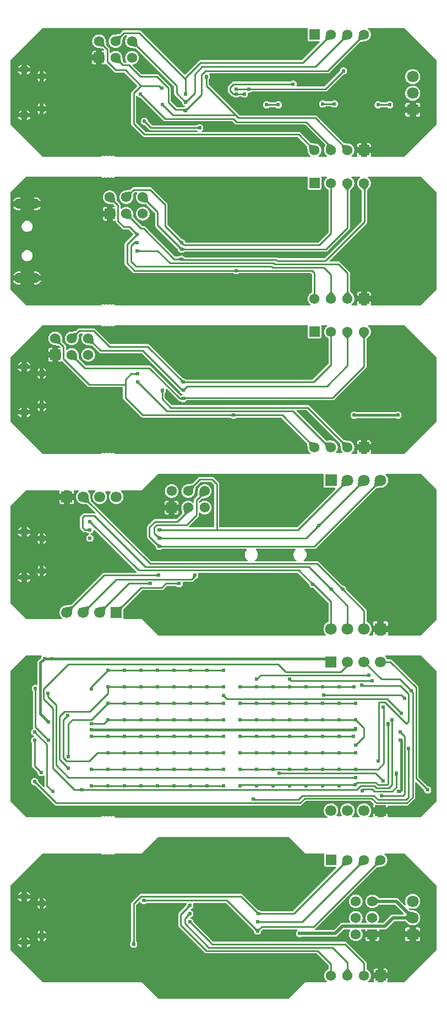
<source format=gbl>
G04 Layer: BottomLayer*
G04 EasyEDA v6.4.25, 2021-12-03T12:49:12+01:00*
G04 610ea2077d8943ff92919c83ebf6a1f2,9c416354eb984020824aaf9c885bead6,10*
G04 Gerber Generator version 0.2*
G04 Scale: 100 percent, Rotated: No, Reflected: No *
G04 Dimensions in inches *
G04 leading zeros omitted , absolute positions ,3 integer and 6 decimal *
%FSLAX36Y36*%
%MOIN*%

%ADD10C,0.0100*%
%ADD11C,0.0200*%
%ADD12C,0.0150*%
%ADD15C,0.0240*%
%ADD40R,0.0620X0.0620*%
%ADD41C,0.0620*%
%ADD43C,0.0669*%
%ADD44C,0.0709*%
%ADD45R,0.0709X0.0620*%
%ADD46R,0.0709X0.0709*%
%ADD47C,0.0374*%
%ADD48C,0.0394*%
%ADD49C,0.0591*%

%LPD*%
G36*
X1877580Y710200D02*
G01*
X1876020Y710520D01*
X1874700Y711440D01*
X1873839Y712800D01*
X1873580Y714380D01*
X1873980Y715920D01*
X1874940Y717200D01*
X1879120Y720879D01*
X1882680Y724920D01*
X1885680Y729400D01*
X1888060Y734240D01*
X1889780Y739340D01*
X1890840Y744620D01*
X1891200Y750000D01*
X1890840Y755380D01*
X1889780Y760660D01*
X1888060Y765759D01*
X1885680Y770600D01*
X1882680Y775080D01*
X1879120Y779120D01*
X1875080Y782680D01*
X1870600Y785680D01*
X1865760Y788060D01*
X1860660Y789780D01*
X1855300Y790860D01*
X1829720Y793100D01*
X1828380Y793460D01*
X1827240Y794260D01*
X1765880Y855600D01*
X1763440Y857620D01*
X1760800Y859020D01*
X1757960Y859880D01*
X1754800Y860200D01*
X1170800Y860200D01*
X1169160Y860560D01*
X1167820Y861540D01*
X1166980Y863000D01*
X1166820Y864659D01*
X1167360Y866260D01*
X1168500Y867480D01*
X1169260Y868000D01*
X1172000Y870740D01*
X1174220Y873900D01*
X1175840Y877420D01*
X1176840Y881140D01*
X1177180Y885000D01*
X1176840Y888860D01*
X1175840Y892580D01*
X1174220Y896100D01*
X1172000Y899260D01*
X1169260Y902000D01*
X1166100Y904220D01*
X1162580Y905840D01*
X1158860Y906840D01*
X1155000Y907180D01*
X1151140Y906840D01*
X1147420Y905840D01*
X1143900Y904220D01*
X1141740Y902760D01*
X1137180Y900580D01*
X1135460Y900200D01*
X867960Y900200D01*
X866420Y900500D01*
X865120Y901380D01*
X844560Y921919D01*
X843620Y923420D01*
X842060Y927820D01*
X840840Y932580D01*
X839220Y936100D01*
X837000Y939260D01*
X834260Y942000D01*
X831100Y944220D01*
X827580Y945840D01*
X823860Y946840D01*
X820000Y947180D01*
X816140Y946840D01*
X812420Y945840D01*
X808900Y944220D01*
X805740Y942000D01*
X803000Y939260D01*
X800780Y936100D01*
X799160Y932580D01*
X798160Y928860D01*
X797820Y925000D01*
X798160Y921140D01*
X799160Y917420D01*
X800780Y913900D01*
X803000Y910740D01*
X805740Y908000D01*
X808900Y905780D01*
X812420Y904160D01*
X817180Y902940D01*
X821580Y901380D01*
X823080Y900440D01*
X849120Y874400D01*
X851560Y872380D01*
X854200Y870980D01*
X857039Y870120D01*
X860200Y869800D01*
X1135460Y869800D01*
X1137180Y869419D01*
X1140540Y867820D01*
X1141760Y866900D01*
X1142560Y865600D01*
X1142820Y864080D01*
X1142480Y862580D01*
X1141600Y861340D01*
X1140320Y860500D01*
X1138820Y860200D01*
X827960Y860200D01*
X826420Y860500D01*
X825120Y861380D01*
X771380Y915120D01*
X770500Y916420D01*
X770200Y917960D01*
X770200Y1074200D01*
X770560Y1075840D01*
X771540Y1077180D01*
X773000Y1078020D01*
X774659Y1078180D01*
X776260Y1077640D01*
X777480Y1076500D01*
X778000Y1075740D01*
X780740Y1073000D01*
X783900Y1070780D01*
X787420Y1069160D01*
X792180Y1067940D01*
X796580Y1066380D01*
X798080Y1065440D01*
X934120Y929400D01*
X936560Y927380D01*
X939200Y925980D01*
X942039Y925120D01*
X945200Y924800D01*
X1352040Y924800D01*
X1353580Y924500D01*
X1354880Y923620D01*
X1369120Y909400D01*
X1371560Y907380D01*
X1374199Y905980D01*
X1377040Y905120D01*
X1380200Y904800D01*
X1792040Y904800D01*
X1793580Y904500D01*
X1794880Y903620D01*
X1914180Y784320D01*
X1914960Y783199D01*
X1915320Y781880D01*
X1915220Y780520D01*
X1910320Y761040D01*
X1909160Y755360D01*
X1908800Y750000D01*
X1909160Y744620D01*
X1910220Y739340D01*
X1911940Y734240D01*
X1914319Y729400D01*
X1917320Y724920D01*
X1920880Y720879D01*
X1925060Y717200D01*
X1926020Y715920D01*
X1926420Y714380D01*
X1926160Y712800D01*
X1925300Y711440D01*
X1923980Y710520D01*
X1922420Y710200D01*
G37*

%LPD*%
G36*
X2077380Y710040D02*
G01*
X2075800Y710360D01*
X2074480Y711280D01*
X2073620Y712640D01*
X2073380Y714220D01*
X2073779Y715780D01*
X2074740Y717060D01*
X2079139Y720879D01*
X2082680Y724920D01*
X2085680Y729400D01*
X2088060Y734240D01*
X2089780Y739340D01*
X2090840Y744620D01*
X2091200Y750000D01*
X2090840Y755380D01*
X2089780Y760660D01*
X2088060Y765759D01*
X2085680Y770600D01*
X2082680Y775080D01*
X2079120Y779120D01*
X2075080Y782680D01*
X2070600Y785680D01*
X2065760Y788060D01*
X2060660Y789780D01*
X2055300Y790860D01*
X2029720Y793100D01*
X2028380Y793460D01*
X2027240Y794260D01*
X1865880Y955600D01*
X1863440Y957620D01*
X1860800Y959020D01*
X1857960Y959880D01*
X1854800Y960200D01*
X1397960Y960200D01*
X1396420Y960500D01*
X1395120Y961380D01*
X1211380Y1145120D01*
X1210500Y1146420D01*
X1210200Y1147960D01*
X1210200Y1175460D01*
X1210580Y1177180D01*
X1212760Y1181740D01*
X1214220Y1183900D01*
X1215840Y1187420D01*
X1216840Y1191140D01*
X1217180Y1195000D01*
X1216840Y1198860D01*
X1215840Y1202580D01*
X1214220Y1206100D01*
X1212520Y1208500D01*
X1211860Y1210100D01*
X1211940Y1211840D01*
X1212740Y1213380D01*
X1214100Y1214420D01*
X1215800Y1214800D01*
X1929800Y1214800D01*
X1932960Y1215120D01*
X1935800Y1215980D01*
X1938440Y1217380D01*
X1940880Y1219400D01*
X2127240Y1405740D01*
X2128380Y1406540D01*
X2129720Y1406900D01*
X2155300Y1409139D01*
X2160660Y1410220D01*
X2165760Y1411940D01*
X2170600Y1414319D01*
X2175080Y1417320D01*
X2179120Y1420880D01*
X2182680Y1424920D01*
X2185680Y1429400D01*
X2188060Y1434240D01*
X2189780Y1439340D01*
X2190840Y1444620D01*
X2191200Y1450000D01*
X2190840Y1455380D01*
X2189780Y1460660D01*
X2188060Y1465760D01*
X2185680Y1470600D01*
X2182680Y1475080D01*
X2179120Y1479120D01*
X2174940Y1482800D01*
X2173980Y1484079D01*
X2173580Y1485620D01*
X2173840Y1487200D01*
X2174700Y1488560D01*
X2176020Y1489480D01*
X2177580Y1489800D01*
X2394120Y1489800D01*
X2395640Y1489500D01*
X2396940Y1488620D01*
X2588620Y1296940D01*
X2589500Y1295640D01*
X2589800Y1294120D01*
X2589800Y905879D01*
X2589500Y904360D01*
X2588620Y903060D01*
X2396940Y711360D01*
X2395640Y710500D01*
X2394120Y710200D01*
X2194240Y710100D01*
X2192740Y710380D01*
X2191480Y711200D01*
X2190600Y712440D01*
X2190240Y713920D01*
X2190460Y715420D01*
X2190920Y716740D01*
X2191200Y719220D01*
X2191200Y732000D01*
X2168000Y732000D01*
X2168000Y714080D01*
X2167700Y712560D01*
X2166820Y711260D01*
X2165540Y710400D01*
X2164000Y710080D01*
X2136000Y710080D01*
X2134480Y710380D01*
X2133180Y711240D01*
X2132300Y712540D01*
X2132000Y714080D01*
X2132000Y732000D01*
X2108800Y732000D01*
X2108800Y719220D01*
X2109080Y716740D01*
X2109560Y715380D01*
X2109780Y713880D01*
X2109420Y712400D01*
X2108540Y711160D01*
X2107280Y710340D01*
X2105780Y710060D01*
G37*

%LPC*%
G36*
X2108800Y768000D02*
G01*
X2132000Y768000D01*
X2132000Y791200D01*
X2119220Y791200D01*
X2116740Y790920D01*
X2114580Y790160D01*
X2112660Y788960D01*
X2111040Y787340D01*
X2109840Y785420D01*
X2109080Y783259D01*
X2108800Y780780D01*
G37*
G36*
X2168000Y768000D02*
G01*
X2191200Y768000D01*
X2191200Y780780D01*
X2190920Y783259D01*
X2190160Y785420D01*
X2188960Y787340D01*
X2187340Y788960D01*
X2185420Y790160D01*
X2183260Y790920D01*
X2180780Y791200D01*
X2168000Y791200D01*
G37*
G36*
X2465220Y953800D02*
G01*
X2480200Y953800D01*
X2482700Y954080D01*
X2484840Y954840D01*
X2486780Y956040D01*
X2488380Y957660D01*
X2489600Y959580D01*
X2490360Y961740D01*
X2490640Y964220D01*
X2490640Y977000D01*
X2465220Y977000D01*
G37*
G36*
X2409800Y953800D02*
G01*
X2424780Y953800D01*
X2424780Y977000D01*
X2399360Y977000D01*
X2399360Y964220D01*
X2399640Y961740D01*
X2400400Y959580D01*
X2401620Y957660D01*
X2403220Y956040D01*
X2405160Y954840D01*
X2407300Y954080D01*
G37*
G36*
X2235000Y1002820D02*
G01*
X2238860Y1003160D01*
X2242580Y1004160D01*
X2246100Y1005780D01*
X2249260Y1008000D01*
X2249880Y1008620D01*
X2251180Y1009500D01*
X2252720Y1009800D01*
X2287280Y1009800D01*
X2288820Y1009500D01*
X2290120Y1008620D01*
X2290740Y1008000D01*
X2293900Y1005780D01*
X2297420Y1004160D01*
X2301140Y1003160D01*
X2305000Y1002820D01*
X2308860Y1003160D01*
X2312580Y1004160D01*
X2316100Y1005780D01*
X2319260Y1008000D01*
X2322000Y1010740D01*
X2324220Y1013900D01*
X2325840Y1017420D01*
X2326840Y1021140D01*
X2327180Y1025000D01*
X2326840Y1028860D01*
X2325840Y1032580D01*
X2324220Y1036100D01*
X2322000Y1039260D01*
X2319260Y1042000D01*
X2316100Y1044220D01*
X2312580Y1045840D01*
X2308860Y1046840D01*
X2305000Y1047180D01*
X2301140Y1046840D01*
X2297420Y1045840D01*
X2293900Y1044220D01*
X2290740Y1042000D01*
X2290120Y1041380D01*
X2288820Y1040500D01*
X2287280Y1040200D01*
X2252720Y1040200D01*
X2251180Y1040500D01*
X2249880Y1041380D01*
X2249260Y1042000D01*
X2246100Y1044220D01*
X2242580Y1045840D01*
X2238860Y1046840D01*
X2235000Y1047180D01*
X2231140Y1046840D01*
X2227420Y1045840D01*
X2223900Y1044220D01*
X2220740Y1042000D01*
X2218000Y1039260D01*
X2215780Y1036100D01*
X2214160Y1032580D01*
X2213160Y1028860D01*
X2212820Y1025000D01*
X2213160Y1021140D01*
X2214160Y1017420D01*
X2215780Y1013900D01*
X2218000Y1010740D01*
X2220740Y1008000D01*
X2223900Y1005780D01*
X2227420Y1004160D01*
X2231140Y1003160D01*
G37*
G36*
X1560000Y1002820D02*
G01*
X1563860Y1003160D01*
X1567580Y1004160D01*
X1571100Y1005780D01*
X1574259Y1008000D01*
X1574880Y1008620D01*
X1576180Y1009500D01*
X1577720Y1009800D01*
X1612280Y1009800D01*
X1613820Y1009500D01*
X1615120Y1008620D01*
X1615740Y1008000D01*
X1618899Y1005780D01*
X1622420Y1004160D01*
X1626140Y1003160D01*
X1630000Y1002820D01*
X1633860Y1003160D01*
X1637580Y1004160D01*
X1641100Y1005780D01*
X1644259Y1008000D01*
X1647000Y1010740D01*
X1649220Y1013900D01*
X1650840Y1017420D01*
X1651840Y1021140D01*
X1652180Y1025000D01*
X1651840Y1028860D01*
X1650840Y1032580D01*
X1649220Y1036100D01*
X1647000Y1039260D01*
X1644259Y1042000D01*
X1641100Y1044220D01*
X1637580Y1045840D01*
X1633860Y1046840D01*
X1630000Y1047180D01*
X1626140Y1046840D01*
X1622420Y1045840D01*
X1618899Y1044220D01*
X1615740Y1042000D01*
X1615120Y1041380D01*
X1613820Y1040500D01*
X1612280Y1040200D01*
X1577720Y1040200D01*
X1576180Y1040500D01*
X1574880Y1041380D01*
X1574259Y1042000D01*
X1571100Y1044220D01*
X1567580Y1045840D01*
X1563860Y1046840D01*
X1560000Y1047180D01*
X1556140Y1046840D01*
X1552420Y1045840D01*
X1548899Y1044220D01*
X1545740Y1042000D01*
X1543000Y1039260D01*
X1540780Y1036100D01*
X1539160Y1032580D01*
X1538160Y1028860D01*
X1537820Y1025000D01*
X1538160Y1021140D01*
X1539160Y1017420D01*
X1540780Y1013900D01*
X1543000Y1010740D01*
X1545740Y1008000D01*
X1548899Y1005780D01*
X1552420Y1004160D01*
X1556140Y1003160D01*
G37*
G36*
X1900000Y1007820D02*
G01*
X1903860Y1008160D01*
X1907580Y1009160D01*
X1911100Y1010780D01*
X1914259Y1013000D01*
X1914880Y1013620D01*
X1916180Y1014500D01*
X1917720Y1014800D01*
X1952280Y1014800D01*
X1953820Y1014500D01*
X1955120Y1013620D01*
X1955740Y1013000D01*
X1958899Y1010780D01*
X1962420Y1009160D01*
X1966140Y1008160D01*
X1970000Y1007820D01*
X1973860Y1008160D01*
X1977580Y1009160D01*
X1981100Y1010780D01*
X1984259Y1013000D01*
X1987000Y1015740D01*
X1989220Y1018900D01*
X1990840Y1022420D01*
X1991840Y1026140D01*
X1992180Y1030000D01*
X1991840Y1033860D01*
X1990840Y1037580D01*
X1989220Y1041100D01*
X1987000Y1044260D01*
X1984259Y1047000D01*
X1981100Y1049220D01*
X1977580Y1050840D01*
X1973860Y1051840D01*
X1970000Y1052180D01*
X1966140Y1051840D01*
X1962420Y1050840D01*
X1958899Y1049220D01*
X1955740Y1047000D01*
X1955120Y1046380D01*
X1953820Y1045500D01*
X1952280Y1045200D01*
X1917720Y1045200D01*
X1916180Y1045500D01*
X1914880Y1046380D01*
X1914259Y1047000D01*
X1911100Y1049220D01*
X1907580Y1050840D01*
X1903860Y1051840D01*
X1900000Y1052180D01*
X1896140Y1051840D01*
X1892420Y1050840D01*
X1888899Y1049220D01*
X1885740Y1047000D01*
X1883000Y1044260D01*
X1880780Y1041100D01*
X1879160Y1037580D01*
X1878160Y1033860D01*
X1877820Y1030000D01*
X1878160Y1026140D01*
X1879160Y1022420D01*
X1880780Y1018900D01*
X1883000Y1015740D01*
X1885740Y1013000D01*
X1888899Y1010780D01*
X1892420Y1009160D01*
X1896140Y1008160D01*
G37*
G36*
X2399360Y1013000D02*
G01*
X2424780Y1013000D01*
X2424780Y1036200D01*
X2409800Y1036200D01*
X2407300Y1035920D01*
X2405160Y1035160D01*
X2403220Y1033960D01*
X2401620Y1032340D01*
X2400400Y1030420D01*
X2399640Y1028259D01*
X2399360Y1025780D01*
G37*
G36*
X2465220Y1013000D02*
G01*
X2490640Y1013000D01*
X2490640Y1025780D01*
X2490360Y1028259D01*
X2489600Y1030420D01*
X2488380Y1032340D01*
X2486780Y1033960D01*
X2484840Y1035160D01*
X2482700Y1035920D01*
X2480200Y1036200D01*
X2465220Y1036200D01*
G37*
G36*
X2445000Y1049380D02*
G01*
X2450720Y1049740D01*
X2456340Y1050800D01*
X2461800Y1052580D01*
X2466980Y1055020D01*
X2471820Y1058080D01*
X2476240Y1061740D01*
X2480160Y1065920D01*
X2483520Y1070560D01*
X2486280Y1075580D01*
X2488400Y1080900D01*
X2489820Y1086460D01*
X2490540Y1092140D01*
X2490540Y1097860D01*
X2489820Y1103540D01*
X2488400Y1109100D01*
X2486280Y1114420D01*
X2483520Y1119440D01*
X2480160Y1124080D01*
X2476240Y1128260D01*
X2471820Y1131920D01*
X2466980Y1134980D01*
X2461800Y1137420D01*
X2456340Y1139200D01*
X2450720Y1140260D01*
X2445000Y1140620D01*
X2439280Y1140260D01*
X2433660Y1139200D01*
X2428200Y1137420D01*
X2423020Y1134980D01*
X2418180Y1131920D01*
X2413760Y1128260D01*
X2409840Y1124080D01*
X2406480Y1119440D01*
X2403720Y1114420D01*
X2401600Y1109100D01*
X2400180Y1103540D01*
X2399460Y1097860D01*
X2399460Y1092140D01*
X2400180Y1086460D01*
X2401600Y1080900D01*
X2403720Y1075580D01*
X2406480Y1070560D01*
X2409840Y1065920D01*
X2413760Y1061740D01*
X2418180Y1058080D01*
X2423020Y1055020D01*
X2428200Y1052580D01*
X2433660Y1050800D01*
X2439280Y1049740D01*
G37*
G36*
X1375000Y1067820D02*
G01*
X1378860Y1068160D01*
X1382580Y1069160D01*
X1386100Y1070780D01*
X1389259Y1073000D01*
X1389880Y1073620D01*
X1391180Y1074500D01*
X1392720Y1074800D01*
X1407280Y1074800D01*
X1408820Y1074500D01*
X1410120Y1073620D01*
X1410740Y1073000D01*
X1413899Y1070780D01*
X1417420Y1069160D01*
X1421140Y1068160D01*
X1425000Y1067820D01*
X1428860Y1068160D01*
X1432580Y1069160D01*
X1436100Y1070780D01*
X1439259Y1073000D01*
X1442000Y1075740D01*
X1444220Y1078900D01*
X1445840Y1082420D01*
X1446840Y1086140D01*
X1447180Y1090000D01*
X1446879Y1093500D01*
X1447100Y1095220D01*
X1448040Y1096680D01*
X1449500Y1097620D01*
X1455360Y1098160D01*
X1459079Y1099160D01*
X1462600Y1100780D01*
X1465760Y1103000D01*
X1466380Y1103620D01*
X1467680Y1104500D01*
X1469220Y1104800D01*
X1914800Y1104800D01*
X1917960Y1105120D01*
X1920800Y1105980D01*
X1923440Y1107380D01*
X1925880Y1109400D01*
X2023220Y1206720D01*
X2024360Y1207520D01*
X2025700Y1207880D01*
X2028860Y1208160D01*
X2032580Y1209160D01*
X2036100Y1210780D01*
X2039259Y1213000D01*
X2042000Y1215740D01*
X2044220Y1218900D01*
X2045840Y1222420D01*
X2046840Y1226140D01*
X2047180Y1230000D01*
X2046840Y1233860D01*
X2045840Y1237580D01*
X2044220Y1241100D01*
X2042000Y1244260D01*
X2039259Y1247000D01*
X2036100Y1249220D01*
X2032580Y1250840D01*
X2028860Y1251840D01*
X2025000Y1252180D01*
X2021140Y1251840D01*
X2017420Y1250840D01*
X2013899Y1249220D01*
X2010740Y1247000D01*
X2008000Y1244260D01*
X2005780Y1241100D01*
X2004160Y1237580D01*
X2003160Y1233860D01*
X2002880Y1230700D01*
X2002520Y1229360D01*
X2001720Y1228220D01*
X1909880Y1136380D01*
X1908580Y1135500D01*
X1907040Y1135200D01*
X1743760Y1135200D01*
X1742200Y1135520D01*
X1740880Y1136420D01*
X1740020Y1137760D01*
X1739760Y1139340D01*
X1740140Y1140900D01*
X1740840Y1142420D01*
X1741840Y1146140D01*
X1742180Y1150000D01*
X1741840Y1153860D01*
X1740840Y1157580D01*
X1739220Y1161100D01*
X1737000Y1164260D01*
X1734259Y1167000D01*
X1731100Y1169220D01*
X1727580Y1170840D01*
X1723860Y1171840D01*
X1720000Y1172180D01*
X1716140Y1171840D01*
X1712420Y1170840D01*
X1708899Y1169220D01*
X1705740Y1167000D01*
X1705120Y1166380D01*
X1703820Y1165500D01*
X1702280Y1165200D01*
X1360200Y1165200D01*
X1357040Y1164880D01*
X1354199Y1164020D01*
X1351560Y1162620D01*
X1349120Y1160600D01*
X1329400Y1140880D01*
X1327380Y1138440D01*
X1325980Y1135800D01*
X1325120Y1132960D01*
X1324800Y1129800D01*
X1324800Y1110200D01*
X1325120Y1107040D01*
X1325980Y1104200D01*
X1327380Y1101560D01*
X1329400Y1099120D01*
X1349120Y1079400D01*
X1351560Y1077380D01*
X1354199Y1075980D01*
X1357040Y1075120D01*
X1358700Y1074720D01*
X1359820Y1073920D01*
X1360740Y1073000D01*
X1363899Y1070780D01*
X1367420Y1069160D01*
X1371140Y1068160D01*
G37*
G36*
X2445000Y1149380D02*
G01*
X2450720Y1149740D01*
X2456340Y1150800D01*
X2461800Y1152580D01*
X2466980Y1155020D01*
X2471820Y1158080D01*
X2476240Y1161740D01*
X2480160Y1165920D01*
X2483520Y1170560D01*
X2486280Y1175580D01*
X2488400Y1180900D01*
X2489820Y1186460D01*
X2490540Y1192140D01*
X2490540Y1197860D01*
X2489820Y1203540D01*
X2488400Y1209100D01*
X2486280Y1214420D01*
X2483520Y1219440D01*
X2480160Y1224080D01*
X2476240Y1228260D01*
X2471820Y1231920D01*
X2466980Y1234980D01*
X2461800Y1237420D01*
X2456340Y1239200D01*
X2450720Y1240260D01*
X2445000Y1240620D01*
X2439280Y1240260D01*
X2433660Y1239200D01*
X2428200Y1237420D01*
X2423020Y1234980D01*
X2418180Y1231920D01*
X2413760Y1228260D01*
X2409840Y1224080D01*
X2406480Y1219440D01*
X2403720Y1214420D01*
X2401600Y1209100D01*
X2400180Y1203540D01*
X2399460Y1197860D01*
X2399460Y1192140D01*
X2400180Y1186460D01*
X2401600Y1180900D01*
X2403720Y1175580D01*
X2406480Y1170560D01*
X2409840Y1165920D01*
X2413760Y1161740D01*
X2418180Y1158080D01*
X2423020Y1155020D01*
X2428200Y1152580D01*
X2433660Y1150800D01*
X2439280Y1149740D01*
G37*

%LPD*%
G36*
X644960Y709220D02*
G01*
X643360Y709640D01*
X642080Y710680D01*
X641440Y711440D01*
X638980Y713460D01*
X636200Y714940D01*
X633160Y715860D01*
X630000Y716180D01*
X626840Y715860D01*
X623800Y714940D01*
X621880Y713920D01*
X620660Y713500D01*
X619340Y713500D01*
X618120Y713920D01*
X616200Y714940D01*
X613160Y715860D01*
X610000Y716180D01*
X606840Y715860D01*
X603800Y714940D01*
X601880Y713920D01*
X600660Y713500D01*
X599340Y713500D01*
X598120Y713920D01*
X596200Y714940D01*
X593160Y715860D01*
X590000Y716180D01*
X586840Y715860D01*
X583800Y714940D01*
X581880Y713920D01*
X580660Y713500D01*
X579340Y713500D01*
X578120Y713920D01*
X576200Y714940D01*
X573160Y715860D01*
X570000Y716180D01*
X566840Y715860D01*
X563800Y714940D01*
X561020Y713460D01*
X558560Y711440D01*
X557940Y710699D01*
X556580Y709620D01*
X554900Y709240D01*
X552880Y709740D01*
X549940Y710200D01*
X205880Y710200D01*
X204360Y710500D01*
X203060Y711380D01*
X11379Y903060D01*
X10500Y904360D01*
X10200Y905879D01*
X10200Y1294120D01*
X10500Y1295640D01*
X11379Y1296940D01*
X203060Y1488620D01*
X204360Y1489500D01*
X205880Y1489800D01*
X1805740Y1489800D01*
X1807220Y1489520D01*
X1808500Y1488700D01*
X1809379Y1487460D01*
X1809720Y1485980D01*
X1809500Y1484480D01*
X1809079Y1483260D01*
X1808800Y1480780D01*
X1808800Y1419220D01*
X1809079Y1416740D01*
X1809840Y1414580D01*
X1811040Y1412660D01*
X1812660Y1411040D01*
X1814580Y1409840D01*
X1816740Y1409079D01*
X1819220Y1408800D01*
X1877640Y1408800D01*
X1879180Y1408500D01*
X1880480Y1407620D01*
X1881339Y1406339D01*
X1881639Y1404800D01*
X1881339Y1403260D01*
X1880480Y1401980D01*
X1774880Y1296380D01*
X1773580Y1295500D01*
X1772040Y1295200D01*
X1160200Y1295200D01*
X1157040Y1294880D01*
X1154200Y1294019D01*
X1151560Y1292620D01*
X1149120Y1290600D01*
X1067820Y1209320D01*
X1066540Y1208460D01*
X1065000Y1208160D01*
X1063460Y1208460D01*
X1062180Y1209320D01*
X800879Y1470600D01*
X798439Y1472620D01*
X795800Y1474019D01*
X792960Y1474880D01*
X789800Y1475200D01*
X695200Y1475200D01*
X692039Y1474880D01*
X689200Y1474019D01*
X686560Y1472620D01*
X684120Y1470600D01*
X667760Y1454259D01*
X666620Y1453460D01*
X665280Y1453100D01*
X639700Y1450860D01*
X634340Y1449780D01*
X629240Y1448060D01*
X624400Y1445680D01*
X619920Y1442680D01*
X615880Y1439120D01*
X612320Y1435080D01*
X609320Y1430600D01*
X606940Y1425760D01*
X605220Y1420660D01*
X604160Y1415380D01*
X603800Y1410000D01*
X604160Y1404620D01*
X605220Y1399340D01*
X606940Y1394240D01*
X609320Y1389400D01*
X612320Y1384920D01*
X615880Y1380880D01*
X619920Y1377320D01*
X624400Y1374319D01*
X629240Y1371940D01*
X634340Y1370220D01*
X639620Y1369160D01*
X645000Y1368800D01*
X650380Y1369160D01*
X655660Y1370220D01*
X660759Y1371940D01*
X665600Y1374319D01*
X670080Y1377320D01*
X674120Y1380880D01*
X677680Y1384920D01*
X680680Y1389400D01*
X683060Y1394240D01*
X684780Y1399340D01*
X685860Y1404700D01*
X688100Y1430280D01*
X688460Y1431620D01*
X689260Y1432760D01*
X700120Y1443620D01*
X701420Y1444500D01*
X702960Y1444800D01*
X712020Y1444800D01*
X713520Y1444520D01*
X714780Y1443680D01*
X715660Y1442460D01*
X716020Y1440980D01*
X715800Y1439480D01*
X715020Y1438160D01*
X712320Y1435080D01*
X709320Y1430600D01*
X706940Y1425760D01*
X705220Y1420660D01*
X704160Y1415380D01*
X703800Y1410000D01*
X704160Y1404620D01*
X705220Y1399340D01*
X706940Y1394240D01*
X709320Y1389400D01*
X712320Y1384920D01*
X715879Y1380880D01*
X719920Y1377320D01*
X724400Y1374319D01*
X729240Y1371940D01*
X734340Y1370220D01*
X739700Y1369139D01*
X765280Y1366900D01*
X766620Y1366540D01*
X767760Y1365740D01*
X998620Y1134880D01*
X999500Y1133580D01*
X999800Y1132040D01*
X999800Y1095200D01*
X1000120Y1092040D01*
X1000980Y1089200D01*
X1002380Y1086560D01*
X1004400Y1084120D01*
X1045440Y1043080D01*
X1046380Y1041580D01*
X1047940Y1037180D01*
X1049160Y1032420D01*
X1050780Y1028900D01*
X1053000Y1025740D01*
X1055740Y1023000D01*
X1058900Y1020780D01*
X1062480Y1019120D01*
X1063540Y1018780D01*
X1064900Y1018040D01*
X1065880Y1016840D01*
X1066320Y1015360D01*
X1066180Y1013820D01*
X1065460Y1012440D01*
X1064260Y1011460D01*
X1062780Y1011000D01*
X1055280Y1010200D01*
X1017960Y1010200D01*
X1016420Y1010500D01*
X1015120Y1011380D01*
X981380Y1045120D01*
X980500Y1046420D01*
X980200Y1047960D01*
X980200Y1124800D01*
X979880Y1127960D01*
X979020Y1130800D01*
X977620Y1133440D01*
X975600Y1135880D01*
X905879Y1205600D01*
X903439Y1207620D01*
X900800Y1209020D01*
X897960Y1209880D01*
X894800Y1210200D01*
X802960Y1210200D01*
X801420Y1210500D01*
X800120Y1211380D01*
X748960Y1262540D01*
X748040Y1263980D01*
X747800Y1265680D01*
X748300Y1267320D01*
X749440Y1268600D01*
X751000Y1269280D01*
X755660Y1270220D01*
X760759Y1271940D01*
X765600Y1274320D01*
X770080Y1277320D01*
X774120Y1280880D01*
X777680Y1284920D01*
X780680Y1289400D01*
X783060Y1294240D01*
X784780Y1299340D01*
X785840Y1304620D01*
X786200Y1310000D01*
X785840Y1315380D01*
X784780Y1320660D01*
X783060Y1325760D01*
X780680Y1330600D01*
X777680Y1335080D01*
X774120Y1339120D01*
X770080Y1342680D01*
X765600Y1345680D01*
X760759Y1348060D01*
X755660Y1349780D01*
X750380Y1350840D01*
X745000Y1351200D01*
X739620Y1350840D01*
X734340Y1349780D01*
X729240Y1348060D01*
X724400Y1345680D01*
X719920Y1342680D01*
X715879Y1339120D01*
X712320Y1335080D01*
X709320Y1330600D01*
X706940Y1325760D01*
X705220Y1320660D01*
X704160Y1315380D01*
X703800Y1310000D01*
X704160Y1304620D01*
X705220Y1299340D01*
X706940Y1294240D01*
X709320Y1289400D01*
X711320Y1286420D01*
X711940Y1284820D01*
X711840Y1283120D01*
X711040Y1281600D01*
X709659Y1280560D01*
X708000Y1280200D01*
X697960Y1280200D01*
X696420Y1280500D01*
X695120Y1281380D01*
X689260Y1287240D01*
X688460Y1288380D01*
X688100Y1289720D01*
X685860Y1315300D01*
X684780Y1320660D01*
X683060Y1325760D01*
X680680Y1330600D01*
X677680Y1335080D01*
X674120Y1339120D01*
X670080Y1342680D01*
X665600Y1345680D01*
X660759Y1348060D01*
X655660Y1349780D01*
X650380Y1350840D01*
X645000Y1351200D01*
X639620Y1350840D01*
X634340Y1349780D01*
X629240Y1348060D01*
X624400Y1345680D01*
X619920Y1342680D01*
X616840Y1339980D01*
X615520Y1339199D01*
X614020Y1338980D01*
X612540Y1339340D01*
X611320Y1340220D01*
X610480Y1341480D01*
X610200Y1342980D01*
X610200Y1359800D01*
X609880Y1362960D01*
X609020Y1365800D01*
X607620Y1368440D01*
X605600Y1370880D01*
X589260Y1387240D01*
X588460Y1388380D01*
X588100Y1389720D01*
X585860Y1415300D01*
X584780Y1420660D01*
X583060Y1425760D01*
X580680Y1430600D01*
X577680Y1435080D01*
X574120Y1439120D01*
X570080Y1442680D01*
X565600Y1445680D01*
X560760Y1448060D01*
X555660Y1449780D01*
X550380Y1450840D01*
X545000Y1451200D01*
X539620Y1450840D01*
X534340Y1449780D01*
X529240Y1448060D01*
X524400Y1445680D01*
X519920Y1442680D01*
X515880Y1439120D01*
X512320Y1435080D01*
X509320Y1430600D01*
X506940Y1425760D01*
X505220Y1420660D01*
X504159Y1415380D01*
X503800Y1410000D01*
X504159Y1404620D01*
X505220Y1399340D01*
X506940Y1394240D01*
X509320Y1389400D01*
X512320Y1384920D01*
X515880Y1380880D01*
X519920Y1377320D01*
X524400Y1374319D01*
X529240Y1371940D01*
X534340Y1370220D01*
X539700Y1369139D01*
X565280Y1366900D01*
X566620Y1366540D01*
X567760Y1365740D01*
X575480Y1358020D01*
X576340Y1356740D01*
X576640Y1355200D01*
X576340Y1353660D01*
X575480Y1352380D01*
X574180Y1351500D01*
X572640Y1351200D01*
X563000Y1351200D01*
X563000Y1328000D01*
X575800Y1328000D01*
X577340Y1327700D01*
X578620Y1326819D01*
X579500Y1325540D01*
X579800Y1324000D01*
X579800Y1296000D01*
X579500Y1294460D01*
X578620Y1293180D01*
X577340Y1292300D01*
X575800Y1292000D01*
X563000Y1292000D01*
X563000Y1268800D01*
X575780Y1268800D01*
X578260Y1269080D01*
X580400Y1269820D01*
X582760Y1271320D01*
X584000Y1271840D01*
X585340Y1271920D01*
X586640Y1271560D01*
X587720Y1270780D01*
X634120Y1224400D01*
X636560Y1222380D01*
X639200Y1220980D01*
X642039Y1220120D01*
X645200Y1219800D01*
X697039Y1219800D01*
X698580Y1219500D01*
X699880Y1218620D01*
X775680Y1142820D01*
X776540Y1141540D01*
X776840Y1140000D01*
X776540Y1138460D01*
X775680Y1137180D01*
X744400Y1105880D01*
X742380Y1103440D01*
X740980Y1100800D01*
X740120Y1097960D01*
X739800Y1094800D01*
X739800Y910200D01*
X740120Y907039D01*
X740980Y904200D01*
X742380Y901560D01*
X744400Y899120D01*
X809120Y834400D01*
X811560Y832380D01*
X814200Y830980D01*
X817039Y830120D01*
X820200Y829800D01*
X1747040Y829800D01*
X1748580Y829500D01*
X1749880Y828620D01*
X1805740Y772760D01*
X1806540Y771620D01*
X1806900Y770280D01*
X1809139Y744700D01*
X1810220Y739340D01*
X1811940Y734240D01*
X1814319Y729400D01*
X1817320Y724920D01*
X1820880Y720879D01*
X1825060Y717200D01*
X1826020Y715920D01*
X1826420Y714380D01*
X1826160Y712800D01*
X1825300Y711440D01*
X1823980Y710520D01*
X1822420Y710200D01*
X650240Y710200D01*
X647680Y709880D01*
X646580Y709479D01*
G37*

%LPC*%
G36*
X74100Y933240D02*
G01*
X74100Y949860D01*
X53900Y949860D01*
X55160Y947260D01*
X57660Y943580D01*
X60700Y940300D01*
X64200Y937520D01*
X68060Y935280D01*
X72220Y933660D01*
G37*
G36*
X109600Y933240D02*
G01*
X111480Y933660D01*
X115640Y935280D01*
X119500Y937520D01*
X123000Y940300D01*
X126039Y943580D01*
X128539Y947260D01*
X129800Y949860D01*
X109600Y949860D01*
G37*
G36*
X186300Y969440D02*
G01*
X186300Y986800D01*
X170700Y986800D01*
X172120Y983160D01*
X174280Y979419D01*
X176980Y976040D01*
X180140Y973120D01*
X183700Y970680D01*
G37*
G36*
X210000Y969440D02*
G01*
X212600Y970680D01*
X216160Y973120D01*
X219320Y976040D01*
X222020Y979419D01*
X224180Y983160D01*
X225600Y986800D01*
X210000Y986800D01*
G37*
G36*
X53900Y974539D02*
G01*
X74100Y974539D01*
X74100Y991180D01*
X72220Y990759D01*
X68060Y989120D01*
X64200Y986880D01*
X60700Y984100D01*
X57660Y980840D01*
X55160Y977140D01*
G37*
G36*
X109600Y974539D02*
G01*
X129800Y974539D01*
X128539Y977140D01*
X126039Y980840D01*
X123000Y984100D01*
X119500Y986880D01*
X115640Y989120D01*
X111480Y990759D01*
X109600Y991180D01*
G37*
G36*
X210000Y1016400D02*
G01*
X225600Y1016420D01*
X224180Y1020040D01*
X222020Y1023780D01*
X219320Y1027159D01*
X216160Y1030100D01*
X212600Y1032520D01*
X210000Y1033780D01*
G37*
G36*
X170700Y1016400D02*
G01*
X186300Y1016400D01*
X186300Y1033780D01*
X183700Y1032520D01*
X180140Y1030100D01*
X176980Y1027159D01*
X174280Y1023780D01*
X172120Y1020040D01*
G37*
G36*
X186300Y1166240D02*
G01*
X186300Y1183600D01*
X170700Y1183600D01*
X172120Y1179960D01*
X174280Y1176220D01*
X176980Y1172840D01*
X180140Y1169920D01*
X183700Y1167480D01*
G37*
G36*
X210000Y1166240D02*
G01*
X212600Y1167480D01*
X216160Y1169920D01*
X219320Y1172840D01*
X222020Y1176220D01*
X224180Y1179960D01*
X225600Y1183600D01*
X210000Y1183600D01*
G37*
G36*
X74100Y1208840D02*
G01*
X74100Y1225460D01*
X53900Y1225460D01*
X55160Y1222860D01*
X57660Y1219180D01*
X60700Y1215900D01*
X64200Y1213120D01*
X68060Y1210880D01*
X72220Y1209260D01*
G37*
G36*
X109600Y1208840D02*
G01*
X111480Y1209260D01*
X115640Y1210880D01*
X119500Y1213120D01*
X123000Y1215900D01*
X126039Y1219180D01*
X128539Y1222860D01*
X129800Y1225460D01*
X109600Y1225460D01*
G37*
G36*
X210000Y1213200D02*
G01*
X225600Y1213220D01*
X224180Y1216840D01*
X222020Y1220580D01*
X219320Y1223960D01*
X216160Y1226900D01*
X212600Y1229340D01*
X210000Y1230580D01*
G37*
G36*
X170700Y1213200D02*
G01*
X186300Y1213200D01*
X186300Y1230580D01*
X183700Y1229340D01*
X180140Y1226900D01*
X176980Y1223960D01*
X174280Y1220580D01*
X172120Y1216840D01*
G37*
G36*
X53900Y1250140D02*
G01*
X74100Y1250140D01*
X74100Y1266780D01*
X72220Y1266360D01*
X68060Y1264720D01*
X64200Y1262480D01*
X60700Y1259700D01*
X57660Y1256440D01*
X55160Y1252740D01*
G37*
G36*
X109600Y1250140D02*
G01*
X129800Y1250140D01*
X128539Y1252740D01*
X126039Y1256440D01*
X123000Y1259700D01*
X119500Y1262480D01*
X115640Y1264720D01*
X111480Y1266360D01*
X109600Y1266780D01*
G37*
G36*
X514219Y1268800D02*
G01*
X527000Y1268800D01*
X527000Y1292000D01*
X503800Y1292000D01*
X503800Y1279220D01*
X504080Y1276740D01*
X504840Y1274580D01*
X506040Y1272660D01*
X507660Y1271040D01*
X509580Y1269840D01*
X511740Y1269080D01*
G37*
G36*
X503800Y1328000D02*
G01*
X527000Y1328000D01*
X527000Y1351200D01*
X514219Y1351200D01*
X511740Y1350920D01*
X509580Y1350160D01*
X507660Y1348959D01*
X506040Y1347340D01*
X504840Y1345420D01*
X504080Y1343260D01*
X503800Y1340780D01*
G37*

%LPD*%
G36*
X2077380Y-189960D02*
G01*
X2075800Y-189640D01*
X2074480Y-188720D01*
X2073620Y-187360D01*
X2073380Y-185780D01*
X2073760Y-184220D01*
X2074740Y-182940D01*
X2079139Y-179120D01*
X2082680Y-175080D01*
X2085680Y-170600D01*
X2088060Y-165760D01*
X2089780Y-160660D01*
X2090840Y-155380D01*
X2091200Y-150000D01*
X2090840Y-144620D01*
X2089780Y-139340D01*
X2088060Y-134240D01*
X2085680Y-129400D01*
X2082640Y-124860D01*
X2066140Y-105200D01*
X2065440Y-103980D01*
X2065200Y-102620D01*
X2065200Y4800D01*
X2064880Y7960D01*
X2064019Y10800D01*
X2062620Y13440D01*
X2060600Y15880D01*
X2005880Y70600D01*
X2003440Y72620D01*
X2000800Y74020D01*
X1997960Y74880D01*
X1994800Y75200D01*
X1943860Y75200D01*
X1942320Y75500D01*
X1941020Y76380D01*
X1940160Y77660D01*
X1939860Y79200D01*
X1940160Y80740D01*
X1941020Y82020D01*
X2163100Y304120D01*
X2165120Y306560D01*
X2166520Y309200D01*
X2167380Y312040D01*
X2167700Y315200D01*
X2167700Y503459D01*
X2167900Y504720D01*
X2168500Y505860D01*
X2182600Y524800D01*
X2185680Y529400D01*
X2188060Y534240D01*
X2189780Y539340D01*
X2190840Y544620D01*
X2191200Y550000D01*
X2190840Y555380D01*
X2189780Y560660D01*
X2188060Y565760D01*
X2185680Y570600D01*
X2182680Y575080D01*
X2179120Y579120D01*
X2174940Y582800D01*
X2173980Y584080D01*
X2173580Y585620D01*
X2173840Y587200D01*
X2174700Y588560D01*
X2176020Y589480D01*
X2177580Y589800D01*
X2494120Y589800D01*
X2495640Y589500D01*
X2496940Y588620D01*
X2588620Y496940D01*
X2589500Y495640D01*
X2589800Y494120D01*
X2589800Y-94120D01*
X2589500Y-95640D01*
X2588620Y-96940D01*
X2496940Y-188640D01*
X2495640Y-189500D01*
X2494120Y-189800D01*
X2194240Y-189920D01*
X2192740Y-189620D01*
X2191460Y-188800D01*
X2190580Y-187560D01*
X2190240Y-186100D01*
X2190460Y-184600D01*
X2190920Y-183260D01*
X2191200Y-180780D01*
X2191200Y-168000D01*
X2168000Y-168000D01*
X2168000Y-185920D01*
X2167700Y-187460D01*
X2166820Y-188760D01*
X2165540Y-189620D01*
X2164000Y-189920D01*
X2136000Y-189940D01*
X2134480Y-189640D01*
X2133180Y-188760D01*
X2132300Y-187460D01*
X2132000Y-185940D01*
X2132000Y-168000D01*
X2108800Y-168000D01*
X2108800Y-180780D01*
X2109080Y-183260D01*
X2109560Y-184620D01*
X2109780Y-186119D01*
X2109420Y-187600D01*
X2108540Y-188840D01*
X2107280Y-189660D01*
X2105780Y-189940D01*
G37*

%LPC*%
G36*
X2108800Y-132000D02*
G01*
X2132000Y-132000D01*
X2132000Y-108800D01*
X2119220Y-108800D01*
X2116740Y-109080D01*
X2114580Y-109840D01*
X2112660Y-111039D01*
X2111040Y-112660D01*
X2109840Y-114580D01*
X2109080Y-116740D01*
X2108800Y-119220D01*
G37*
G36*
X2168000Y-132000D02*
G01*
X2191200Y-132000D01*
X2191200Y-119220D01*
X2190920Y-116740D01*
X2190160Y-114580D01*
X2188960Y-112660D01*
X2187340Y-111039D01*
X2185420Y-109840D01*
X2183260Y-109080D01*
X2180780Y-108800D01*
X2168000Y-108800D01*
G37*

%LPD*%
G36*
X644960Y-190780D02*
G01*
X643360Y-190360D01*
X642080Y-189320D01*
X641440Y-188560D01*
X638980Y-186540D01*
X636200Y-185060D01*
X633160Y-184140D01*
X630000Y-183820D01*
X626840Y-184140D01*
X623800Y-185060D01*
X621880Y-186080D01*
X620660Y-186500D01*
X619340Y-186500D01*
X618120Y-186080D01*
X616200Y-185060D01*
X613160Y-184140D01*
X610000Y-183820D01*
X606840Y-184140D01*
X603800Y-185060D01*
X601880Y-186080D01*
X600660Y-186500D01*
X599340Y-186500D01*
X598120Y-186080D01*
X596200Y-185060D01*
X593160Y-184140D01*
X590000Y-183820D01*
X586840Y-184140D01*
X583800Y-185060D01*
X581880Y-186080D01*
X580660Y-186500D01*
X579340Y-186500D01*
X578120Y-186080D01*
X576200Y-185060D01*
X573160Y-184140D01*
X570000Y-183820D01*
X566840Y-184140D01*
X563800Y-185060D01*
X561020Y-186540D01*
X558560Y-188560D01*
X557940Y-189300D01*
X556580Y-190380D01*
X554900Y-190760D01*
X552880Y-190260D01*
X549940Y-189800D01*
X105879Y-189800D01*
X104360Y-189500D01*
X103059Y-188619D01*
X11379Y-96940D01*
X10500Y-95640D01*
X10200Y-94120D01*
X10200Y494120D01*
X10500Y495640D01*
X11379Y496940D01*
X103059Y588640D01*
X104360Y589500D01*
X105879Y589800D01*
X549760Y589960D01*
X552320Y590280D01*
X553320Y590660D01*
X554940Y590920D01*
X556540Y590480D01*
X557820Y589460D01*
X558560Y588560D01*
X561020Y586540D01*
X563800Y585060D01*
X566840Y584140D01*
X570000Y583820D01*
X573160Y584140D01*
X576200Y585060D01*
X578120Y586080D01*
X579340Y586500D01*
X580660Y586500D01*
X581880Y586080D01*
X583800Y585060D01*
X586840Y584140D01*
X590000Y583820D01*
X593160Y584140D01*
X596200Y585060D01*
X598120Y586080D01*
X599340Y586500D01*
X600660Y586500D01*
X601880Y586080D01*
X603800Y585060D01*
X606840Y584140D01*
X610000Y583820D01*
X613160Y584140D01*
X616200Y585060D01*
X618120Y586080D01*
X619340Y586500D01*
X620660Y586500D01*
X621880Y586080D01*
X623800Y585060D01*
X626840Y584140D01*
X630000Y583820D01*
X633160Y584140D01*
X636200Y585060D01*
X638980Y586540D01*
X641440Y588560D01*
X642080Y589320D01*
X643360Y590360D01*
X644960Y590780D01*
X646580Y590520D01*
X647680Y590120D01*
X650240Y589800D01*
X1805740Y589800D01*
X1807220Y589520D01*
X1808500Y588700D01*
X1809379Y587460D01*
X1809720Y585980D01*
X1809500Y584480D01*
X1809079Y583260D01*
X1808800Y580780D01*
X1808800Y519219D01*
X1809079Y516740D01*
X1809840Y514580D01*
X1811040Y512660D01*
X1812660Y511040D01*
X1814580Y509840D01*
X1816740Y509080D01*
X1819220Y508800D01*
X1880780Y508800D01*
X1883260Y509080D01*
X1885420Y509840D01*
X1887340Y511040D01*
X1888959Y512660D01*
X1890160Y514580D01*
X1890920Y516740D01*
X1891200Y519219D01*
X1891200Y580780D01*
X1890920Y583260D01*
X1890500Y584480D01*
X1890280Y585980D01*
X1890620Y587460D01*
X1891500Y588700D01*
X1892780Y589520D01*
X1894280Y589800D01*
X1922420Y589800D01*
X1923980Y589480D01*
X1925300Y588560D01*
X1926160Y587200D01*
X1926420Y585620D01*
X1926020Y584080D01*
X1925060Y582800D01*
X1920880Y579120D01*
X1917320Y575080D01*
X1914319Y570600D01*
X1911940Y565760D01*
X1910220Y560660D01*
X1909160Y555380D01*
X1908800Y550000D01*
X1909160Y544620D01*
X1910220Y539340D01*
X1911940Y534240D01*
X1914319Y529400D01*
X1917320Y524920D01*
X1920880Y520880D01*
X1924920Y517320D01*
X1929400Y514320D01*
X1932560Y512760D01*
X1933740Y511880D01*
X1934520Y510620D01*
X1934800Y509180D01*
X1934800Y252960D01*
X1934500Y251420D01*
X1933620Y250120D01*
X1874880Y191380D01*
X1873580Y190500D01*
X1872040Y190200D01*
X1070840Y190200D01*
X1069380Y190479D01*
X1068140Y191260D01*
X1067240Y192440D01*
X1065840Y197580D01*
X1064220Y201100D01*
X1062000Y204259D01*
X1059260Y207000D01*
X1056100Y209220D01*
X1052580Y210840D01*
X1047820Y212060D01*
X1043420Y213619D01*
X1041919Y214560D01*
X961380Y295120D01*
X960500Y296420D01*
X960200Y297960D01*
X960200Y419799D01*
X959880Y422960D01*
X959020Y425800D01*
X957620Y428440D01*
X955600Y430880D01*
X865879Y520600D01*
X863439Y522620D01*
X860800Y524020D01*
X857960Y524880D01*
X854800Y525200D01*
X755200Y525200D01*
X752039Y524880D01*
X749200Y524020D01*
X746560Y522620D01*
X744120Y520600D01*
X732760Y509260D01*
X731620Y508459D01*
X730280Y508100D01*
X704700Y505860D01*
X699340Y504780D01*
X694240Y503060D01*
X689400Y500680D01*
X684920Y497680D01*
X680879Y494120D01*
X677320Y490080D01*
X674320Y485600D01*
X671940Y480760D01*
X670220Y475660D01*
X669160Y470379D01*
X668800Y465000D01*
X669160Y459620D01*
X670220Y454340D01*
X671940Y449240D01*
X674320Y444400D01*
X677320Y439920D01*
X680879Y435880D01*
X684920Y432320D01*
X689400Y429320D01*
X694240Y426940D01*
X699340Y425220D01*
X704620Y424159D01*
X710000Y423800D01*
X715380Y424159D01*
X720660Y425220D01*
X725759Y426940D01*
X730600Y429320D01*
X735080Y432320D01*
X739120Y435880D01*
X742680Y439920D01*
X745680Y444400D01*
X748060Y449240D01*
X749780Y454340D01*
X750860Y459700D01*
X753100Y485280D01*
X753460Y486620D01*
X754260Y487760D01*
X760120Y493620D01*
X761420Y494500D01*
X762960Y494799D01*
X773000Y494799D01*
X774659Y494440D01*
X776040Y493400D01*
X776840Y491880D01*
X776940Y490180D01*
X776320Y488579D01*
X774320Y485600D01*
X771940Y480760D01*
X770220Y475660D01*
X769160Y470379D01*
X768800Y465000D01*
X769160Y459620D01*
X770220Y454340D01*
X771940Y449240D01*
X774320Y444400D01*
X777320Y439920D01*
X780879Y435880D01*
X784920Y432320D01*
X789400Y429320D01*
X794240Y426940D01*
X799340Y425220D01*
X804700Y424140D01*
X830280Y421900D01*
X831620Y421540D01*
X832760Y420740D01*
X883620Y369880D01*
X884500Y368579D01*
X884800Y367040D01*
X884800Y295200D01*
X885120Y292040D01*
X885980Y289200D01*
X887380Y286560D01*
X889400Y284120D01*
X1020440Y153080D01*
X1021380Y151580D01*
X1022940Y147180D01*
X1024160Y142420D01*
X1025780Y138900D01*
X1028000Y135740D01*
X1030740Y133000D01*
X1033900Y130780D01*
X1037420Y129160D01*
X1041140Y128160D01*
X1045000Y127820D01*
X1048860Y128160D01*
X1052580Y129160D01*
X1056100Y130780D01*
X1058260Y132240D01*
X1062820Y134420D01*
X1064540Y134800D01*
X1919800Y134800D01*
X1922960Y135120D01*
X1925800Y135980D01*
X1928440Y137380D01*
X1930880Y139400D01*
X2060600Y269120D01*
X2062620Y271560D01*
X2064019Y274200D01*
X2064880Y277040D01*
X2065200Y280200D01*
X2065200Y502620D01*
X2065440Y503980D01*
X2066140Y505200D01*
X2082640Y524860D01*
X2085680Y529400D01*
X2088060Y534240D01*
X2089780Y539340D01*
X2090840Y544620D01*
X2091200Y550000D01*
X2090840Y555380D01*
X2089780Y560660D01*
X2088060Y565760D01*
X2085680Y570600D01*
X2082680Y575080D01*
X2079120Y579120D01*
X2074940Y582800D01*
X2073980Y584080D01*
X2073580Y585620D01*
X2073839Y587200D01*
X2074700Y588560D01*
X2076020Y589480D01*
X2077580Y589800D01*
X2122420Y589800D01*
X2123980Y589480D01*
X2125300Y588560D01*
X2126160Y587200D01*
X2126420Y585620D01*
X2126020Y584080D01*
X2125060Y582800D01*
X2120880Y579120D01*
X2117320Y575080D01*
X2114320Y570600D01*
X2111940Y565760D01*
X2110220Y560660D01*
X2109160Y555380D01*
X2108800Y550000D01*
X2109160Y544620D01*
X2110220Y539340D01*
X2111940Y534240D01*
X2114320Y529400D01*
X2117320Y524920D01*
X2120660Y521079D01*
X2136200Y504660D01*
X2137020Y503400D01*
X2137300Y501920D01*
X2137300Y322960D01*
X2137000Y321420D01*
X2136120Y320120D01*
X1916100Y100100D01*
X1915340Y99500D01*
X1914199Y99019D01*
X1911560Y97620D01*
X1909720Y96100D01*
X1908540Y95440D01*
X1907180Y95200D01*
X1631579Y95200D01*
X1630220Y95440D01*
X1629040Y96100D01*
X1627200Y97620D01*
X1624560Y99019D01*
X1621720Y99880D01*
X1618560Y100200D01*
X1067600Y100200D01*
X1066160Y100460D01*
X1064920Y101220D01*
X1063120Y102840D01*
X1062000Y104260D01*
X1059260Y107000D01*
X1056100Y109220D01*
X1052580Y110840D01*
X1048860Y111840D01*
X1045000Y112180D01*
X1041140Y111840D01*
X1037420Y110840D01*
X1033900Y109220D01*
X1031740Y107760D01*
X1027180Y105580D01*
X1025460Y105200D01*
X1007960Y105200D01*
X1006420Y105500D01*
X1005120Y106380D01*
X825879Y285600D01*
X823439Y287620D01*
X820800Y289020D01*
X817960Y289880D01*
X814800Y290200D01*
X807960Y290200D01*
X806420Y290500D01*
X805120Y291380D01*
X754260Y342239D01*
X753460Y343380D01*
X753100Y344720D01*
X750860Y370300D01*
X749780Y375660D01*
X748060Y380760D01*
X745680Y385600D01*
X742680Y390080D01*
X739120Y394120D01*
X735080Y397680D01*
X730600Y400680D01*
X725759Y403060D01*
X720660Y404780D01*
X715380Y405840D01*
X710000Y406200D01*
X704620Y405840D01*
X699340Y404780D01*
X694240Y403060D01*
X689400Y400680D01*
X684920Y397680D01*
X681840Y394980D01*
X680520Y394200D01*
X679020Y393980D01*
X677540Y394340D01*
X676320Y395220D01*
X675480Y396480D01*
X675200Y397980D01*
X675200Y414799D01*
X674880Y417960D01*
X674020Y420800D01*
X672620Y423440D01*
X670600Y425880D01*
X654260Y442239D01*
X653460Y443380D01*
X653100Y444720D01*
X650860Y470300D01*
X649780Y475660D01*
X648060Y480760D01*
X645680Y485600D01*
X642680Y490080D01*
X639120Y494120D01*
X635080Y497680D01*
X630600Y500680D01*
X625760Y503060D01*
X620660Y504780D01*
X615380Y505840D01*
X610000Y506200D01*
X604620Y505840D01*
X599340Y504780D01*
X594240Y503060D01*
X589400Y500680D01*
X584920Y497680D01*
X580880Y494120D01*
X577320Y490080D01*
X574320Y485600D01*
X571940Y480760D01*
X570220Y475660D01*
X569160Y470379D01*
X568800Y465000D01*
X569160Y459620D01*
X570220Y454340D01*
X571940Y449240D01*
X574320Y444400D01*
X577320Y439920D01*
X580880Y435880D01*
X584920Y432320D01*
X589400Y429320D01*
X594240Y426940D01*
X599340Y425220D01*
X604700Y424140D01*
X630280Y421900D01*
X631620Y421540D01*
X632760Y420740D01*
X640480Y413020D01*
X641340Y411740D01*
X641640Y410200D01*
X641340Y408660D01*
X640480Y407380D01*
X639180Y406500D01*
X637640Y406200D01*
X628000Y406200D01*
X628000Y383000D01*
X640800Y383000D01*
X642340Y382700D01*
X643620Y381820D01*
X644500Y380540D01*
X644800Y379000D01*
X644800Y351000D01*
X644500Y349460D01*
X643620Y348180D01*
X642340Y347299D01*
X640800Y347000D01*
X628000Y347000D01*
X628000Y323800D01*
X640819Y323800D01*
X642260Y323540D01*
X643500Y322760D01*
X644400Y321599D01*
X644800Y320200D01*
X645120Y317040D01*
X645980Y314200D01*
X647380Y311560D01*
X649400Y309120D01*
X684120Y274400D01*
X686560Y272380D01*
X689200Y270980D01*
X692039Y270120D01*
X695200Y269800D01*
X722039Y269800D01*
X723580Y269500D01*
X724880Y268620D01*
X750440Y243080D01*
X751500Y241220D01*
X751720Y239740D01*
X751400Y238280D01*
X750560Y237060D01*
X704400Y190880D01*
X702380Y188440D01*
X700980Y185799D01*
X700120Y182960D01*
X699800Y179800D01*
X699800Y65199D01*
X700120Y62040D01*
X700980Y59200D01*
X702380Y56560D01*
X704400Y54120D01*
X749120Y9400D01*
X751560Y7380D01*
X754200Y5980D01*
X757039Y5120D01*
X760200Y4800D01*
X1357280Y4800D01*
X1358820Y4500D01*
X1360120Y3620D01*
X1360740Y3000D01*
X1363899Y780D01*
X1367420Y-840D01*
X1371140Y-1840D01*
X1375000Y-2180D01*
X1378860Y-1840D01*
X1382580Y-840D01*
X1386100Y780D01*
X1389259Y3000D01*
X1389880Y3620D01*
X1391180Y4500D01*
X1392720Y4800D01*
X1827040Y4800D01*
X1828580Y4500D01*
X1829880Y3620D01*
X1833620Y-120D01*
X1834500Y-1419D01*
X1834800Y-2960D01*
X1834800Y-109179D01*
X1834520Y-110620D01*
X1833740Y-111880D01*
X1832560Y-112760D01*
X1829400Y-114320D01*
X1824920Y-117320D01*
X1820880Y-120879D01*
X1817320Y-124920D01*
X1814319Y-129400D01*
X1811940Y-134240D01*
X1810220Y-139340D01*
X1809160Y-144620D01*
X1808800Y-150000D01*
X1809160Y-155380D01*
X1810220Y-160660D01*
X1811940Y-165760D01*
X1814319Y-170600D01*
X1817320Y-175080D01*
X1820880Y-179120D01*
X1825060Y-182800D01*
X1826020Y-184080D01*
X1826420Y-185620D01*
X1826160Y-187200D01*
X1825300Y-188560D01*
X1823980Y-189480D01*
X1822420Y-189800D01*
X650240Y-189800D01*
X647680Y-190120D01*
X646580Y-190520D01*
G37*

%LPC*%
G36*
X60800Y-64120D02*
G01*
X68020Y-64120D01*
X68020Y-41660D01*
X25000Y-41660D01*
X26280Y-44240D01*
X29160Y-48560D01*
X32580Y-52480D01*
X36500Y-55900D01*
X40820Y-58780D01*
X45480Y-61080D01*
X50400Y-62760D01*
X55480Y-63760D01*
G37*
G36*
X151760Y-64120D02*
G01*
X158960Y-64120D01*
X164280Y-63760D01*
X169380Y-62760D01*
X174300Y-61080D01*
X178960Y-58780D01*
X183280Y-55900D01*
X187180Y-52480D01*
X190600Y-48560D01*
X193500Y-44240D01*
X194780Y-41660D01*
X151760Y-41660D01*
G37*
G36*
X151760Y-7120D02*
G01*
X194780Y-7120D01*
X193500Y-4520D01*
X190600Y-200D01*
X187180Y3700D01*
X183280Y7120D01*
X178960Y10000D01*
X174300Y12300D01*
X169380Y13980D01*
X164280Y15000D01*
X158960Y15340D01*
X151760Y15340D01*
G37*
G36*
X25000Y-7120D02*
G01*
X68020Y-7120D01*
X68020Y15340D01*
X60800Y15340D01*
X55480Y15000D01*
X50400Y13980D01*
X45480Y12300D01*
X40820Y10000D01*
X36500Y7120D01*
X32580Y3700D01*
X29160Y-200D01*
X26280Y-4520D01*
G37*
G36*
X109900Y77620D02*
G01*
X114700Y77960D01*
X119420Y78980D01*
X123940Y80680D01*
X128180Y82980D01*
X132040Y85879D01*
X135440Y89280D01*
X138340Y93140D01*
X140640Y97380D01*
X142340Y101900D01*
X143360Y106620D01*
X143700Y111420D01*
X143360Y116240D01*
X142340Y120960D01*
X140640Y125480D01*
X138340Y129700D01*
X135440Y133580D01*
X132040Y136980D01*
X128180Y139880D01*
X123940Y142180D01*
X119420Y143880D01*
X114700Y144900D01*
X109900Y145240D01*
X105079Y144900D01*
X100360Y143880D01*
X95840Y142180D01*
X91620Y139880D01*
X87739Y136980D01*
X84340Y133580D01*
X81440Y129700D01*
X79140Y125480D01*
X77440Y120960D01*
X76420Y116240D01*
X76080Y111420D01*
X76420Y106620D01*
X77440Y101900D01*
X79140Y97380D01*
X81440Y93140D01*
X84340Y89280D01*
X87739Y85879D01*
X91620Y82980D01*
X95840Y80680D01*
X100360Y78980D01*
X105079Y77960D01*
G37*
G36*
X109900Y254780D02*
G01*
X114700Y255140D01*
X119420Y256160D01*
X123940Y257840D01*
X128180Y260159D01*
X132040Y263040D01*
X135440Y266460D01*
X138340Y270320D01*
X140640Y274560D01*
X142340Y279080D01*
X143360Y283780D01*
X143700Y288600D01*
X143360Y293420D01*
X142340Y298120D01*
X140640Y302640D01*
X138340Y306880D01*
X135440Y310740D01*
X132040Y314160D01*
X128180Y317040D01*
X123940Y319360D01*
X119420Y321040D01*
X114700Y322060D01*
X109900Y322420D01*
X105079Y322060D01*
X100360Y321040D01*
X95840Y319360D01*
X91620Y317040D01*
X87739Y314160D01*
X84340Y310740D01*
X81440Y306880D01*
X79140Y302640D01*
X77440Y298120D01*
X76420Y293420D01*
X76080Y288600D01*
X76420Y283780D01*
X77440Y279080D01*
X79140Y274560D01*
X81440Y270320D01*
X84340Y266460D01*
X87739Y263040D01*
X91620Y260159D01*
X95840Y257840D01*
X100360Y256160D01*
X105079Y255140D01*
G37*
G36*
X579220Y323800D02*
G01*
X592000Y323800D01*
X592000Y347000D01*
X568800Y347000D01*
X568800Y334219D01*
X569080Y331740D01*
X569840Y329580D01*
X571040Y327660D01*
X572660Y326040D01*
X574580Y324840D01*
X576740Y324080D01*
G37*
G36*
X810000Y323800D02*
G01*
X815380Y324159D01*
X820660Y325220D01*
X825759Y326940D01*
X830600Y329320D01*
X835080Y332320D01*
X839120Y335880D01*
X842680Y339920D01*
X845680Y344400D01*
X848060Y349240D01*
X849780Y354340D01*
X850840Y359620D01*
X851200Y365000D01*
X850840Y370379D01*
X849780Y375660D01*
X848060Y380760D01*
X845680Y385600D01*
X842680Y390080D01*
X839120Y394120D01*
X835080Y397680D01*
X830600Y400680D01*
X825759Y403060D01*
X820660Y404780D01*
X815380Y405840D01*
X810000Y406200D01*
X804620Y405840D01*
X799340Y404780D01*
X794240Y403060D01*
X789400Y400680D01*
X784920Y397680D01*
X780879Y394120D01*
X777320Y390080D01*
X774320Y385600D01*
X771940Y380760D01*
X770220Y375660D01*
X769160Y370379D01*
X768800Y365000D01*
X769160Y359620D01*
X770220Y354340D01*
X771940Y349240D01*
X774320Y344400D01*
X777320Y339920D01*
X780879Y335880D01*
X784920Y332320D01*
X789400Y329320D01*
X794240Y326940D01*
X799340Y325220D01*
X804620Y324159D01*
G37*
G36*
X568800Y383000D02*
G01*
X592000Y383000D01*
X592000Y406200D01*
X579220Y406200D01*
X576740Y405920D01*
X574580Y405160D01*
X572660Y403960D01*
X571040Y402340D01*
X569840Y400420D01*
X569080Y398260D01*
X568800Y395780D01*
G37*
G36*
X60800Y384700D02*
G01*
X68020Y384700D01*
X68020Y407160D01*
X25000Y407160D01*
X26280Y404560D01*
X29160Y400240D01*
X32580Y396340D01*
X36500Y392920D01*
X40820Y390040D01*
X45480Y387740D01*
X50400Y386060D01*
X55480Y385040D01*
G37*
G36*
X151760Y384700D02*
G01*
X158960Y384700D01*
X164280Y385040D01*
X169380Y386060D01*
X174300Y387740D01*
X178960Y390040D01*
X183280Y392920D01*
X187180Y396340D01*
X190600Y400240D01*
X193500Y404560D01*
X194780Y407160D01*
X151760Y407160D01*
G37*
G36*
X151760Y441700D02*
G01*
X194780Y441700D01*
X193500Y444280D01*
X190600Y448600D01*
X187180Y452520D01*
X183280Y455940D01*
X178960Y458820D01*
X174300Y461120D01*
X169380Y462800D01*
X164280Y463800D01*
X158960Y464159D01*
X151760Y464159D01*
G37*
G36*
X25000Y441700D02*
G01*
X68020Y441700D01*
X68020Y464159D01*
X60800Y464159D01*
X55480Y463800D01*
X50400Y462800D01*
X45480Y461120D01*
X40820Y458820D01*
X36500Y455940D01*
X32580Y452520D01*
X29160Y448600D01*
X26280Y444280D01*
G37*

%LPD*%
G36*
X1999319Y-1086500D02*
G01*
X1998100Y-1086080D01*
X1996180Y-1085060D01*
X1993140Y-1084140D01*
X1989980Y-1083820D01*
X1986819Y-1084140D01*
X1983760Y-1085060D01*
X1982060Y-1085200D01*
X1980460Y-1084600D01*
X1979240Y-1083400D01*
X1978640Y-1081800D01*
X1978760Y-1080100D01*
X1979600Y-1078600D01*
X1982680Y-1075080D01*
X1985680Y-1070600D01*
X1988060Y-1065760D01*
X1989780Y-1060660D01*
X1990840Y-1055380D01*
X1991200Y-1050000D01*
X1990840Y-1044620D01*
X1989780Y-1039340D01*
X1988060Y-1034240D01*
X1985680Y-1029400D01*
X1982680Y-1024920D01*
X1979120Y-1020879D01*
X1975080Y-1017320D01*
X1970600Y-1014320D01*
X1965760Y-1011940D01*
X1960660Y-1010220D01*
X1955380Y-1009160D01*
X1950000Y-1008800D01*
X1945660Y-1009020D01*
X1924240Y-1010740D01*
X1922540Y-1010520D01*
X1921080Y-1009599D01*
X1743520Y-832020D01*
X1742660Y-830740D01*
X1742360Y-829200D01*
X1742660Y-827660D01*
X1743520Y-826380D01*
X1744820Y-825500D01*
X1746360Y-825200D01*
X1802040Y-825200D01*
X1803580Y-825500D01*
X1804880Y-826380D01*
X2005740Y-1027240D01*
X2006540Y-1028379D01*
X2006900Y-1029720D01*
X2009139Y-1055300D01*
X2010220Y-1060660D01*
X2011940Y-1065760D01*
X2014319Y-1070600D01*
X2017320Y-1075080D01*
X2020420Y-1078620D01*
X2021240Y-1080100D01*
X2021380Y-1081820D01*
X2020780Y-1083420D01*
X2019560Y-1084620D01*
X2017960Y-1085220D01*
X2016260Y-1085080D01*
X2013140Y-1084140D01*
X2009980Y-1083820D01*
X2006819Y-1084140D01*
X2003779Y-1085060D01*
X2001860Y-1086080D01*
X2000640Y-1086500D01*
G37*

%LPD*%
G36*
X2077460Y-1089900D02*
G01*
X2075880Y-1089580D01*
X2074560Y-1088660D01*
X2073720Y-1087300D01*
X2073460Y-1085720D01*
X2073860Y-1084160D01*
X2074820Y-1082880D01*
X2079120Y-1079120D01*
X2082680Y-1075080D01*
X2085680Y-1070600D01*
X2088060Y-1065760D01*
X2089780Y-1060660D01*
X2090840Y-1055380D01*
X2091200Y-1050000D01*
X2090840Y-1044620D01*
X2089780Y-1039340D01*
X2088060Y-1034240D01*
X2085680Y-1029400D01*
X2082680Y-1024920D01*
X2079120Y-1020879D01*
X2075080Y-1017320D01*
X2070600Y-1014320D01*
X2065760Y-1011940D01*
X2060660Y-1010220D01*
X2055300Y-1009140D01*
X2029720Y-1006900D01*
X2028380Y-1006540D01*
X2027240Y-1005740D01*
X1820880Y-799400D01*
X1818440Y-797380D01*
X1815800Y-795980D01*
X1812960Y-795120D01*
X1809800Y-794800D01*
X987960Y-794800D01*
X986420Y-794500D01*
X985120Y-793620D01*
X943880Y-752380D01*
X943000Y-751080D01*
X942700Y-749539D01*
X942700Y-724539D01*
X943080Y-722820D01*
X945260Y-718259D01*
X946720Y-716100D01*
X948340Y-712580D01*
X949340Y-708860D01*
X949680Y-705000D01*
X949320Y-700800D01*
X949500Y-699200D01*
X950320Y-697800D01*
X951620Y-696840D01*
X953180Y-696460D01*
X954780Y-696740D01*
X956140Y-697620D01*
X1024120Y-765600D01*
X1026560Y-767620D01*
X1029200Y-769020D01*
X1032020Y-769880D01*
X1035800Y-770220D01*
X1037180Y-770580D01*
X1041740Y-772760D01*
X1043900Y-774220D01*
X1047420Y-775840D01*
X1051140Y-776840D01*
X1055000Y-777180D01*
X1058860Y-776840D01*
X1062580Y-775840D01*
X1066100Y-774220D01*
X1069260Y-772000D01*
X1072000Y-769260D01*
X1073120Y-767840D01*
X1074920Y-766220D01*
X1076160Y-765460D01*
X1077600Y-765200D01*
X1959800Y-765200D01*
X1962960Y-764880D01*
X1965800Y-764020D01*
X1968440Y-762620D01*
X1970880Y-760600D01*
X2160600Y-570880D01*
X2162620Y-568440D01*
X2164020Y-565800D01*
X2164880Y-562960D01*
X2165200Y-559800D01*
X2165200Y-397380D01*
X2165440Y-396019D01*
X2166140Y-394799D01*
X2182640Y-375140D01*
X2185680Y-370600D01*
X2188060Y-365760D01*
X2189780Y-360660D01*
X2190840Y-355379D01*
X2191200Y-350000D01*
X2190840Y-344620D01*
X2189780Y-339340D01*
X2188060Y-334240D01*
X2185680Y-329400D01*
X2182680Y-324920D01*
X2179120Y-320880D01*
X2174940Y-317200D01*
X2173980Y-315920D01*
X2173580Y-314380D01*
X2173840Y-312800D01*
X2174700Y-311440D01*
X2176020Y-310520D01*
X2177580Y-310200D01*
X2394120Y-310200D01*
X2395640Y-310500D01*
X2396940Y-311380D01*
X2588620Y-503060D01*
X2589500Y-504360D01*
X2589800Y-505880D01*
X2589800Y-894120D01*
X2589500Y-895660D01*
X2588620Y-896940D01*
X2396940Y-1088720D01*
X2395640Y-1089600D01*
X2394120Y-1089900D01*
X2194240Y-1089900D01*
X2192740Y-1089620D01*
X2191480Y-1088800D01*
X2190600Y-1087560D01*
X2190240Y-1086080D01*
X2190460Y-1084580D01*
X2190920Y-1083260D01*
X2191200Y-1080780D01*
X2191200Y-1068000D01*
X2168000Y-1068000D01*
X2168000Y-1085900D01*
X2167700Y-1087440D01*
X2166820Y-1088720D01*
X2165540Y-1089600D01*
X2164000Y-1089900D01*
X2136000Y-1089900D01*
X2134460Y-1089600D01*
X2133180Y-1088720D01*
X2132300Y-1087440D01*
X2132000Y-1085900D01*
X2132000Y-1068000D01*
X2108800Y-1068000D01*
X2108800Y-1080780D01*
X2109080Y-1083260D01*
X2109540Y-1084580D01*
X2109760Y-1086080D01*
X2109400Y-1087560D01*
X2108520Y-1088800D01*
X2107260Y-1089620D01*
X2105760Y-1089900D01*
G37*

%LPC*%
G36*
X2108800Y-1032000D02*
G01*
X2132000Y-1032000D01*
X2132000Y-1008800D01*
X2119220Y-1008800D01*
X2116740Y-1009080D01*
X2114580Y-1009840D01*
X2112660Y-1011040D01*
X2111040Y-1012660D01*
X2109840Y-1014580D01*
X2109080Y-1016740D01*
X2108800Y-1019220D01*
G37*
G36*
X2168000Y-1032000D02*
G01*
X2191200Y-1032000D01*
X2191200Y-1019220D01*
X2190920Y-1016740D01*
X2190160Y-1014580D01*
X2188960Y-1012660D01*
X2187340Y-1011040D01*
X2185420Y-1009840D01*
X2183260Y-1009080D01*
X2180780Y-1008800D01*
X2168000Y-1008800D01*
G37*
G36*
X2090000Y-877180D02*
G01*
X2093860Y-876840D01*
X2097580Y-875840D01*
X2101100Y-874220D01*
X2102220Y-873420D01*
X2103320Y-872880D01*
X2104520Y-872700D01*
X2340480Y-872700D01*
X2341680Y-872880D01*
X2342780Y-873420D01*
X2343900Y-874220D01*
X2347420Y-875840D01*
X2351140Y-876840D01*
X2355000Y-877180D01*
X2358860Y-876840D01*
X2362580Y-875840D01*
X2366100Y-874220D01*
X2369260Y-872000D01*
X2372000Y-869260D01*
X2374220Y-866100D01*
X2375840Y-862580D01*
X2376840Y-858860D01*
X2377180Y-855000D01*
X2376840Y-851140D01*
X2375840Y-847420D01*
X2374220Y-843900D01*
X2372000Y-840740D01*
X2369260Y-838000D01*
X2366100Y-835780D01*
X2362580Y-834160D01*
X2358860Y-833160D01*
X2355000Y-832820D01*
X2351140Y-833160D01*
X2347420Y-834160D01*
X2343900Y-835780D01*
X2342780Y-836580D01*
X2341680Y-837120D01*
X2340480Y-837300D01*
X2104520Y-837300D01*
X2103320Y-837120D01*
X2102220Y-836580D01*
X2101100Y-835780D01*
X2097580Y-834160D01*
X2093860Y-833160D01*
X2090000Y-832820D01*
X2086140Y-833160D01*
X2082420Y-834160D01*
X2078899Y-835780D01*
X2075740Y-838000D01*
X2073000Y-840740D01*
X2070780Y-843900D01*
X2069160Y-847420D01*
X2068160Y-851140D01*
X2067820Y-855000D01*
X2068160Y-858860D01*
X2069160Y-862580D01*
X2070780Y-866100D01*
X2073000Y-869260D01*
X2075740Y-872000D01*
X2078899Y-874220D01*
X2082420Y-875840D01*
X2086140Y-876840D01*
G37*

%LPD*%
G36*
X644960Y-1090780D02*
G01*
X643360Y-1090360D01*
X642080Y-1089320D01*
X641440Y-1088560D01*
X638980Y-1086540D01*
X636200Y-1085060D01*
X633160Y-1084140D01*
X630000Y-1083820D01*
X626840Y-1084140D01*
X623800Y-1085060D01*
X621880Y-1086080D01*
X620660Y-1086500D01*
X619340Y-1086500D01*
X618120Y-1086080D01*
X616200Y-1085060D01*
X613160Y-1084140D01*
X610000Y-1083820D01*
X606840Y-1084140D01*
X603800Y-1085060D01*
X601880Y-1086080D01*
X600660Y-1086500D01*
X599340Y-1086500D01*
X598120Y-1086080D01*
X596200Y-1085060D01*
X593160Y-1084140D01*
X590000Y-1083820D01*
X586840Y-1084140D01*
X583800Y-1085060D01*
X581880Y-1086080D01*
X580660Y-1086500D01*
X579340Y-1086500D01*
X578120Y-1086080D01*
X576200Y-1085060D01*
X573160Y-1084140D01*
X570000Y-1083820D01*
X566840Y-1084140D01*
X563800Y-1085060D01*
X561020Y-1086540D01*
X558560Y-1088560D01*
X557940Y-1089300D01*
X556580Y-1090380D01*
X554900Y-1090760D01*
X552880Y-1090260D01*
X549940Y-1089800D01*
X205880Y-1089800D01*
X204360Y-1089500D01*
X203060Y-1088620D01*
X11379Y-896940D01*
X10500Y-895639D01*
X10200Y-894120D01*
X10200Y-505880D01*
X10500Y-504360D01*
X11379Y-503060D01*
X203060Y-311360D01*
X204360Y-310500D01*
X205880Y-310200D01*
X549760Y-310040D01*
X552320Y-309720D01*
X553320Y-309340D01*
X554940Y-309080D01*
X556540Y-309520D01*
X557820Y-310540D01*
X558560Y-311440D01*
X561020Y-313460D01*
X563800Y-314940D01*
X566840Y-315860D01*
X570000Y-316180D01*
X573160Y-315860D01*
X576200Y-314940D01*
X578120Y-313920D01*
X579340Y-313500D01*
X580660Y-313500D01*
X581880Y-313920D01*
X583800Y-314940D01*
X586840Y-315860D01*
X590000Y-316180D01*
X593160Y-315860D01*
X596200Y-314940D01*
X598120Y-313920D01*
X599340Y-313500D01*
X600660Y-313500D01*
X601880Y-313920D01*
X603800Y-314940D01*
X606840Y-315860D01*
X610000Y-316180D01*
X613160Y-315860D01*
X616200Y-314940D01*
X618120Y-313920D01*
X619340Y-313500D01*
X620660Y-313500D01*
X621880Y-313920D01*
X623800Y-314940D01*
X626840Y-315860D01*
X630000Y-316180D01*
X633160Y-315860D01*
X636200Y-314940D01*
X638980Y-313460D01*
X641440Y-311440D01*
X642080Y-310680D01*
X643360Y-309640D01*
X644960Y-309220D01*
X646580Y-309480D01*
X647680Y-309880D01*
X650240Y-310200D01*
X1805740Y-310200D01*
X1807220Y-310480D01*
X1808500Y-311300D01*
X1809379Y-312540D01*
X1809720Y-314020D01*
X1809500Y-315520D01*
X1809079Y-316740D01*
X1808800Y-319220D01*
X1808800Y-380780D01*
X1809079Y-383260D01*
X1809840Y-385420D01*
X1811040Y-387340D01*
X1812660Y-388960D01*
X1814580Y-390160D01*
X1816740Y-390920D01*
X1819220Y-391200D01*
X1880780Y-391200D01*
X1883260Y-390920D01*
X1885420Y-390160D01*
X1887340Y-388960D01*
X1888959Y-387340D01*
X1890160Y-385420D01*
X1890920Y-383260D01*
X1891200Y-380780D01*
X1891200Y-319220D01*
X1890920Y-316740D01*
X1890500Y-315520D01*
X1890280Y-314020D01*
X1890620Y-312540D01*
X1891500Y-311300D01*
X1892780Y-310480D01*
X1894280Y-310200D01*
X1922420Y-310200D01*
X1923980Y-310520D01*
X1925300Y-311440D01*
X1926160Y-312800D01*
X1926420Y-314380D01*
X1926020Y-315920D01*
X1925060Y-317200D01*
X1920880Y-320880D01*
X1917320Y-324920D01*
X1914319Y-329400D01*
X1911940Y-334240D01*
X1910220Y-339340D01*
X1909160Y-344620D01*
X1908800Y-350000D01*
X1909160Y-355379D01*
X1910220Y-360660D01*
X1911940Y-365760D01*
X1914319Y-370600D01*
X1917320Y-375080D01*
X1920880Y-379120D01*
X1924920Y-382680D01*
X1929400Y-385680D01*
X1932560Y-387239D01*
X1933740Y-388120D01*
X1934520Y-389380D01*
X1934800Y-390820D01*
X1934800Y-542040D01*
X1934500Y-543580D01*
X1933620Y-544880D01*
X1839880Y-638620D01*
X1838580Y-639500D01*
X1837040Y-639800D01*
X1072720Y-639800D01*
X1071180Y-639500D01*
X1069880Y-638620D01*
X1069260Y-638000D01*
X1066100Y-635780D01*
X1062580Y-634160D01*
X1057820Y-632940D01*
X1053420Y-631380D01*
X1051920Y-630440D01*
X850879Y-429400D01*
X848439Y-427380D01*
X845800Y-425980D01*
X842960Y-425120D01*
X839800Y-424799D01*
X615620Y-424799D01*
X614100Y-424500D01*
X612800Y-423620D01*
X523560Y-334400D01*
X521100Y-332380D01*
X518480Y-330980D01*
X515640Y-330120D01*
X512480Y-329799D01*
X425200Y-329799D01*
X422040Y-330120D01*
X419200Y-330980D01*
X416560Y-332380D01*
X414120Y-334400D01*
X402760Y-345740D01*
X401620Y-346540D01*
X400280Y-346900D01*
X374700Y-349140D01*
X369340Y-350220D01*
X364240Y-351940D01*
X359400Y-354320D01*
X354920Y-357320D01*
X350880Y-360880D01*
X347320Y-364920D01*
X344320Y-369400D01*
X341940Y-374240D01*
X340220Y-379340D01*
X339159Y-384620D01*
X338800Y-390000D01*
X339159Y-395379D01*
X340220Y-400660D01*
X341940Y-405760D01*
X344320Y-410600D01*
X347320Y-415080D01*
X350880Y-419120D01*
X354920Y-422680D01*
X359400Y-425680D01*
X364240Y-428060D01*
X369340Y-429780D01*
X374620Y-430840D01*
X380000Y-431200D01*
X385379Y-430840D01*
X390660Y-429780D01*
X395760Y-428060D01*
X400600Y-425680D01*
X405080Y-422680D01*
X409120Y-419120D01*
X412680Y-415080D01*
X415680Y-410600D01*
X418060Y-405760D01*
X419780Y-400660D01*
X420860Y-395300D01*
X423100Y-369720D01*
X423459Y-368380D01*
X424260Y-367239D01*
X430120Y-361380D01*
X431420Y-360500D01*
X432960Y-360200D01*
X443000Y-360200D01*
X444660Y-360560D01*
X446040Y-361599D01*
X446840Y-363120D01*
X446940Y-364820D01*
X446320Y-366420D01*
X444320Y-369400D01*
X441940Y-374240D01*
X440220Y-379340D01*
X439159Y-384620D01*
X438800Y-390000D01*
X439159Y-395379D01*
X440220Y-400660D01*
X441940Y-405760D01*
X444320Y-410600D01*
X447320Y-415080D01*
X450880Y-419120D01*
X454920Y-422680D01*
X459400Y-425680D01*
X464240Y-428060D01*
X469340Y-429780D01*
X474700Y-430860D01*
X500280Y-433100D01*
X501620Y-433459D01*
X502760Y-434260D01*
X544120Y-475600D01*
X546560Y-477620D01*
X549200Y-479020D01*
X552040Y-479880D01*
X555200Y-480200D01*
X802039Y-480200D01*
X803580Y-480500D01*
X804880Y-481380D01*
X1030180Y-706680D01*
X1030720Y-707340D01*
X1034180Y-712740D01*
X1035780Y-716100D01*
X1038000Y-719260D01*
X1040740Y-722000D01*
X1043900Y-724220D01*
X1047420Y-725840D01*
X1048500Y-726140D01*
X1050020Y-726940D01*
X1051080Y-728300D01*
X1051460Y-730000D01*
X1051080Y-731700D01*
X1050020Y-733060D01*
X1048500Y-733860D01*
X1047420Y-734160D01*
X1043900Y-735780D01*
X1042760Y-736600D01*
X1041500Y-737180D01*
X1040120Y-737300D01*
X1038780Y-736940D01*
X1037640Y-736140D01*
X860879Y-559400D01*
X858439Y-557380D01*
X855800Y-555980D01*
X852960Y-555120D01*
X849800Y-554800D01*
X467960Y-554800D01*
X466420Y-554500D01*
X465120Y-553620D01*
X424260Y-512760D01*
X423459Y-511620D01*
X423100Y-510280D01*
X420860Y-484700D01*
X419780Y-479340D01*
X418060Y-474240D01*
X415680Y-469400D01*
X412680Y-464920D01*
X409120Y-460880D01*
X405080Y-457320D01*
X400600Y-454320D01*
X395760Y-451940D01*
X390660Y-450220D01*
X385379Y-449159D01*
X380000Y-448800D01*
X374620Y-449159D01*
X369340Y-450220D01*
X364240Y-451940D01*
X359400Y-454320D01*
X354920Y-457320D01*
X351840Y-460020D01*
X350520Y-460800D01*
X349020Y-461019D01*
X347540Y-460660D01*
X346320Y-459780D01*
X345480Y-458519D01*
X345200Y-457020D01*
X345200Y-440200D01*
X344880Y-437040D01*
X344020Y-434200D01*
X342620Y-431560D01*
X340600Y-429120D01*
X324260Y-412760D01*
X323459Y-411620D01*
X323100Y-410280D01*
X320860Y-384700D01*
X319780Y-379340D01*
X318060Y-374240D01*
X315680Y-369400D01*
X312680Y-364920D01*
X309120Y-360880D01*
X305080Y-357320D01*
X300600Y-354320D01*
X295760Y-351940D01*
X290660Y-350220D01*
X285380Y-349159D01*
X280000Y-348800D01*
X274620Y-349159D01*
X269340Y-350220D01*
X264240Y-351940D01*
X259400Y-354320D01*
X254920Y-357320D01*
X250880Y-360880D01*
X247320Y-364920D01*
X244320Y-369400D01*
X241940Y-374240D01*
X240219Y-379340D01*
X239160Y-384620D01*
X238800Y-390000D01*
X239160Y-395379D01*
X240219Y-400660D01*
X241940Y-405760D01*
X244320Y-410600D01*
X247320Y-415080D01*
X250880Y-419120D01*
X254920Y-422680D01*
X259400Y-425680D01*
X264240Y-428060D01*
X269340Y-429780D01*
X274700Y-430860D01*
X300280Y-433100D01*
X301620Y-433459D01*
X302760Y-434260D01*
X310480Y-441980D01*
X311340Y-443260D01*
X311640Y-444799D01*
X311340Y-446340D01*
X310480Y-447620D01*
X309180Y-448500D01*
X307640Y-448800D01*
X298000Y-448800D01*
X298000Y-472000D01*
X310800Y-472000D01*
X312340Y-472299D01*
X313620Y-473180D01*
X314500Y-474460D01*
X314800Y-476000D01*
X314800Y-504000D01*
X314500Y-505540D01*
X313620Y-506820D01*
X312340Y-507700D01*
X310800Y-508000D01*
X298000Y-508000D01*
X298000Y-531200D01*
X310780Y-531200D01*
X313260Y-530920D01*
X315400Y-530180D01*
X317760Y-528680D01*
X319000Y-528160D01*
X320340Y-528080D01*
X321640Y-528440D01*
X322720Y-529220D01*
X474120Y-680600D01*
X476560Y-682620D01*
X479200Y-684020D01*
X482040Y-684880D01*
X485200Y-685200D01*
X685800Y-685200D01*
X687340Y-685500D01*
X688620Y-686380D01*
X689500Y-687660D01*
X689800Y-689200D01*
X689800Y-749800D01*
X690120Y-752960D01*
X690980Y-755800D01*
X692380Y-758439D01*
X694400Y-760879D01*
X799120Y-865600D01*
X801560Y-867620D01*
X804200Y-869020D01*
X807039Y-869880D01*
X810200Y-870200D01*
X1340460Y-870200D01*
X1342180Y-870580D01*
X1346740Y-872760D01*
X1348899Y-874220D01*
X1352420Y-875840D01*
X1356140Y-876840D01*
X1360000Y-877180D01*
X1363860Y-876840D01*
X1367580Y-875840D01*
X1371100Y-874220D01*
X1373260Y-872760D01*
X1377820Y-870580D01*
X1379540Y-870200D01*
X1647040Y-870200D01*
X1648580Y-870500D01*
X1649880Y-871380D01*
X1805740Y-1027240D01*
X1806540Y-1028379D01*
X1806900Y-1029720D01*
X1809139Y-1055300D01*
X1810220Y-1060660D01*
X1811940Y-1065760D01*
X1814319Y-1070600D01*
X1817320Y-1075080D01*
X1820880Y-1079120D01*
X1825060Y-1082800D01*
X1826020Y-1084080D01*
X1826420Y-1085620D01*
X1826160Y-1087200D01*
X1825300Y-1088560D01*
X1823980Y-1089480D01*
X1822420Y-1089800D01*
X650240Y-1089800D01*
X647680Y-1090120D01*
X646580Y-1090520D01*
G37*

%LPC*%
G36*
X109600Y-866760D02*
G01*
X111480Y-866340D01*
X115640Y-864720D01*
X119500Y-862480D01*
X123000Y-859700D01*
X126039Y-856420D01*
X128539Y-852740D01*
X129800Y-850140D01*
X109600Y-850140D01*
G37*
G36*
X74100Y-866760D02*
G01*
X74100Y-850140D01*
X53900Y-850140D01*
X55160Y-852740D01*
X57660Y-856420D01*
X60700Y-859700D01*
X64200Y-862480D01*
X68060Y-864720D01*
X72220Y-866340D01*
G37*
G36*
X186300Y-830560D02*
G01*
X186300Y-813199D01*
X170700Y-813199D01*
X172120Y-816840D01*
X174280Y-820580D01*
X176980Y-823960D01*
X180140Y-826880D01*
X183700Y-829320D01*
G37*
G36*
X210000Y-830560D02*
G01*
X212600Y-829320D01*
X216160Y-826880D01*
X219320Y-823960D01*
X222020Y-820580D01*
X224180Y-816840D01*
X225600Y-813199D01*
X210000Y-813199D01*
G37*
G36*
X53900Y-825460D02*
G01*
X74100Y-825460D01*
X74100Y-808820D01*
X72220Y-809240D01*
X68060Y-810879D01*
X64200Y-813120D01*
X60700Y-815900D01*
X57660Y-819160D01*
X55160Y-822860D01*
G37*
G36*
X109600Y-825460D02*
G01*
X129800Y-825460D01*
X128539Y-822860D01*
X126039Y-819160D01*
X123000Y-815900D01*
X119500Y-813120D01*
X115640Y-810879D01*
X111480Y-809240D01*
X109600Y-808820D01*
G37*
G36*
X210000Y-783600D02*
G01*
X225600Y-783580D01*
X224180Y-779960D01*
X222020Y-776220D01*
X219320Y-772840D01*
X216160Y-769900D01*
X212600Y-767480D01*
X210000Y-766220D01*
G37*
G36*
X170700Y-783600D02*
G01*
X186300Y-783600D01*
X186300Y-766220D01*
X183700Y-767480D01*
X180140Y-769900D01*
X176980Y-772840D01*
X174280Y-776220D01*
X172120Y-779960D01*
G37*
G36*
X186300Y-633760D02*
G01*
X186300Y-616400D01*
X170700Y-616400D01*
X172120Y-620040D01*
X174280Y-623780D01*
X176980Y-627160D01*
X180140Y-630080D01*
X183700Y-632520D01*
G37*
G36*
X210000Y-633760D02*
G01*
X212600Y-632520D01*
X216160Y-630080D01*
X219320Y-627160D01*
X222020Y-623780D01*
X224180Y-620040D01*
X225600Y-616400D01*
X210000Y-616400D01*
G37*
G36*
X109600Y-591160D02*
G01*
X111480Y-590740D01*
X115640Y-589120D01*
X119500Y-586880D01*
X123000Y-584100D01*
X126039Y-580820D01*
X128539Y-577140D01*
X129800Y-574540D01*
X109600Y-574540D01*
G37*
G36*
X74100Y-591160D02*
G01*
X74100Y-574540D01*
X53900Y-574540D01*
X55160Y-577140D01*
X57660Y-580820D01*
X60700Y-584100D01*
X64200Y-586880D01*
X68060Y-589120D01*
X72220Y-590740D01*
G37*
G36*
X210000Y-586800D02*
G01*
X225600Y-586780D01*
X224180Y-583160D01*
X222020Y-579420D01*
X219320Y-576040D01*
X216160Y-573100D01*
X212600Y-570660D01*
X210000Y-569420D01*
G37*
G36*
X170700Y-586800D02*
G01*
X186300Y-586800D01*
X186300Y-569420D01*
X183700Y-570660D01*
X180140Y-573100D01*
X176980Y-576040D01*
X174280Y-579420D01*
X172120Y-583160D01*
G37*
G36*
X53900Y-549860D02*
G01*
X74100Y-549860D01*
X74100Y-533220D01*
X72220Y-533640D01*
X68060Y-535280D01*
X64200Y-537520D01*
X60700Y-540300D01*
X57660Y-543560D01*
X55160Y-547260D01*
G37*
G36*
X109600Y-549860D02*
G01*
X129800Y-549860D01*
X128539Y-547260D01*
X126039Y-543560D01*
X123000Y-540300D01*
X119500Y-537520D01*
X115640Y-535280D01*
X111480Y-533640D01*
X109600Y-533220D01*
G37*
G36*
X249220Y-531200D02*
G01*
X262000Y-531200D01*
X262000Y-508000D01*
X238800Y-508000D01*
X238800Y-520780D01*
X239080Y-523260D01*
X239840Y-525420D01*
X241040Y-527340D01*
X242659Y-528960D01*
X244579Y-530160D01*
X246740Y-530920D01*
G37*
G36*
X480000Y-531200D02*
G01*
X485379Y-530840D01*
X490660Y-529780D01*
X495760Y-528060D01*
X500600Y-525680D01*
X505080Y-522680D01*
X509120Y-519120D01*
X512680Y-515080D01*
X515680Y-510600D01*
X518060Y-505760D01*
X519780Y-500660D01*
X520840Y-495379D01*
X521200Y-490000D01*
X520840Y-484620D01*
X519780Y-479340D01*
X518060Y-474240D01*
X515680Y-469400D01*
X512680Y-464920D01*
X509120Y-460880D01*
X505080Y-457320D01*
X500600Y-454320D01*
X495760Y-451940D01*
X490660Y-450220D01*
X485379Y-449159D01*
X480000Y-448800D01*
X474620Y-449159D01*
X469340Y-450220D01*
X464240Y-451940D01*
X459400Y-454320D01*
X454920Y-457320D01*
X450880Y-460880D01*
X447320Y-464920D01*
X444320Y-469400D01*
X441940Y-474240D01*
X440220Y-479340D01*
X439159Y-484620D01*
X438800Y-490000D01*
X439159Y-495379D01*
X440220Y-500660D01*
X441940Y-505760D01*
X444320Y-510600D01*
X447320Y-515080D01*
X450880Y-519120D01*
X454920Y-522680D01*
X459400Y-525680D01*
X464240Y-528060D01*
X469340Y-529780D01*
X474620Y-530840D01*
G37*
G36*
X238800Y-472000D02*
G01*
X262000Y-472000D01*
X262000Y-448800D01*
X249220Y-448800D01*
X246740Y-449080D01*
X244579Y-449840D01*
X242659Y-451040D01*
X241040Y-452660D01*
X239840Y-454580D01*
X239080Y-456740D01*
X238800Y-459219D01*
G37*

%LPD*%
G36*
X862960Y-1739800D02*
G01*
X861420Y-1739500D01*
X860120Y-1738620D01*
X496680Y-1375180D01*
X495880Y-1374019D01*
X495520Y-1372660D01*
X493579Y-1347240D01*
X492860Y-1341660D01*
X491440Y-1336240D01*
X489340Y-1331060D01*
X486580Y-1326180D01*
X483240Y-1321699D01*
X477860Y-1316060D01*
X477420Y-1314500D01*
X477620Y-1312880D01*
X478459Y-1311480D01*
X479799Y-1310540D01*
X481400Y-1310200D01*
X518660Y-1310200D01*
X520220Y-1310520D01*
X521540Y-1311420D01*
X522400Y-1312760D01*
X522660Y-1314319D01*
X522299Y-1315880D01*
X521360Y-1317160D01*
X518640Y-1319620D01*
X515020Y-1323880D01*
X511960Y-1328580D01*
X509540Y-1333620D01*
X507780Y-1338920D01*
X506700Y-1344420D01*
X506340Y-1350000D01*
X506700Y-1355580D01*
X507780Y-1361080D01*
X509540Y-1366380D01*
X511960Y-1371420D01*
X515020Y-1376120D01*
X518640Y-1380380D01*
X522780Y-1384139D01*
X527360Y-1387340D01*
X532320Y-1389920D01*
X537580Y-1391860D01*
X543040Y-1393100D01*
X548600Y-1393640D01*
X554200Y-1393460D01*
X559720Y-1392560D01*
X565080Y-1390980D01*
X570200Y-1388700D01*
X574980Y-1385800D01*
X579360Y-1382320D01*
X583240Y-1378300D01*
X586580Y-1373820D01*
X589340Y-1368940D01*
X591440Y-1363760D01*
X592860Y-1358340D01*
X593560Y-1352800D01*
X593560Y-1347200D01*
X592860Y-1341660D01*
X591440Y-1336240D01*
X589340Y-1331060D01*
X586580Y-1326180D01*
X583680Y-1322280D01*
X583020Y-1320900D01*
X582920Y-1319379D01*
X583400Y-1317920D01*
X584400Y-1316759D01*
X585760Y-1316060D01*
X587280Y-1315920D01*
X590020Y-1316180D01*
X593160Y-1315860D01*
X596200Y-1314940D01*
X598120Y-1313920D01*
X599360Y-1313500D01*
X600660Y-1313500D01*
X601900Y-1313920D01*
X603820Y-1314940D01*
X606860Y-1315860D01*
X610020Y-1316180D01*
X612780Y-1315900D01*
X614340Y-1316060D01*
X615720Y-1316819D01*
X616700Y-1318040D01*
X617160Y-1319540D01*
X616980Y-1321100D01*
X616220Y-1322480D01*
X615020Y-1323880D01*
X611960Y-1328580D01*
X609540Y-1333620D01*
X607780Y-1338920D01*
X606700Y-1344420D01*
X606340Y-1350000D01*
X606700Y-1355580D01*
X607780Y-1361080D01*
X609540Y-1366380D01*
X611960Y-1371420D01*
X615020Y-1376120D01*
X618640Y-1380380D01*
X622780Y-1384139D01*
X627360Y-1387340D01*
X632320Y-1389920D01*
X637580Y-1391860D01*
X643040Y-1393100D01*
X648600Y-1393640D01*
X654200Y-1393460D01*
X659720Y-1392560D01*
X665080Y-1390980D01*
X670200Y-1388700D01*
X674980Y-1385800D01*
X679360Y-1382320D01*
X683240Y-1378300D01*
X686580Y-1373820D01*
X689340Y-1368940D01*
X691440Y-1363760D01*
X692860Y-1358340D01*
X693560Y-1352800D01*
X693560Y-1347200D01*
X692860Y-1341660D01*
X691440Y-1336240D01*
X689340Y-1331060D01*
X686580Y-1326180D01*
X683240Y-1321699D01*
X679360Y-1317680D01*
X678860Y-1317280D01*
X677820Y-1316020D01*
X677360Y-1314460D01*
X677580Y-1312840D01*
X678420Y-1311440D01*
X679740Y-1310500D01*
X681340Y-1310160D01*
X799860Y-1310000D01*
X801340Y-1309880D01*
X804120Y-1309079D01*
X806060Y-1308000D01*
X807320Y-1306900D01*
X902860Y-1211380D01*
X904160Y-1210500D01*
X905680Y-1210200D01*
X1900400Y-1210200D01*
X1902040Y-1210540D01*
X1903400Y-1211540D01*
X1904220Y-1212980D01*
X1904360Y-1214800D01*
X1904360Y-1285200D01*
X1904640Y-1287700D01*
X1905400Y-1289840D01*
X1906620Y-1291780D01*
X1908220Y-1293380D01*
X1910160Y-1294600D01*
X1912300Y-1295360D01*
X1914800Y-1295640D01*
X1973240Y-1295640D01*
X1974760Y-1295940D01*
X1976060Y-1296800D01*
X1976920Y-1298100D01*
X1977240Y-1299640D01*
X1976920Y-1301160D01*
X1976060Y-1302460D01*
X1744900Y-1533620D01*
X1743600Y-1534500D01*
X1742060Y-1534800D01*
X1276920Y-1534800D01*
X1275400Y-1534500D01*
X1274100Y-1533620D01*
X1273240Y-1532340D01*
X1272920Y-1530800D01*
X1272920Y-1272920D01*
X1272620Y-1269760D01*
X1271760Y-1266920D01*
X1270340Y-1264300D01*
X1268340Y-1261840D01*
X1240880Y-1234400D01*
X1238440Y-1232380D01*
X1235800Y-1230980D01*
X1232960Y-1230120D01*
X1229800Y-1229800D01*
X1155200Y-1229800D01*
X1152040Y-1230120D01*
X1149200Y-1230980D01*
X1146560Y-1232380D01*
X1144120Y-1234400D01*
X1107760Y-1270740D01*
X1106620Y-1271540D01*
X1105280Y-1271900D01*
X1079700Y-1274140D01*
X1074340Y-1275220D01*
X1069240Y-1276940D01*
X1064400Y-1279320D01*
X1059920Y-1282320D01*
X1055880Y-1285880D01*
X1052320Y-1289920D01*
X1049320Y-1294400D01*
X1046940Y-1299240D01*
X1045220Y-1304340D01*
X1044160Y-1309620D01*
X1043800Y-1315000D01*
X1044160Y-1320380D01*
X1045220Y-1325660D01*
X1046940Y-1330760D01*
X1049320Y-1335600D01*
X1052320Y-1340080D01*
X1055880Y-1344120D01*
X1059920Y-1347680D01*
X1064400Y-1350680D01*
X1069240Y-1353060D01*
X1074340Y-1354780D01*
X1079620Y-1355840D01*
X1085000Y-1356200D01*
X1090380Y-1355840D01*
X1095660Y-1354780D01*
X1100760Y-1353060D01*
X1105600Y-1350680D01*
X1110080Y-1347680D01*
X1114120Y-1344120D01*
X1117680Y-1340080D01*
X1120680Y-1335600D01*
X1123060Y-1330760D01*
X1124780Y-1325660D01*
X1125860Y-1320300D01*
X1128100Y-1294720D01*
X1128460Y-1293380D01*
X1129260Y-1292240D01*
X1160120Y-1261380D01*
X1161420Y-1260500D01*
X1162960Y-1260200D01*
X1222040Y-1260200D01*
X1223580Y-1260500D01*
X1224880Y-1261380D01*
X1241360Y-1277860D01*
X1242220Y-1279140D01*
X1242520Y-1280680D01*
X1242520Y-1530800D01*
X1242220Y-1532340D01*
X1241360Y-1533620D01*
X1240060Y-1534500D01*
X1238520Y-1534800D01*
X1091360Y-1534800D01*
X1089820Y-1534500D01*
X1088520Y-1533620D01*
X1087660Y-1532340D01*
X1087360Y-1530800D01*
X1087660Y-1529259D01*
X1088520Y-1527980D01*
X1145600Y-1470880D01*
X1147620Y-1468440D01*
X1149020Y-1465800D01*
X1149880Y-1462960D01*
X1150200Y-1459800D01*
X1150200Y-1447980D01*
X1150480Y-1446480D01*
X1151320Y-1445220D01*
X1152540Y-1444340D01*
X1154020Y-1443980D01*
X1155520Y-1444199D01*
X1156840Y-1444980D01*
X1159920Y-1447680D01*
X1164400Y-1450680D01*
X1169240Y-1453060D01*
X1174340Y-1454780D01*
X1179620Y-1455840D01*
X1185000Y-1456200D01*
X1190380Y-1455840D01*
X1195660Y-1454780D01*
X1200760Y-1453060D01*
X1205600Y-1450680D01*
X1210080Y-1447680D01*
X1214120Y-1444120D01*
X1217680Y-1440080D01*
X1220680Y-1435600D01*
X1223060Y-1430760D01*
X1224780Y-1425660D01*
X1225840Y-1420380D01*
X1226200Y-1415000D01*
X1225840Y-1409620D01*
X1224780Y-1404340D01*
X1223060Y-1399240D01*
X1220680Y-1394400D01*
X1217680Y-1389920D01*
X1214120Y-1385880D01*
X1210080Y-1382320D01*
X1205600Y-1379319D01*
X1200760Y-1376940D01*
X1195660Y-1375220D01*
X1190380Y-1374160D01*
X1185000Y-1373800D01*
X1179620Y-1374160D01*
X1174340Y-1375220D01*
X1169240Y-1376940D01*
X1164400Y-1379319D01*
X1159920Y-1382320D01*
X1156840Y-1385020D01*
X1155520Y-1385800D01*
X1154020Y-1386020D01*
X1152540Y-1385660D01*
X1151320Y-1384780D01*
X1150480Y-1383520D01*
X1150200Y-1382020D01*
X1150200Y-1377960D01*
X1150500Y-1376420D01*
X1151380Y-1375120D01*
X1165620Y-1360880D01*
X1166600Y-1360160D01*
X1167760Y-1359760D01*
X1191040Y-1355760D01*
X1195660Y-1354780D01*
X1200760Y-1353060D01*
X1205600Y-1350680D01*
X1210080Y-1347680D01*
X1214120Y-1344120D01*
X1217680Y-1340080D01*
X1220680Y-1335600D01*
X1223060Y-1330760D01*
X1224780Y-1325660D01*
X1225840Y-1320380D01*
X1226200Y-1315000D01*
X1225840Y-1309620D01*
X1224780Y-1304340D01*
X1223060Y-1299240D01*
X1220680Y-1294400D01*
X1217680Y-1289920D01*
X1214120Y-1285880D01*
X1210080Y-1282320D01*
X1205600Y-1279320D01*
X1200760Y-1276940D01*
X1195660Y-1275220D01*
X1190380Y-1274160D01*
X1185000Y-1273800D01*
X1179620Y-1274160D01*
X1174340Y-1275220D01*
X1169240Y-1276940D01*
X1164400Y-1279320D01*
X1159920Y-1282320D01*
X1155880Y-1285880D01*
X1152320Y-1289920D01*
X1149320Y-1294400D01*
X1146940Y-1299240D01*
X1145220Y-1304340D01*
X1144160Y-1309620D01*
X1143800Y-1315140D01*
X1143740Y-1338120D01*
X1143440Y-1339640D01*
X1142580Y-1340940D01*
X1124400Y-1359120D01*
X1122380Y-1361560D01*
X1120980Y-1364199D01*
X1120120Y-1367040D01*
X1119800Y-1370200D01*
X1119800Y-1382020D01*
X1119520Y-1383520D01*
X1118680Y-1384780D01*
X1117460Y-1385660D01*
X1115980Y-1386020D01*
X1114480Y-1385800D01*
X1113160Y-1385020D01*
X1110080Y-1382320D01*
X1105600Y-1379319D01*
X1100760Y-1376940D01*
X1095660Y-1375220D01*
X1090380Y-1374160D01*
X1085000Y-1373800D01*
X1079620Y-1374160D01*
X1074340Y-1375220D01*
X1069240Y-1376940D01*
X1064400Y-1379319D01*
X1059920Y-1382320D01*
X1055880Y-1385880D01*
X1052320Y-1389920D01*
X1049320Y-1394400D01*
X1046940Y-1399240D01*
X1045220Y-1404340D01*
X1044160Y-1409620D01*
X1043800Y-1415000D01*
X1044160Y-1420360D01*
X1045340Y-1426120D01*
X1050220Y-1445520D01*
X1050320Y-1446879D01*
X1049960Y-1448200D01*
X1049180Y-1449319D01*
X1014880Y-1483620D01*
X1013580Y-1484500D01*
X1012039Y-1484800D01*
X885200Y-1484800D01*
X882039Y-1485120D01*
X879200Y-1485980D01*
X876560Y-1487380D01*
X874120Y-1489400D01*
X839400Y-1524120D01*
X837380Y-1526560D01*
X835980Y-1529199D01*
X835120Y-1532040D01*
X834800Y-1535200D01*
X834800Y-1589800D01*
X835120Y-1592960D01*
X835980Y-1595800D01*
X837380Y-1598440D01*
X839400Y-1600880D01*
X885440Y-1646920D01*
X886380Y-1648420D01*
X887940Y-1652820D01*
X889160Y-1657580D01*
X890780Y-1661100D01*
X893000Y-1664259D01*
X895740Y-1667000D01*
X898900Y-1669220D01*
X902420Y-1670840D01*
X906140Y-1671840D01*
X910000Y-1672180D01*
X913860Y-1671840D01*
X917580Y-1670840D01*
X921100Y-1669220D01*
X923259Y-1667760D01*
X927820Y-1665580D01*
X929539Y-1665200D01*
X1436440Y-1665200D01*
X1437980Y-1665500D01*
X1439300Y-1666380D01*
X1440160Y-1667700D01*
X1440440Y-1669240D01*
X1440120Y-1670780D01*
X1439220Y-1672080D01*
X1437900Y-1673360D01*
X1434620Y-1677520D01*
X1431920Y-1682080D01*
X1429840Y-1686980D01*
X1428440Y-1692080D01*
X1427720Y-1697340D01*
X1427720Y-1702660D01*
X1428440Y-1707920D01*
X1429840Y-1713020D01*
X1431920Y-1717920D01*
X1434620Y-1722480D01*
X1437900Y-1726639D01*
X1441720Y-1730340D01*
X1444760Y-1732580D01*
X1445880Y-1733820D01*
X1446380Y-1735400D01*
X1446200Y-1737040D01*
X1445360Y-1738480D01*
X1444019Y-1739460D01*
X1442400Y-1739800D01*
G37*

%LPC*%
G36*
X954220Y-1456200D02*
G01*
X967000Y-1456200D01*
X967000Y-1433000D01*
X943800Y-1433000D01*
X943800Y-1445780D01*
X944080Y-1448260D01*
X944840Y-1450420D01*
X946040Y-1452340D01*
X947660Y-1453959D01*
X949580Y-1455160D01*
X951740Y-1455920D01*
G37*
G36*
X1003000Y-1456200D02*
G01*
X1015780Y-1456200D01*
X1018259Y-1455920D01*
X1020420Y-1455160D01*
X1022340Y-1453959D01*
X1023960Y-1452340D01*
X1025160Y-1450420D01*
X1025920Y-1448260D01*
X1026200Y-1445780D01*
X1026200Y-1433000D01*
X1003000Y-1433000D01*
G37*
G36*
X1003000Y-1397000D02*
G01*
X1026200Y-1397000D01*
X1026200Y-1384220D01*
X1025920Y-1381740D01*
X1025160Y-1379580D01*
X1023960Y-1377660D01*
X1022340Y-1376040D01*
X1020420Y-1374840D01*
X1018259Y-1374079D01*
X1015780Y-1373800D01*
X1003000Y-1373800D01*
G37*
G36*
X943800Y-1397000D02*
G01*
X967000Y-1397000D01*
X967000Y-1373800D01*
X954220Y-1373800D01*
X951740Y-1374079D01*
X949580Y-1374840D01*
X947660Y-1376040D01*
X946040Y-1377660D01*
X944840Y-1379580D01*
X944080Y-1381740D01*
X943800Y-1384220D01*
G37*
G36*
X985000Y-1356200D02*
G01*
X990380Y-1355840D01*
X995660Y-1354780D01*
X1000759Y-1353060D01*
X1005600Y-1350680D01*
X1010080Y-1347680D01*
X1014120Y-1344120D01*
X1017680Y-1340080D01*
X1020680Y-1335600D01*
X1023060Y-1330760D01*
X1024780Y-1325660D01*
X1025840Y-1320380D01*
X1026200Y-1315000D01*
X1025840Y-1309620D01*
X1024780Y-1304340D01*
X1023060Y-1299240D01*
X1020680Y-1294400D01*
X1017680Y-1289920D01*
X1014120Y-1285880D01*
X1010080Y-1282320D01*
X1005600Y-1279320D01*
X1000759Y-1276940D01*
X995660Y-1275220D01*
X990380Y-1274160D01*
X985000Y-1273800D01*
X979620Y-1274160D01*
X974340Y-1275220D01*
X969240Y-1276940D01*
X964400Y-1279320D01*
X959920Y-1282320D01*
X955879Y-1285880D01*
X952320Y-1289920D01*
X949320Y-1294400D01*
X946940Y-1299240D01*
X945220Y-1304340D01*
X944160Y-1309620D01*
X943800Y-1315000D01*
X944160Y-1320380D01*
X945220Y-1325660D01*
X946940Y-1330760D01*
X949320Y-1335600D01*
X952320Y-1340080D01*
X955879Y-1344120D01*
X959920Y-1347680D01*
X964400Y-1350680D01*
X969240Y-1353060D01*
X974340Y-1354780D01*
X979620Y-1355840D01*
G37*

%LPD*%
G36*
X1492360Y-1739800D02*
G01*
X1490700Y-1739440D01*
X1489340Y-1738420D01*
X1488520Y-1736920D01*
X1488400Y-1735220D01*
X1489000Y-1733620D01*
X1490220Y-1732420D01*
X1490920Y-1731980D01*
X1494980Y-1728560D01*
X1498540Y-1724620D01*
X1501540Y-1720240D01*
X1503920Y-1715500D01*
X1505660Y-1710500D01*
X1506720Y-1705300D01*
X1507080Y-1700000D01*
X1506720Y-1694700D01*
X1505660Y-1689500D01*
X1503920Y-1684500D01*
X1501540Y-1679760D01*
X1498540Y-1675380D01*
X1495360Y-1671879D01*
X1494580Y-1670580D01*
X1494340Y-1669060D01*
X1494680Y-1667580D01*
X1495560Y-1666320D01*
X1496840Y-1665500D01*
X1498340Y-1665200D01*
X1731720Y-1665200D01*
X1733260Y-1665500D01*
X1734580Y-1666380D01*
X1735440Y-1667700D01*
X1735720Y-1669240D01*
X1735400Y-1670780D01*
X1734500Y-1672080D01*
X1733180Y-1673360D01*
X1729900Y-1677520D01*
X1727200Y-1682080D01*
X1725120Y-1686980D01*
X1723720Y-1692080D01*
X1723000Y-1697340D01*
X1723000Y-1702660D01*
X1723720Y-1707920D01*
X1725120Y-1713020D01*
X1727200Y-1717920D01*
X1729900Y-1722480D01*
X1733180Y-1726639D01*
X1737000Y-1730340D01*
X1740040Y-1732580D01*
X1741160Y-1733820D01*
X1741660Y-1735400D01*
X1741480Y-1737040D01*
X1740640Y-1738480D01*
X1739300Y-1739460D01*
X1737680Y-1739800D01*
G37*

%LPD*%
G36*
X105879Y-2089800D02*
G01*
X104360Y-2089500D01*
X103059Y-2088620D01*
X11399Y-1996960D01*
X10520Y-1995660D01*
X10220Y-1994139D01*
X10220Y-1405860D01*
X10520Y-1404340D01*
X11399Y-1403040D01*
X103059Y-1311380D01*
X104360Y-1310500D01*
X105879Y-1310200D01*
X302600Y-1310200D01*
X304240Y-1310540D01*
X305580Y-1311540D01*
X306400Y-1312980D01*
X306580Y-1314640D01*
X306340Y-1316759D01*
X306340Y-1330760D01*
X330760Y-1330760D01*
X330760Y-1314199D01*
X331079Y-1312660D01*
X331940Y-1311380D01*
X333240Y-1310500D01*
X334760Y-1310200D01*
X365240Y-1310200D01*
X366760Y-1310500D01*
X368060Y-1311380D01*
X368920Y-1312660D01*
X369240Y-1314199D01*
X369240Y-1330760D01*
X393660Y-1330760D01*
X393660Y-1316759D01*
X393420Y-1314640D01*
X393600Y-1312980D01*
X394420Y-1311540D01*
X395760Y-1310540D01*
X397400Y-1310200D01*
X418660Y-1310200D01*
X420220Y-1310520D01*
X421540Y-1311420D01*
X422400Y-1312760D01*
X422660Y-1314319D01*
X422299Y-1315880D01*
X421360Y-1317160D01*
X418640Y-1319620D01*
X415020Y-1323880D01*
X411960Y-1328580D01*
X409540Y-1333620D01*
X407780Y-1338920D01*
X406700Y-1344420D01*
X406340Y-1350000D01*
X406700Y-1355580D01*
X407780Y-1361080D01*
X409540Y-1366380D01*
X411960Y-1371420D01*
X415020Y-1376120D01*
X418640Y-1380380D01*
X422780Y-1384139D01*
X427360Y-1387340D01*
X432320Y-1389920D01*
X437580Y-1391860D01*
X443040Y-1393100D01*
X447380Y-1393580D01*
X472660Y-1395520D01*
X474020Y-1395880D01*
X475180Y-1396680D01*
X521960Y-1443460D01*
X522900Y-1444940D01*
X523120Y-1446680D01*
X522560Y-1448340D01*
X521360Y-1449620D01*
X519720Y-1450240D01*
X514799Y-1449800D01*
X455200Y-1449800D01*
X452040Y-1450120D01*
X449200Y-1450980D01*
X446560Y-1452380D01*
X444120Y-1454400D01*
X434400Y-1464120D01*
X432380Y-1466560D01*
X430980Y-1469199D01*
X430120Y-1472040D01*
X429799Y-1475200D01*
X429799Y-1534800D01*
X430120Y-1537960D01*
X430980Y-1540800D01*
X432380Y-1543440D01*
X434400Y-1545880D01*
X449120Y-1560600D01*
X451560Y-1562620D01*
X454200Y-1564019D01*
X457040Y-1564880D01*
X460200Y-1565200D01*
X470460Y-1565200D01*
X472180Y-1565580D01*
X476740Y-1567760D01*
X478900Y-1569220D01*
X482420Y-1570840D01*
X483500Y-1571140D01*
X485020Y-1571940D01*
X486079Y-1573300D01*
X486460Y-1575000D01*
X486079Y-1576699D01*
X485020Y-1578060D01*
X483500Y-1578860D01*
X482420Y-1579160D01*
X478900Y-1580780D01*
X475740Y-1583000D01*
X473000Y-1585740D01*
X470780Y-1588899D01*
X469159Y-1592420D01*
X468160Y-1596140D01*
X467819Y-1600000D01*
X468160Y-1603860D01*
X469159Y-1607580D01*
X470780Y-1611100D01*
X473000Y-1614259D01*
X475740Y-1617000D01*
X478900Y-1619220D01*
X482420Y-1620840D01*
X486140Y-1621840D01*
X490000Y-1622180D01*
X493860Y-1621840D01*
X497580Y-1620840D01*
X501100Y-1619220D01*
X504260Y-1617000D01*
X507000Y-1614259D01*
X509219Y-1611100D01*
X510840Y-1607580D01*
X511840Y-1603860D01*
X512180Y-1600000D01*
X511840Y-1596140D01*
X510840Y-1592420D01*
X509219Y-1588899D01*
X507000Y-1585740D01*
X504260Y-1583000D01*
X501100Y-1580780D01*
X497580Y-1579160D01*
X496500Y-1578860D01*
X494980Y-1578060D01*
X493920Y-1576699D01*
X493540Y-1575000D01*
X493920Y-1573300D01*
X494980Y-1571940D01*
X496500Y-1571140D01*
X497580Y-1570840D01*
X501100Y-1569220D01*
X504260Y-1567000D01*
X507000Y-1564259D01*
X509219Y-1561100D01*
X510840Y-1557580D01*
X511840Y-1553860D01*
X511940Y-1552740D01*
X512360Y-1551279D01*
X513280Y-1550100D01*
X514560Y-1549319D01*
X516040Y-1549079D01*
X517520Y-1549420D01*
X518760Y-1550260D01*
X771480Y-1802980D01*
X772340Y-1804259D01*
X772640Y-1805800D01*
X772340Y-1807340D01*
X771480Y-1808620D01*
X770180Y-1809500D01*
X768640Y-1809800D01*
X575200Y-1809800D01*
X572040Y-1810120D01*
X569200Y-1810980D01*
X566560Y-1812380D01*
X564120Y-1814400D01*
X375180Y-2003320D01*
X374020Y-2004120D01*
X372660Y-2004480D01*
X345900Y-2006519D01*
X340280Y-2007440D01*
X334920Y-2009040D01*
X329799Y-2011300D01*
X325020Y-2014199D01*
X320640Y-2017680D01*
X316760Y-2021699D01*
X313420Y-2026180D01*
X310660Y-2031060D01*
X308560Y-2036240D01*
X307140Y-2041660D01*
X306440Y-2047200D01*
X306440Y-2052800D01*
X307140Y-2058340D01*
X308560Y-2063760D01*
X310660Y-2068940D01*
X313420Y-2073820D01*
X316760Y-2078300D01*
X322140Y-2083940D01*
X322580Y-2085500D01*
X322380Y-2087120D01*
X321540Y-2088520D01*
X320200Y-2089460D01*
X318600Y-2089800D01*
G37*

%LPC*%
G36*
X109600Y-1866759D02*
G01*
X111480Y-1866339D01*
X115640Y-1864720D01*
X119500Y-1862480D01*
X123000Y-1859700D01*
X126039Y-1856420D01*
X128539Y-1852740D01*
X129800Y-1850140D01*
X109600Y-1850140D01*
G37*
G36*
X74100Y-1866759D02*
G01*
X74100Y-1850140D01*
X53900Y-1850140D01*
X55160Y-1852740D01*
X57660Y-1856420D01*
X60700Y-1859700D01*
X64200Y-1862480D01*
X68060Y-1864720D01*
X72220Y-1866339D01*
G37*
G36*
X186300Y-1830560D02*
G01*
X186300Y-1813200D01*
X170700Y-1813200D01*
X172120Y-1816840D01*
X174280Y-1820580D01*
X176980Y-1823959D01*
X180140Y-1826879D01*
X183700Y-1829319D01*
G37*
G36*
X210000Y-1830560D02*
G01*
X212600Y-1829319D01*
X216160Y-1826879D01*
X219320Y-1823959D01*
X222020Y-1820580D01*
X224180Y-1816840D01*
X225600Y-1813200D01*
X210000Y-1813200D01*
G37*
G36*
X53900Y-1825460D02*
G01*
X74100Y-1825460D01*
X74100Y-1808820D01*
X72220Y-1809240D01*
X68060Y-1810880D01*
X64200Y-1813120D01*
X60700Y-1815900D01*
X57660Y-1819160D01*
X55160Y-1822860D01*
G37*
G36*
X109600Y-1825460D02*
G01*
X129800Y-1825460D01*
X128539Y-1822860D01*
X126039Y-1819160D01*
X123000Y-1815900D01*
X119500Y-1813120D01*
X115640Y-1810880D01*
X111480Y-1809240D01*
X109600Y-1808820D01*
G37*
G36*
X210000Y-1783600D02*
G01*
X225600Y-1783580D01*
X224180Y-1779960D01*
X222020Y-1776220D01*
X219320Y-1772840D01*
X216160Y-1769900D01*
X212600Y-1767480D01*
X210000Y-1766220D01*
G37*
G36*
X170700Y-1783600D02*
G01*
X186300Y-1783600D01*
X186300Y-1766220D01*
X183700Y-1767480D01*
X180140Y-1769900D01*
X176980Y-1772840D01*
X174280Y-1776220D01*
X172120Y-1779960D01*
G37*
G36*
X186300Y-1633760D02*
G01*
X186300Y-1616399D01*
X170700Y-1616399D01*
X172120Y-1620040D01*
X174280Y-1623779D01*
X176980Y-1627160D01*
X180140Y-1630080D01*
X183700Y-1632520D01*
G37*
G36*
X210000Y-1633760D02*
G01*
X212600Y-1632520D01*
X216160Y-1630080D01*
X219320Y-1627160D01*
X222020Y-1623779D01*
X224180Y-1620040D01*
X225600Y-1616399D01*
X210000Y-1616399D01*
G37*
G36*
X74100Y-1591160D02*
G01*
X74100Y-1574540D01*
X53900Y-1574540D01*
X55160Y-1577140D01*
X57660Y-1580820D01*
X60700Y-1584100D01*
X64200Y-1586879D01*
X68060Y-1589120D01*
X72220Y-1590740D01*
G37*
G36*
X109600Y-1591160D02*
G01*
X111480Y-1590740D01*
X115640Y-1589120D01*
X119500Y-1586879D01*
X123000Y-1584100D01*
X126039Y-1580820D01*
X128539Y-1577140D01*
X129800Y-1574540D01*
X109600Y-1574540D01*
G37*
G36*
X210000Y-1586800D02*
G01*
X225600Y-1586780D01*
X224180Y-1583160D01*
X222020Y-1579420D01*
X219320Y-1576040D01*
X216160Y-1573100D01*
X212600Y-1570660D01*
X210000Y-1569420D01*
G37*
G36*
X170700Y-1586800D02*
G01*
X186300Y-1586800D01*
X186300Y-1569420D01*
X183700Y-1570660D01*
X180140Y-1573100D01*
X176980Y-1576040D01*
X174280Y-1579420D01*
X172120Y-1583160D01*
G37*
G36*
X53900Y-1549860D02*
G01*
X74100Y-1549860D01*
X74100Y-1533220D01*
X72220Y-1533640D01*
X68060Y-1535280D01*
X64200Y-1537520D01*
X60700Y-1540300D01*
X57660Y-1543560D01*
X55160Y-1547260D01*
G37*
G36*
X109600Y-1549860D02*
G01*
X129800Y-1549860D01*
X128539Y-1547260D01*
X126039Y-1543560D01*
X123000Y-1540300D01*
X119500Y-1537520D01*
X115640Y-1535280D01*
X111480Y-1533640D01*
X109600Y-1533220D01*
G37*
G36*
X369240Y-1393660D02*
G01*
X383240Y-1393660D01*
X385720Y-1393380D01*
X387879Y-1392640D01*
X389799Y-1391420D01*
X391420Y-1389800D01*
X392640Y-1387880D01*
X393380Y-1385720D01*
X393660Y-1383240D01*
X393660Y-1369240D01*
X369240Y-1369240D01*
G37*
G36*
X316760Y-1393660D02*
G01*
X330760Y-1393660D01*
X330760Y-1369240D01*
X306340Y-1369240D01*
X306340Y-1383240D01*
X306620Y-1385720D01*
X307360Y-1387880D01*
X308580Y-1389800D01*
X310200Y-1391420D01*
X312120Y-1392640D01*
X314280Y-1393380D01*
G37*

%LPD*%
G36*
X906780Y-2189800D02*
G01*
X905260Y-2189500D01*
X903960Y-2188620D01*
X808220Y-2092900D01*
X807080Y-2091920D01*
X804539Y-2090520D01*
X802420Y-2089920D01*
X800740Y-2089800D01*
X697400Y-2089800D01*
X695759Y-2089460D01*
X694419Y-2088460D01*
X693600Y-2087020D01*
X693420Y-2085360D01*
X693660Y-2083240D01*
X693660Y-2036519D01*
X693860Y-2035240D01*
X697380Y-2024700D01*
X698360Y-2023140D01*
X805120Y-1916380D01*
X806420Y-1915500D01*
X807960Y-1915200D01*
X924800Y-1915200D01*
X927960Y-1914880D01*
X930800Y-1914019D01*
X933439Y-1912620D01*
X935879Y-1910600D01*
X955120Y-1891380D01*
X956420Y-1890500D01*
X957960Y-1890200D01*
X1010460Y-1890200D01*
X1012180Y-1890580D01*
X1016740Y-1892760D01*
X1018900Y-1894220D01*
X1022420Y-1895840D01*
X1026140Y-1896840D01*
X1030000Y-1897180D01*
X1033860Y-1896840D01*
X1037580Y-1895840D01*
X1041100Y-1894220D01*
X1044260Y-1892000D01*
X1047000Y-1889259D01*
X1049220Y-1886100D01*
X1050840Y-1882580D01*
X1051840Y-1878860D01*
X1052180Y-1875000D01*
X1051840Y-1871140D01*
X1051600Y-1870240D01*
X1051480Y-1868779D01*
X1051900Y-1867380D01*
X1052800Y-1866220D01*
X1054040Y-1865460D01*
X1055460Y-1865200D01*
X1104800Y-1865200D01*
X1107960Y-1864880D01*
X1110800Y-1864019D01*
X1113440Y-1862620D01*
X1115880Y-1860600D01*
X1126680Y-1849820D01*
X1127340Y-1849280D01*
X1132740Y-1845820D01*
X1136100Y-1844220D01*
X1139260Y-1842000D01*
X1142000Y-1839259D01*
X1144220Y-1836100D01*
X1145840Y-1832580D01*
X1146840Y-1828860D01*
X1147180Y-1825000D01*
X1146840Y-1821140D01*
X1145840Y-1817420D01*
X1145140Y-1815900D01*
X1144760Y-1814340D01*
X1145020Y-1812760D01*
X1145880Y-1811420D01*
X1147200Y-1810520D01*
X1148760Y-1810200D01*
X1747040Y-1810200D01*
X1748580Y-1810500D01*
X1749880Y-1811380D01*
X1815440Y-1876940D01*
X1816380Y-1878440D01*
X1817940Y-1882820D01*
X1819160Y-1887580D01*
X1820800Y-1891100D01*
X1823020Y-1894259D01*
X1825740Y-1897000D01*
X1828920Y-1899220D01*
X1832420Y-1900840D01*
X1836160Y-1901840D01*
X1840020Y-1902180D01*
X1843400Y-1901879D01*
X1845100Y-1902120D01*
X1846560Y-1903040D01*
X1933640Y-1990120D01*
X1934520Y-1991420D01*
X1934820Y-1992960D01*
X1934820Y-2104320D01*
X1934500Y-2105860D01*
X1933620Y-2107180D01*
X1932300Y-2108040D01*
X1930580Y-2108720D01*
X1925560Y-2111480D01*
X1920920Y-2114840D01*
X1916740Y-2118760D01*
X1913080Y-2123180D01*
X1910020Y-2128020D01*
X1907580Y-2133200D01*
X1905800Y-2138660D01*
X1904740Y-2144280D01*
X1904379Y-2150000D01*
X1904740Y-2155720D01*
X1905800Y-2161340D01*
X1907580Y-2166800D01*
X1910020Y-2171980D01*
X1913080Y-2176820D01*
X1916740Y-2181240D01*
X1918500Y-2182880D01*
X1919420Y-2184180D01*
X1919760Y-2185720D01*
X1919480Y-2187280D01*
X1918620Y-2188600D01*
X1917320Y-2189480D01*
X1915760Y-2189800D01*
G37*

%LPD*%
G36*
X2184120Y-2189920D02*
G01*
X2182560Y-2189600D01*
X2181260Y-2188720D01*
X2180400Y-2187400D01*
X2180120Y-2185840D01*
X2180460Y-2184300D01*
X2181380Y-2183000D01*
X2183260Y-2181240D01*
X2186920Y-2176820D01*
X2189980Y-2171980D01*
X2192420Y-2166800D01*
X2194200Y-2161340D01*
X2195260Y-2155720D01*
X2195620Y-2150000D01*
X2195260Y-2144280D01*
X2194200Y-2138660D01*
X2192420Y-2133200D01*
X2189980Y-2128020D01*
X2186920Y-2123180D01*
X2183260Y-2118760D01*
X2179080Y-2114840D01*
X2174440Y-2111480D01*
X2169420Y-2108720D01*
X2167740Y-2108060D01*
X2166420Y-2107200D01*
X2165540Y-2105880D01*
X2165220Y-2104340D01*
X2165220Y-2039840D01*
X2164900Y-2036680D01*
X2164040Y-2033820D01*
X2162640Y-2031200D01*
X2160620Y-2028740D01*
X2044620Y-1912740D01*
X2043839Y-1911620D01*
X2043480Y-1910280D01*
X2043200Y-1907120D01*
X2042200Y-1903380D01*
X2040560Y-1899880D01*
X2038340Y-1896699D01*
X2035620Y-1893980D01*
X2032440Y-1891759D01*
X2028940Y-1890120D01*
X2024160Y-1888899D01*
X2019800Y-1887360D01*
X2018300Y-1886399D01*
X1876279Y-1744400D01*
X1873839Y-1742380D01*
X1871200Y-1740980D01*
X1868360Y-1740120D01*
X1865200Y-1739800D01*
X1787640Y-1739800D01*
X1785980Y-1739440D01*
X1784620Y-1738420D01*
X1783800Y-1736920D01*
X1783680Y-1735220D01*
X1784280Y-1733620D01*
X1785500Y-1732420D01*
X1786200Y-1731980D01*
X1790260Y-1728560D01*
X1793820Y-1724620D01*
X1796819Y-1720240D01*
X1799199Y-1715500D01*
X1800940Y-1710500D01*
X1802000Y-1705300D01*
X1802360Y-1700000D01*
X1802000Y-1694700D01*
X1800940Y-1689500D01*
X1799199Y-1684500D01*
X1796819Y-1679760D01*
X1793820Y-1675380D01*
X1790640Y-1671879D01*
X1789860Y-1670580D01*
X1789620Y-1669060D01*
X1789960Y-1667580D01*
X1790840Y-1666320D01*
X1792120Y-1665500D01*
X1793620Y-1665200D01*
X1849820Y-1665200D01*
X1852980Y-1664880D01*
X1855820Y-1664019D01*
X1858460Y-1662620D01*
X1860900Y-1660600D01*
X2222900Y-1298620D01*
X2224060Y-1297820D01*
X2225440Y-1297460D01*
X2252820Y-1295540D01*
X2258540Y-1294820D01*
X2264100Y-1293400D01*
X2269420Y-1291279D01*
X2274440Y-1288520D01*
X2279080Y-1285160D01*
X2283260Y-1281240D01*
X2286920Y-1276820D01*
X2289980Y-1271980D01*
X2292420Y-1266800D01*
X2294200Y-1261340D01*
X2295260Y-1255720D01*
X2295620Y-1250000D01*
X2295260Y-1244280D01*
X2294200Y-1238660D01*
X2292420Y-1233200D01*
X2289980Y-1228020D01*
X2286920Y-1223180D01*
X2283260Y-1218760D01*
X2281500Y-1217120D01*
X2280580Y-1215820D01*
X2280240Y-1214280D01*
X2280520Y-1212720D01*
X2281380Y-1211400D01*
X2282680Y-1210520D01*
X2284240Y-1210200D01*
X2494120Y-1210200D01*
X2495640Y-1210500D01*
X2496940Y-1211380D01*
X2588620Y-1303060D01*
X2589500Y-1304360D01*
X2589800Y-1305880D01*
X2589800Y-2094120D01*
X2589500Y-2095640D01*
X2588620Y-2096940D01*
X2496940Y-2188640D01*
X2495640Y-2189500D01*
X2494120Y-2189800D01*
X2299580Y-2189880D01*
X2297960Y-2189520D01*
X2296600Y-2188540D01*
X2295780Y-2187080D01*
X2295640Y-2185200D01*
X2295640Y-2170220D01*
X2270220Y-2170220D01*
X2270220Y-2185880D01*
X2269920Y-2187420D01*
X2269040Y-2188720D01*
X2267740Y-2189580D01*
X2266220Y-2189880D01*
X2233780Y-2189900D01*
X2232260Y-2189600D01*
X2230960Y-2188720D01*
X2230080Y-2187440D01*
X2229780Y-2185900D01*
X2229780Y-2170220D01*
X2204360Y-2170220D01*
X2204360Y-2185200D01*
X2204240Y-2187120D01*
X2203400Y-2188580D01*
X2202060Y-2189560D01*
X2200420Y-2189920D01*
G37*

%LPC*%
G36*
X2270220Y-2129780D02*
G01*
X2295640Y-2129780D01*
X2295640Y-2114800D01*
X2295360Y-2112300D01*
X2294600Y-2110160D01*
X2293380Y-2108220D01*
X2291780Y-2106620D01*
X2289840Y-2105400D01*
X2287700Y-2104640D01*
X2285200Y-2104360D01*
X2270220Y-2104360D01*
G37*
G36*
X2204360Y-2129780D02*
G01*
X2229780Y-2129780D01*
X2229780Y-2104360D01*
X2214800Y-2104360D01*
X2212300Y-2104640D01*
X2210160Y-2105400D01*
X2208220Y-2106620D01*
X2206620Y-2108220D01*
X2205400Y-2110160D01*
X2204640Y-2112300D01*
X2204360Y-2114800D01*
G37*

%LPD*%
G36*
X648000Y-3295000D02*
G01*
X646580Y-3294740D01*
X645360Y-3294000D01*
X644460Y-3292880D01*
X643460Y-3291019D01*
X641460Y-3288560D01*
X639000Y-3286540D01*
X636200Y-3285059D01*
X633160Y-3284140D01*
X630020Y-3283820D01*
X626860Y-3284140D01*
X623820Y-3285059D01*
X621900Y-3286080D01*
X620660Y-3286500D01*
X619360Y-3286500D01*
X618120Y-3286080D01*
X616200Y-3285059D01*
X613160Y-3284140D01*
X610020Y-3283820D01*
X606860Y-3284140D01*
X603820Y-3285059D01*
X601900Y-3286080D01*
X600660Y-3286500D01*
X599360Y-3286500D01*
X598120Y-3286080D01*
X596200Y-3285059D01*
X593160Y-3284140D01*
X590020Y-3283820D01*
X586860Y-3284140D01*
X583820Y-3285059D01*
X581900Y-3286080D01*
X580660Y-3286500D01*
X579360Y-3286500D01*
X578120Y-3286080D01*
X576200Y-3285059D01*
X573160Y-3284140D01*
X570020Y-3283820D01*
X566860Y-3284140D01*
X563820Y-3285059D01*
X561020Y-3286540D01*
X558560Y-3288560D01*
X557960Y-3289300D01*
X556600Y-3290380D01*
X554920Y-3290760D01*
X552900Y-3290260D01*
X549960Y-3289800D01*
X105879Y-3289800D01*
X104360Y-3289500D01*
X103059Y-3288620D01*
X11399Y-3196960D01*
X10520Y-3195659D01*
X10220Y-3194140D01*
X10220Y-2405860D01*
X10520Y-2404340D01*
X11399Y-2403040D01*
X103059Y-2311360D01*
X104360Y-2310500D01*
X105879Y-2310200D01*
X194240Y-2310160D01*
X195920Y-2310540D01*
X197300Y-2311600D01*
X198100Y-2313120D01*
X198180Y-2314860D01*
X197520Y-2316460D01*
X195799Y-2318900D01*
X194160Y-2322420D01*
X193200Y-2326040D01*
X192800Y-2327000D01*
X192160Y-2327840D01*
X177040Y-2342980D01*
X174980Y-2345700D01*
X173540Y-2348620D01*
X172640Y-2351760D01*
X172320Y-2355180D01*
X172320Y-2485200D01*
X172060Y-2486640D01*
X171300Y-2487880D01*
X170140Y-2488780D01*
X168740Y-2489180D01*
X167280Y-2489060D01*
X163860Y-2488160D01*
X160020Y-2487820D01*
X156160Y-2488160D01*
X152420Y-2489160D01*
X148920Y-2490780D01*
X145740Y-2493000D01*
X143020Y-2495740D01*
X140800Y-2498900D01*
X139160Y-2502420D01*
X138160Y-2506140D01*
X137820Y-2510000D01*
X138160Y-2513860D01*
X139160Y-2517580D01*
X140800Y-2521100D01*
X143020Y-2524260D01*
X143660Y-2524900D01*
X144520Y-2526200D01*
X144820Y-2527720D01*
X144820Y-2744800D01*
X145140Y-2747960D01*
X146060Y-2751000D01*
X146220Y-2752420D01*
X145880Y-2753800D01*
X145080Y-2754960D01*
X140740Y-2758000D01*
X138020Y-2760740D01*
X135800Y-2763900D01*
X134160Y-2767420D01*
X133160Y-2771139D01*
X132820Y-2775000D01*
X133160Y-2778860D01*
X134160Y-2782580D01*
X135800Y-2786100D01*
X138020Y-2789260D01*
X140740Y-2792000D01*
X143920Y-2794220D01*
X147420Y-2795840D01*
X148500Y-2796139D01*
X150040Y-2796940D01*
X151100Y-2798300D01*
X151460Y-2800000D01*
X151100Y-2801700D01*
X150040Y-2803060D01*
X148500Y-2803860D01*
X147420Y-2804160D01*
X143920Y-2805779D01*
X140740Y-2808000D01*
X138020Y-2810740D01*
X135800Y-2813900D01*
X134160Y-2817420D01*
X133160Y-2821139D01*
X132820Y-2825000D01*
X133160Y-2828860D01*
X134160Y-2832580D01*
X135800Y-2836100D01*
X138020Y-2839260D01*
X138660Y-2839900D01*
X139520Y-2841200D01*
X139820Y-2842720D01*
X139820Y-2979800D01*
X140140Y-2982960D01*
X141000Y-2985800D01*
X142400Y-2988440D01*
X144420Y-2990880D01*
X171720Y-3018200D01*
X172520Y-3019340D01*
X172880Y-3020680D01*
X173160Y-3023860D01*
X174160Y-3027580D01*
X175799Y-3031100D01*
X178020Y-3034260D01*
X180740Y-3037000D01*
X183920Y-3039220D01*
X187420Y-3040840D01*
X191160Y-3041840D01*
X195020Y-3042180D01*
X198860Y-3041840D01*
X202600Y-3040840D01*
X206100Y-3039220D01*
X208520Y-3037520D01*
X210120Y-3036860D01*
X211860Y-3036920D01*
X213400Y-3037720D01*
X214440Y-3039100D01*
X214820Y-3040800D01*
X214820Y-3099320D01*
X215120Y-3102360D01*
X215380Y-3103260D01*
X215500Y-3105000D01*
X214860Y-3106620D01*
X213580Y-3107820D01*
X211920Y-3108380D01*
X210180Y-3108159D01*
X208720Y-3107220D01*
X179600Y-3078100D01*
X178660Y-3076600D01*
X177079Y-3072180D01*
X175859Y-3067420D01*
X174220Y-3063900D01*
X172000Y-3060740D01*
X169280Y-3058000D01*
X166100Y-3055779D01*
X162600Y-3054160D01*
X158860Y-3053159D01*
X155020Y-3052820D01*
X151160Y-3053159D01*
X147420Y-3054160D01*
X143920Y-3055779D01*
X140740Y-3058000D01*
X138020Y-3060740D01*
X135800Y-3063900D01*
X134160Y-3067420D01*
X133160Y-3071139D01*
X132820Y-3075000D01*
X133160Y-3078860D01*
X134160Y-3082580D01*
X135800Y-3086100D01*
X138020Y-3089260D01*
X140740Y-3092000D01*
X143920Y-3094220D01*
X147420Y-3095840D01*
X152200Y-3097060D01*
X156560Y-3098620D01*
X158060Y-3099560D01*
X274120Y-3215600D01*
X276560Y-3217620D01*
X279200Y-3219020D01*
X282040Y-3219880D01*
X285200Y-3220200D01*
X1762000Y-3220200D01*
X1765140Y-3219900D01*
X1767980Y-3219040D01*
X1770620Y-3217640D01*
X1773060Y-3215620D01*
X1796300Y-3192460D01*
X1797600Y-3191600D01*
X1799139Y-3191300D01*
X2188140Y-3191300D01*
X2189680Y-3191600D01*
X2190980Y-3192480D01*
X2206440Y-3207940D01*
X2207280Y-3209160D01*
X2207600Y-3210620D01*
X2207380Y-3212080D01*
X2206620Y-3214280D01*
X2206340Y-3216760D01*
X2206340Y-3230760D01*
X2230760Y-3230760D01*
X2230760Y-3224200D01*
X2231080Y-3222660D01*
X2231940Y-3221380D01*
X2233240Y-3220500D01*
X2234760Y-3220200D01*
X2265240Y-3220200D01*
X2266760Y-3220500D01*
X2268060Y-3221380D01*
X2268920Y-3222660D01*
X2269240Y-3224200D01*
X2269240Y-3230760D01*
X2293660Y-3230760D01*
X2293660Y-3224200D01*
X2293960Y-3222660D01*
X2294840Y-3221380D01*
X2296140Y-3220500D01*
X2297660Y-3220200D01*
X2409200Y-3220200D01*
X2412360Y-3219880D01*
X2415200Y-3219020D01*
X2417840Y-3217620D01*
X2420280Y-3215600D01*
X2455600Y-3180280D01*
X2457620Y-3177840D01*
X2459020Y-3175200D01*
X2459880Y-3172360D01*
X2460200Y-3169200D01*
X2460200Y-3081340D01*
X2460500Y-3079800D01*
X2461380Y-3078500D01*
X2462660Y-3077640D01*
X2464200Y-3077340D01*
X2465740Y-3077640D01*
X2467020Y-3078500D01*
X2511720Y-3123200D01*
X2512520Y-3124340D01*
X2512880Y-3125680D01*
X2513160Y-3128860D01*
X2514160Y-3132580D01*
X2515800Y-3136100D01*
X2518020Y-3139260D01*
X2520740Y-3142000D01*
X2523920Y-3144220D01*
X2527420Y-3145840D01*
X2531160Y-3146840D01*
X2535020Y-3147180D01*
X2538860Y-3146840D01*
X2542600Y-3145840D01*
X2546100Y-3144220D01*
X2549280Y-3142000D01*
X2552000Y-3139260D01*
X2554220Y-3136100D01*
X2555860Y-3132580D01*
X2556860Y-3128860D01*
X2557200Y-3125000D01*
X2556860Y-3121139D01*
X2555860Y-3117420D01*
X2554220Y-3113900D01*
X2552000Y-3110740D01*
X2549280Y-3108000D01*
X2546100Y-3105779D01*
X2542600Y-3104160D01*
X2538860Y-3103159D01*
X2535720Y-3102880D01*
X2534380Y-3102520D01*
X2533240Y-3101720D01*
X2481400Y-3049880D01*
X2480520Y-3048580D01*
X2480220Y-3047040D01*
X2480220Y-2505200D01*
X2479900Y-2502040D01*
X2479040Y-2499200D01*
X2477640Y-2496560D01*
X2475620Y-2494120D01*
X2320900Y-2339400D01*
X2318460Y-2337380D01*
X2315820Y-2335980D01*
X2312980Y-2335120D01*
X2309820Y-2334800D01*
X2293540Y-2334800D01*
X2292000Y-2334500D01*
X2290700Y-2333620D01*
X2289840Y-2332300D01*
X2289340Y-2331060D01*
X2286580Y-2326180D01*
X2283240Y-2321700D01*
X2277860Y-2316060D01*
X2277420Y-2314500D01*
X2277620Y-2312880D01*
X2278460Y-2311480D01*
X2279800Y-2310540D01*
X2281400Y-2310200D01*
X2494120Y-2310200D01*
X2495640Y-2310500D01*
X2496940Y-2311380D01*
X2588639Y-2403080D01*
X2589520Y-2404380D01*
X2589820Y-2405900D01*
X2589820Y-3194100D01*
X2589520Y-3195620D01*
X2588639Y-3196920D01*
X2496940Y-3288620D01*
X2495640Y-3289500D01*
X2494120Y-3289800D01*
X2297400Y-3289800D01*
X2295760Y-3289460D01*
X2294420Y-3288460D01*
X2293600Y-3287020D01*
X2293420Y-3285360D01*
X2293660Y-3283240D01*
X2293660Y-3269240D01*
X2269240Y-3269240D01*
X2269240Y-3285800D01*
X2268920Y-3287340D01*
X2268060Y-3288620D01*
X2266760Y-3289500D01*
X2265240Y-3289800D01*
X2234760Y-3289800D01*
X2233240Y-3289500D01*
X2231940Y-3288620D01*
X2231080Y-3287340D01*
X2230760Y-3285800D01*
X2230760Y-3269240D01*
X2206340Y-3269240D01*
X2206340Y-3283240D01*
X2206580Y-3285360D01*
X2206400Y-3287020D01*
X2205580Y-3288460D01*
X2204240Y-3289460D01*
X2202600Y-3289800D01*
X2181340Y-3289800D01*
X2179780Y-3289480D01*
X2178460Y-3288580D01*
X2177600Y-3287240D01*
X2177340Y-3285680D01*
X2177700Y-3284120D01*
X2178640Y-3282840D01*
X2181360Y-3280380D01*
X2184980Y-3276120D01*
X2188040Y-3271420D01*
X2190460Y-3266380D01*
X2192220Y-3261080D01*
X2193300Y-3255580D01*
X2193660Y-3250000D01*
X2193300Y-3244420D01*
X2192220Y-3238920D01*
X2190460Y-3233620D01*
X2188040Y-3228580D01*
X2184980Y-3223880D01*
X2181360Y-3219620D01*
X2177220Y-3215860D01*
X2172640Y-3212660D01*
X2167680Y-3210080D01*
X2162420Y-3208140D01*
X2156960Y-3206900D01*
X2151400Y-3206360D01*
X2145800Y-3206540D01*
X2140280Y-3207440D01*
X2134920Y-3209040D01*
X2129800Y-3211300D01*
X2125020Y-3214200D01*
X2120640Y-3217679D01*
X2116760Y-3221700D01*
X2113420Y-3226180D01*
X2110660Y-3231060D01*
X2108560Y-3236240D01*
X2107140Y-3241660D01*
X2106440Y-3247200D01*
X2106440Y-3252799D01*
X2107140Y-3258340D01*
X2108560Y-3263759D01*
X2110660Y-3268940D01*
X2113420Y-3273820D01*
X2116760Y-3278300D01*
X2122140Y-3283940D01*
X2122580Y-3285500D01*
X2122380Y-3287120D01*
X2121540Y-3288519D01*
X2120200Y-3289460D01*
X2118600Y-3289800D01*
X2081339Y-3289800D01*
X2079780Y-3289480D01*
X2078460Y-3288580D01*
X2077600Y-3287240D01*
X2077340Y-3285680D01*
X2077700Y-3284120D01*
X2078640Y-3282840D01*
X2081360Y-3280380D01*
X2084980Y-3276120D01*
X2088040Y-3271420D01*
X2090460Y-3266380D01*
X2092220Y-3261080D01*
X2093300Y-3255580D01*
X2093660Y-3250000D01*
X2093300Y-3244420D01*
X2092220Y-3238920D01*
X2090460Y-3233620D01*
X2088040Y-3228580D01*
X2084980Y-3223880D01*
X2081360Y-3219620D01*
X2077220Y-3215860D01*
X2072640Y-3212660D01*
X2067680Y-3210080D01*
X2062420Y-3208140D01*
X2056960Y-3206900D01*
X2051399Y-3206360D01*
X2045800Y-3206540D01*
X2040280Y-3207440D01*
X2034920Y-3209040D01*
X2029800Y-3211300D01*
X2025020Y-3214200D01*
X2020640Y-3217679D01*
X2016759Y-3221700D01*
X2013420Y-3226180D01*
X2010660Y-3231060D01*
X2008560Y-3236240D01*
X2007140Y-3241660D01*
X2006440Y-3247200D01*
X2006440Y-3252799D01*
X2007140Y-3258340D01*
X2008560Y-3263759D01*
X2010660Y-3268940D01*
X2013420Y-3273820D01*
X2016320Y-3277720D01*
X2016980Y-3279100D01*
X2017080Y-3280620D01*
X2016600Y-3282080D01*
X2015600Y-3283240D01*
X2014240Y-3283940D01*
X2012720Y-3284080D01*
X2010000Y-3283820D01*
X2006840Y-3284140D01*
X2003800Y-3285059D01*
X2001879Y-3286080D01*
X2000640Y-3286500D01*
X1999340Y-3286500D01*
X1998100Y-3286080D01*
X1996180Y-3285059D01*
X1993140Y-3284140D01*
X1990000Y-3283820D01*
X1987220Y-3284100D01*
X1985660Y-3283940D01*
X1984280Y-3283180D01*
X1983300Y-3281960D01*
X1982840Y-3280460D01*
X1983020Y-3278900D01*
X1983779Y-3277520D01*
X1984980Y-3276120D01*
X1988040Y-3271420D01*
X1990460Y-3266380D01*
X1992220Y-3261080D01*
X1993300Y-3255580D01*
X1993660Y-3250000D01*
X1993300Y-3244420D01*
X1992220Y-3238920D01*
X1990460Y-3233620D01*
X1988040Y-3228580D01*
X1984980Y-3223880D01*
X1981360Y-3219620D01*
X1977220Y-3215860D01*
X1972640Y-3212660D01*
X1967680Y-3210080D01*
X1962420Y-3208140D01*
X1956960Y-3206900D01*
X1951399Y-3206360D01*
X1945800Y-3206540D01*
X1940280Y-3207440D01*
X1934920Y-3209040D01*
X1929800Y-3211300D01*
X1925020Y-3214200D01*
X1920640Y-3217679D01*
X1916759Y-3221700D01*
X1913420Y-3226180D01*
X1910660Y-3231060D01*
X1908560Y-3236240D01*
X1907140Y-3241660D01*
X1906440Y-3247200D01*
X1906440Y-3252799D01*
X1907140Y-3258340D01*
X1908560Y-3263759D01*
X1910660Y-3268940D01*
X1913420Y-3273820D01*
X1916759Y-3278300D01*
X1920640Y-3282320D01*
X1925020Y-3285800D01*
X1927940Y-3287580D01*
X1929199Y-3288759D01*
X1929820Y-3290360D01*
X1929720Y-3292080D01*
X1928920Y-3293600D01*
X1927560Y-3294640D01*
X1925880Y-3295000D01*
G37*

%LPD*%
G36*
X2177580Y-4289800D02*
G01*
X2176020Y-4289480D01*
X2174700Y-4288560D01*
X2173840Y-4287200D01*
X2173580Y-4285620D01*
X2173980Y-4284080D01*
X2174940Y-4282800D01*
X2179120Y-4279120D01*
X2182680Y-4275080D01*
X2185680Y-4270600D01*
X2188060Y-4265760D01*
X2189780Y-4260660D01*
X2190840Y-4255380D01*
X2191200Y-4250000D01*
X2190840Y-4244620D01*
X2189780Y-4239340D01*
X2188060Y-4234240D01*
X2185680Y-4229400D01*
X2182680Y-4224920D01*
X2179120Y-4220880D01*
X2175080Y-4217320D01*
X2170600Y-4214320D01*
X2167440Y-4212760D01*
X2166260Y-4211880D01*
X2165480Y-4210620D01*
X2165200Y-4209180D01*
X2165200Y-4175200D01*
X2164880Y-4172040D01*
X2164020Y-4169200D01*
X2162620Y-4166560D01*
X2160600Y-4164120D01*
X2045880Y-4049400D01*
X2043440Y-4047380D01*
X2040800Y-4045980D01*
X2037960Y-4045120D01*
X2034800Y-4044800D01*
X1237960Y-4044800D01*
X1236420Y-4044500D01*
X1235120Y-4043620D01*
X1118280Y-3926780D01*
X1117480Y-3925640D01*
X1117120Y-3924300D01*
X1116840Y-3921139D01*
X1115840Y-3917420D01*
X1114220Y-3913900D01*
X1112000Y-3910740D01*
X1109260Y-3908000D01*
X1106100Y-3905779D01*
X1102580Y-3904160D01*
X1101500Y-3903860D01*
X1099980Y-3903060D01*
X1098920Y-3901700D01*
X1098540Y-3900000D01*
X1098920Y-3898300D01*
X1099980Y-3896940D01*
X1101500Y-3896139D01*
X1102580Y-3895840D01*
X1106100Y-3894220D01*
X1109260Y-3892000D01*
X1112000Y-3889260D01*
X1114220Y-3886100D01*
X1115840Y-3882580D01*
X1116840Y-3878860D01*
X1117180Y-3875000D01*
X1116840Y-3871139D01*
X1115840Y-3867420D01*
X1114220Y-3863900D01*
X1112000Y-3860740D01*
X1109260Y-3858000D01*
X1106100Y-3855779D01*
X1102580Y-3854160D01*
X1101500Y-3853860D01*
X1099980Y-3853060D01*
X1098920Y-3851700D01*
X1098540Y-3850000D01*
X1098920Y-3848300D01*
X1099980Y-3846940D01*
X1101500Y-3846139D01*
X1102580Y-3845840D01*
X1106100Y-3844220D01*
X1109260Y-3842000D01*
X1112000Y-3839260D01*
X1114220Y-3836100D01*
X1115840Y-3832580D01*
X1116840Y-3828860D01*
X1117180Y-3825000D01*
X1116840Y-3821139D01*
X1115840Y-3817420D01*
X1115140Y-3815899D01*
X1114760Y-3814340D01*
X1115020Y-3812760D01*
X1115880Y-3811420D01*
X1117200Y-3810520D01*
X1118760Y-3810200D01*
X1312040Y-3810200D01*
X1313580Y-3810500D01*
X1314880Y-3811380D01*
X1480440Y-3976920D01*
X1481380Y-3978420D01*
X1482940Y-3982820D01*
X1484160Y-3987580D01*
X1485780Y-3991100D01*
X1488000Y-3994260D01*
X1490740Y-3997000D01*
X1493899Y-3999220D01*
X1497420Y-4000840D01*
X1501140Y-4001840D01*
X1505000Y-4002180D01*
X1508860Y-4001840D01*
X1512580Y-4000840D01*
X1516100Y-3999220D01*
X1519259Y-3997000D01*
X1522000Y-3994260D01*
X1524220Y-3991100D01*
X1525840Y-3987580D01*
X1527060Y-3982820D01*
X1528620Y-3978420D01*
X1529560Y-3976920D01*
X1535120Y-3971380D01*
X1536420Y-3970500D01*
X1537960Y-3970200D01*
X1744199Y-3970200D01*
X1745840Y-3970560D01*
X1747180Y-3971540D01*
X1748020Y-3973000D01*
X1748180Y-3974660D01*
X1747640Y-3976259D01*
X1746500Y-3977480D01*
X1745740Y-3978000D01*
X1743000Y-3980740D01*
X1740780Y-3983900D01*
X1739160Y-3987420D01*
X1738160Y-3991139D01*
X1737820Y-3995000D01*
X1738160Y-3998860D01*
X1739160Y-4002580D01*
X1740780Y-4006100D01*
X1743000Y-4009260D01*
X1745740Y-4012000D01*
X1748899Y-4014220D01*
X1752420Y-4015840D01*
X1756140Y-4016840D01*
X1760000Y-4017180D01*
X1763860Y-4016840D01*
X1767580Y-4015840D01*
X1768180Y-4015580D01*
X1769860Y-4015200D01*
X1974920Y-4015200D01*
X1976759Y-4015120D01*
X1978500Y-4014880D01*
X1980220Y-4014500D01*
X1981900Y-4013980D01*
X1983540Y-4013300D01*
X1985100Y-4012500D01*
X1986579Y-4011540D01*
X1987980Y-4010480D01*
X1989340Y-4009220D01*
X2027200Y-3971380D01*
X2028500Y-3970500D01*
X2030020Y-3970200D01*
X2063000Y-3970200D01*
X2064660Y-3970560D01*
X2066040Y-3971600D01*
X2066840Y-3973120D01*
X2066940Y-3974820D01*
X2066320Y-3976420D01*
X2064319Y-3979400D01*
X2061940Y-3984240D01*
X2060220Y-3989340D01*
X2059160Y-3994620D01*
X2058800Y-4000000D01*
X2059160Y-4005380D01*
X2060220Y-4010659D01*
X2061940Y-4015760D01*
X2064319Y-4020600D01*
X2067320Y-4025080D01*
X2070880Y-4029120D01*
X2074920Y-4032679D01*
X2079400Y-4035680D01*
X2084240Y-4038060D01*
X2089340Y-4039780D01*
X2094620Y-4040840D01*
X2100000Y-4041200D01*
X2105380Y-4040840D01*
X2110660Y-4039780D01*
X2115760Y-4038060D01*
X2120600Y-4035680D01*
X2125080Y-4032679D01*
X2129120Y-4029120D01*
X2132680Y-4025080D01*
X2135680Y-4020600D01*
X2138060Y-4015760D01*
X2139780Y-4010659D01*
X2140840Y-4005380D01*
X2141200Y-4000000D01*
X2140840Y-3994620D01*
X2139780Y-3989340D01*
X2138060Y-3984240D01*
X2135680Y-3979400D01*
X2133680Y-3976420D01*
X2133060Y-3974820D01*
X2133160Y-3973120D01*
X2133960Y-3971600D01*
X2135340Y-3970560D01*
X2137000Y-3970200D01*
X2154800Y-3970200D01*
X2156340Y-3970500D01*
X2157620Y-3971380D01*
X2158500Y-3972660D01*
X2158800Y-3974200D01*
X2158800Y-3982000D01*
X2182000Y-3982000D01*
X2182000Y-3974200D01*
X2182300Y-3972660D01*
X2183180Y-3971380D01*
X2184460Y-3970500D01*
X2186000Y-3970200D01*
X2214000Y-3970200D01*
X2215540Y-3970500D01*
X2216820Y-3971380D01*
X2217700Y-3972660D01*
X2218000Y-3974200D01*
X2218000Y-3982000D01*
X2241200Y-3982000D01*
X2241200Y-3974200D01*
X2241500Y-3972660D01*
X2242380Y-3971380D01*
X2243660Y-3970500D01*
X2245200Y-3970200D01*
X2274920Y-3970200D01*
X2276760Y-3970120D01*
X2278500Y-3969880D01*
X2280220Y-3969500D01*
X2281900Y-3968980D01*
X2283540Y-3968300D01*
X2285100Y-3967500D01*
X2286580Y-3966540D01*
X2287980Y-3965480D01*
X2289340Y-3964220D01*
X2332200Y-3921380D01*
X2333500Y-3920500D01*
X2335020Y-3920200D01*
X2397200Y-3920200D01*
X2398600Y-3920460D01*
X2399820Y-3921180D01*
X2414740Y-3934160D01*
X2418180Y-3936920D01*
X2423020Y-3939980D01*
X2428200Y-3942420D01*
X2433660Y-3944200D01*
X2439280Y-3945260D01*
X2445000Y-3945620D01*
X2450720Y-3945260D01*
X2456340Y-3944200D01*
X2461800Y-3942420D01*
X2466980Y-3939980D01*
X2471820Y-3936920D01*
X2476240Y-3933260D01*
X2480160Y-3929080D01*
X2483520Y-3924440D01*
X2486280Y-3919420D01*
X2488400Y-3914100D01*
X2489820Y-3908540D01*
X2490540Y-3902860D01*
X2490540Y-3897140D01*
X2489820Y-3891460D01*
X2488400Y-3885899D01*
X2486280Y-3880580D01*
X2483520Y-3875560D01*
X2480160Y-3870920D01*
X2476240Y-3866740D01*
X2471820Y-3863080D01*
X2466980Y-3860020D01*
X2461800Y-3857580D01*
X2456340Y-3855800D01*
X2450720Y-3854740D01*
X2447700Y-3854440D01*
X2428040Y-3853080D01*
X2426660Y-3852720D01*
X2425480Y-3851920D01*
X2421340Y-3847760D01*
X2420460Y-3846440D01*
X2420160Y-3844880D01*
X2420500Y-3843340D01*
X2421420Y-3842040D01*
X2422760Y-3841200D01*
X2424320Y-3840940D01*
X2425860Y-3841320D01*
X2428200Y-3842420D01*
X2433660Y-3844200D01*
X2439280Y-3845260D01*
X2445000Y-3845620D01*
X2450720Y-3845260D01*
X2456340Y-3844200D01*
X2461800Y-3842420D01*
X2466980Y-3839980D01*
X2471820Y-3836920D01*
X2476240Y-3833260D01*
X2480160Y-3829080D01*
X2483520Y-3824440D01*
X2486280Y-3819420D01*
X2488400Y-3814100D01*
X2489820Y-3808540D01*
X2490540Y-3802860D01*
X2490540Y-3797140D01*
X2489820Y-3791460D01*
X2488400Y-3785899D01*
X2486280Y-3780580D01*
X2483520Y-3775560D01*
X2480160Y-3770920D01*
X2476240Y-3766740D01*
X2471820Y-3763080D01*
X2466980Y-3760020D01*
X2461800Y-3757580D01*
X2456340Y-3755800D01*
X2450720Y-3754740D01*
X2445000Y-3754380D01*
X2439280Y-3754740D01*
X2433660Y-3755800D01*
X2428200Y-3757580D01*
X2423020Y-3760020D01*
X2418180Y-3763080D01*
X2413760Y-3766740D01*
X2409840Y-3770920D01*
X2406480Y-3775560D01*
X2403720Y-3780580D01*
X2401600Y-3785899D01*
X2400180Y-3791460D01*
X2399460Y-3797140D01*
X2399460Y-3802860D01*
X2400180Y-3808540D01*
X2401600Y-3814100D01*
X2403640Y-3819220D01*
X2403920Y-3820740D01*
X2403600Y-3822260D01*
X2402720Y-3823540D01*
X2401420Y-3824400D01*
X2399900Y-3824700D01*
X2398380Y-3824380D01*
X2397080Y-3823519D01*
X2359340Y-3785779D01*
X2357980Y-3784520D01*
X2356580Y-3783460D01*
X2355100Y-3782500D01*
X2353540Y-3781700D01*
X2351900Y-3781019D01*
X2350220Y-3780500D01*
X2348500Y-3780120D01*
X2346760Y-3779880D01*
X2344920Y-3779800D01*
X2241440Y-3779800D01*
X2240060Y-3779560D01*
X2238860Y-3778860D01*
X2225140Y-3767360D01*
X2220600Y-3764320D01*
X2215760Y-3761940D01*
X2210660Y-3760220D01*
X2205380Y-3759160D01*
X2200000Y-3758800D01*
X2194620Y-3759160D01*
X2189340Y-3760220D01*
X2184240Y-3761940D01*
X2179400Y-3764320D01*
X2174920Y-3767320D01*
X2170880Y-3770880D01*
X2167320Y-3774920D01*
X2164320Y-3779400D01*
X2161940Y-3784240D01*
X2160220Y-3789340D01*
X2159160Y-3794620D01*
X2158800Y-3800000D01*
X2159160Y-3805380D01*
X2160220Y-3810659D01*
X2161940Y-3815760D01*
X2164320Y-3820600D01*
X2167320Y-3825080D01*
X2170880Y-3829120D01*
X2174920Y-3832679D01*
X2179400Y-3835680D01*
X2184240Y-3838060D01*
X2189340Y-3839780D01*
X2194620Y-3840840D01*
X2200000Y-3841200D01*
X2205380Y-3840840D01*
X2210660Y-3839780D01*
X2215760Y-3838060D01*
X2220600Y-3835680D01*
X2225140Y-3832640D01*
X2238860Y-3821139D01*
X2240060Y-3820440D01*
X2241440Y-3820200D01*
X2334980Y-3820200D01*
X2336500Y-3820500D01*
X2337800Y-3821380D01*
X2389400Y-3872980D01*
X2390280Y-3874260D01*
X2390580Y-3875800D01*
X2390280Y-3877340D01*
X2389400Y-3878620D01*
X2388100Y-3879500D01*
X2386580Y-3879800D01*
X2325080Y-3879800D01*
X2323240Y-3879880D01*
X2321500Y-3880120D01*
X2319780Y-3880500D01*
X2318100Y-3881019D01*
X2316460Y-3881700D01*
X2314900Y-3882500D01*
X2313420Y-3883460D01*
X2312020Y-3884520D01*
X2310660Y-3885779D01*
X2267800Y-3928620D01*
X2266500Y-3929500D01*
X2264980Y-3929800D01*
X2237000Y-3929800D01*
X2235340Y-3929440D01*
X2233960Y-3928399D01*
X2233160Y-3926880D01*
X2233060Y-3925179D01*
X2233680Y-3923580D01*
X2235680Y-3920600D01*
X2238060Y-3915760D01*
X2239780Y-3910659D01*
X2240840Y-3905380D01*
X2241200Y-3900000D01*
X2240840Y-3894620D01*
X2239780Y-3889340D01*
X2238060Y-3884240D01*
X2235680Y-3879400D01*
X2232680Y-3874920D01*
X2229120Y-3870880D01*
X2225080Y-3867320D01*
X2220600Y-3864320D01*
X2215760Y-3861940D01*
X2210660Y-3860220D01*
X2205380Y-3859160D01*
X2200000Y-3858800D01*
X2194620Y-3859160D01*
X2189340Y-3860220D01*
X2184240Y-3861940D01*
X2179400Y-3864320D01*
X2174920Y-3867320D01*
X2170880Y-3870880D01*
X2167320Y-3874920D01*
X2164320Y-3879400D01*
X2161940Y-3884240D01*
X2160220Y-3889340D01*
X2159160Y-3894620D01*
X2158800Y-3900000D01*
X2159160Y-3905380D01*
X2160220Y-3910659D01*
X2161940Y-3915760D01*
X2164320Y-3920600D01*
X2166320Y-3923580D01*
X2166940Y-3925179D01*
X2166840Y-3926880D01*
X2166040Y-3928399D01*
X2164660Y-3929440D01*
X2163000Y-3929800D01*
X2137000Y-3929800D01*
X2135340Y-3929440D01*
X2133960Y-3928399D01*
X2133160Y-3926880D01*
X2133060Y-3925179D01*
X2133680Y-3923580D01*
X2135680Y-3920600D01*
X2138060Y-3915760D01*
X2139780Y-3910659D01*
X2140840Y-3905380D01*
X2141200Y-3900000D01*
X2140840Y-3894620D01*
X2139780Y-3889340D01*
X2138060Y-3884240D01*
X2135680Y-3879400D01*
X2132680Y-3874920D01*
X2129120Y-3870880D01*
X2125080Y-3867320D01*
X2120600Y-3864320D01*
X2115760Y-3861940D01*
X2110660Y-3860220D01*
X2105380Y-3859160D01*
X2100000Y-3858800D01*
X2094620Y-3859160D01*
X2089340Y-3860220D01*
X2084240Y-3861940D01*
X2079400Y-3864320D01*
X2074920Y-3867320D01*
X2070880Y-3870880D01*
X2067320Y-3874920D01*
X2064319Y-3879400D01*
X2061940Y-3884240D01*
X2060220Y-3889340D01*
X2059160Y-3894620D01*
X2058800Y-3900000D01*
X2059160Y-3905380D01*
X2060220Y-3910659D01*
X2061940Y-3915760D01*
X2064319Y-3920600D01*
X2066320Y-3923580D01*
X2066940Y-3925179D01*
X2066840Y-3926880D01*
X2066040Y-3928399D01*
X2064660Y-3929440D01*
X2063000Y-3929800D01*
X2020080Y-3929800D01*
X2018240Y-3929880D01*
X2016500Y-3930120D01*
X2014780Y-3930500D01*
X2013100Y-3931019D01*
X2011459Y-3931700D01*
X2009900Y-3932500D01*
X2008420Y-3933460D01*
X2007020Y-3934520D01*
X2005660Y-3935779D01*
X1967800Y-3973620D01*
X1966500Y-3974500D01*
X1964980Y-3974800D01*
X1855860Y-3974800D01*
X1854280Y-3974480D01*
X1852940Y-3973540D01*
X1852100Y-3972140D01*
X1851879Y-3970539D01*
X1852300Y-3968980D01*
X1853320Y-3967700D01*
X1855880Y-3965600D01*
X2227240Y-3594260D01*
X2228380Y-3593460D01*
X2229720Y-3593100D01*
X2255300Y-3590860D01*
X2260660Y-3589780D01*
X2265760Y-3588060D01*
X2270600Y-3585680D01*
X2275080Y-3582679D01*
X2279120Y-3579120D01*
X2282680Y-3575080D01*
X2285680Y-3570600D01*
X2288060Y-3565760D01*
X2289780Y-3560659D01*
X2290840Y-3555380D01*
X2291200Y-3550000D01*
X2290840Y-3544620D01*
X2289780Y-3539340D01*
X2288060Y-3534240D01*
X2285680Y-3529400D01*
X2282680Y-3524920D01*
X2279120Y-3520880D01*
X2274940Y-3517200D01*
X2273980Y-3515920D01*
X2273580Y-3514380D01*
X2273840Y-3512799D01*
X2274700Y-3511440D01*
X2276020Y-3510520D01*
X2277580Y-3510200D01*
X2394120Y-3510200D01*
X2395640Y-3510500D01*
X2396940Y-3511380D01*
X2588620Y-3703060D01*
X2589500Y-3704360D01*
X2589800Y-3705880D01*
X2589800Y-4094120D01*
X2589500Y-4095640D01*
X2588620Y-4096940D01*
X2396940Y-4288620D01*
X2395640Y-4289500D01*
X2394120Y-4289800D01*
X2294280Y-4289800D01*
X2292780Y-4289520D01*
X2291500Y-4288700D01*
X2290620Y-4287460D01*
X2290280Y-4285980D01*
X2290500Y-4284480D01*
X2290920Y-4283260D01*
X2291200Y-4280780D01*
X2291200Y-4268000D01*
X2268000Y-4268000D01*
X2268000Y-4285800D01*
X2267700Y-4287340D01*
X2266820Y-4288620D01*
X2265540Y-4289500D01*
X2264000Y-4289800D01*
X2236000Y-4289800D01*
X2234480Y-4289500D01*
X2233180Y-4288620D01*
X2232300Y-4287340D01*
X2232000Y-4285800D01*
X2232000Y-4268000D01*
X2208800Y-4268000D01*
X2208800Y-4280780D01*
X2209080Y-4283260D01*
X2209500Y-4284480D01*
X2209720Y-4285980D01*
X2209380Y-4287460D01*
X2208500Y-4288700D01*
X2207220Y-4289520D01*
X2205740Y-4289800D01*
G37*

%LPC*%
G36*
X2268000Y-4232000D02*
G01*
X2291200Y-4232000D01*
X2291200Y-4219220D01*
X2290920Y-4216740D01*
X2290160Y-4214580D01*
X2288960Y-4212660D01*
X2287340Y-4211040D01*
X2285420Y-4209840D01*
X2283260Y-4209080D01*
X2280780Y-4208800D01*
X2268000Y-4208800D01*
G37*
G36*
X2208800Y-4232000D02*
G01*
X2232000Y-4232000D01*
X2232000Y-4208800D01*
X2219220Y-4208800D01*
X2216740Y-4209080D01*
X2214580Y-4209840D01*
X2212660Y-4211040D01*
X2211040Y-4212660D01*
X2209840Y-4214580D01*
X2209080Y-4216740D01*
X2208800Y-4219220D01*
G37*
G36*
X2218000Y-4041200D02*
G01*
X2230780Y-4041200D01*
X2233260Y-4040920D01*
X2235420Y-4040160D01*
X2237340Y-4038960D01*
X2238960Y-4037340D01*
X2240160Y-4035419D01*
X2240920Y-4033260D01*
X2241200Y-4030779D01*
X2241200Y-4018000D01*
X2218000Y-4018000D01*
G37*
G36*
X2169220Y-4041200D02*
G01*
X2182000Y-4041200D01*
X2182000Y-4018000D01*
X2158800Y-4018000D01*
X2158800Y-4030779D01*
X2159080Y-4033260D01*
X2159840Y-4035419D01*
X2161040Y-4037340D01*
X2162660Y-4038960D01*
X2164580Y-4040160D01*
X2166740Y-4040920D01*
G37*
G36*
X2465220Y-4041200D02*
G01*
X2480200Y-4041200D01*
X2482700Y-4040920D01*
X2484840Y-4040160D01*
X2486780Y-4038960D01*
X2488380Y-4037340D01*
X2489600Y-4035419D01*
X2490360Y-4033260D01*
X2490640Y-4030779D01*
X2490640Y-4018000D01*
X2465220Y-4018000D01*
G37*
G36*
X2409800Y-4041200D02*
G01*
X2424780Y-4041200D01*
X2424780Y-4018000D01*
X2399360Y-4018000D01*
X2399360Y-4030779D01*
X2399640Y-4033260D01*
X2400400Y-4035419D01*
X2401620Y-4037340D01*
X2403220Y-4038960D01*
X2405160Y-4040160D01*
X2407300Y-4040920D01*
G37*
G36*
X2465220Y-3982000D02*
G01*
X2490640Y-3982000D01*
X2490640Y-3969220D01*
X2490360Y-3966740D01*
X2489600Y-3964580D01*
X2488380Y-3962660D01*
X2486780Y-3961040D01*
X2484840Y-3959840D01*
X2482700Y-3959080D01*
X2480200Y-3958800D01*
X2465220Y-3958800D01*
G37*
G36*
X2399360Y-3982000D02*
G01*
X2424780Y-3982000D01*
X2424780Y-3958800D01*
X2409800Y-3958800D01*
X2407300Y-3959080D01*
X2405160Y-3959840D01*
X2403220Y-3961040D01*
X2401620Y-3962660D01*
X2400400Y-3964580D01*
X2399640Y-3966740D01*
X2399360Y-3969220D01*
G37*
G36*
X2100000Y-3841200D02*
G01*
X2105380Y-3840840D01*
X2110660Y-3839780D01*
X2115760Y-3838060D01*
X2120600Y-3835680D01*
X2125080Y-3832679D01*
X2129120Y-3829120D01*
X2132680Y-3825080D01*
X2135680Y-3820600D01*
X2138060Y-3815760D01*
X2139780Y-3810659D01*
X2140840Y-3805380D01*
X2141200Y-3800000D01*
X2140840Y-3794620D01*
X2139780Y-3789340D01*
X2138060Y-3784240D01*
X2135680Y-3779400D01*
X2132680Y-3774920D01*
X2129120Y-3770880D01*
X2125080Y-3767320D01*
X2120600Y-3764320D01*
X2115760Y-3761940D01*
X2110660Y-3760220D01*
X2105380Y-3759160D01*
X2100000Y-3758800D01*
X2094620Y-3759160D01*
X2089340Y-3760220D01*
X2084240Y-3761940D01*
X2079400Y-3764320D01*
X2074920Y-3767320D01*
X2070880Y-3770880D01*
X2067320Y-3774920D01*
X2064319Y-3779400D01*
X2061940Y-3784240D01*
X2060220Y-3789340D01*
X2059160Y-3794620D01*
X2058800Y-3800000D01*
X2059160Y-3805380D01*
X2060220Y-3810659D01*
X2061940Y-3815760D01*
X2064319Y-3820600D01*
X2067320Y-3825080D01*
X2070880Y-3829120D01*
X2074920Y-3832679D01*
X2079400Y-3835680D01*
X2084240Y-3838060D01*
X2089340Y-3839780D01*
X2094620Y-3840840D01*
G37*

%LPD*%
G36*
X905879Y-4389800D02*
G01*
X904360Y-4389500D01*
X903060Y-4388620D01*
X807320Y-4292900D01*
X806180Y-4291920D01*
X803640Y-4290520D01*
X801520Y-4289920D01*
X799840Y-4289800D01*
X205880Y-4289800D01*
X204360Y-4289500D01*
X203060Y-4288620D01*
X11379Y-4096940D01*
X10500Y-4095640D01*
X10200Y-4094120D01*
X10200Y-3705880D01*
X10500Y-3704360D01*
X11379Y-3703060D01*
X203060Y-3511380D01*
X204360Y-3510500D01*
X205880Y-3510200D01*
X549760Y-3510200D01*
X552320Y-3509880D01*
X553420Y-3509480D01*
X555040Y-3509220D01*
X556640Y-3509640D01*
X557920Y-3510680D01*
X558560Y-3511440D01*
X561020Y-3513460D01*
X563800Y-3514940D01*
X566840Y-3515860D01*
X570000Y-3516180D01*
X573160Y-3515860D01*
X576200Y-3514940D01*
X578120Y-3513920D01*
X579340Y-3513500D01*
X580660Y-3513500D01*
X581880Y-3513920D01*
X583800Y-3514940D01*
X586840Y-3515860D01*
X590000Y-3516180D01*
X593160Y-3515860D01*
X596200Y-3514940D01*
X598120Y-3513920D01*
X599340Y-3513500D01*
X600660Y-3513500D01*
X601880Y-3513920D01*
X603800Y-3514940D01*
X606840Y-3515860D01*
X610000Y-3516180D01*
X613160Y-3515860D01*
X616200Y-3514940D01*
X618120Y-3513920D01*
X619340Y-3513500D01*
X620660Y-3513500D01*
X621880Y-3513920D01*
X623800Y-3514940D01*
X626840Y-3515860D01*
X630000Y-3516180D01*
X633160Y-3515860D01*
X636200Y-3514940D01*
X638980Y-3513460D01*
X641440Y-3511440D01*
X642060Y-3510680D01*
X643420Y-3509620D01*
X645100Y-3509220D01*
X647140Y-3509740D01*
X650080Y-3510200D01*
X799840Y-3510200D01*
X801340Y-3510080D01*
X804120Y-3509280D01*
X806040Y-3508200D01*
X807320Y-3507100D01*
X903060Y-3411380D01*
X904360Y-3410500D01*
X905879Y-3410200D01*
X1694120Y-3410200D01*
X1695640Y-3410500D01*
X1696940Y-3411380D01*
X1792680Y-3507100D01*
X1793820Y-3508080D01*
X1796360Y-3509480D01*
X1798480Y-3510080D01*
X1800160Y-3510200D01*
X1905740Y-3510200D01*
X1907220Y-3510480D01*
X1908500Y-3511300D01*
X1909379Y-3512540D01*
X1909720Y-3514020D01*
X1909500Y-3515520D01*
X1909079Y-3516740D01*
X1908800Y-3519220D01*
X1908800Y-3580779D01*
X1909079Y-3583260D01*
X1909840Y-3585419D01*
X1911040Y-3587340D01*
X1912660Y-3588960D01*
X1914580Y-3590160D01*
X1916740Y-3590920D01*
X1919220Y-3591200D01*
X1977660Y-3591200D01*
X1979180Y-3591500D01*
X1980480Y-3592380D01*
X1981360Y-3593660D01*
X1981660Y-3595200D01*
X1981360Y-3596740D01*
X1980480Y-3598020D01*
X1719880Y-3858620D01*
X1718580Y-3859500D01*
X1717060Y-3859800D01*
X1529540Y-3859800D01*
X1527820Y-3859420D01*
X1523260Y-3857240D01*
X1521100Y-3855779D01*
X1517580Y-3854160D01*
X1512820Y-3852940D01*
X1508420Y-3851380D01*
X1506920Y-3850440D01*
X1415880Y-3759400D01*
X1413440Y-3757380D01*
X1410800Y-3755980D01*
X1407960Y-3755120D01*
X1404800Y-3754800D01*
X800200Y-3754800D01*
X797039Y-3755120D01*
X794200Y-3755980D01*
X791560Y-3757380D01*
X789120Y-3759400D01*
X744400Y-3804120D01*
X742380Y-3806560D01*
X740980Y-3809200D01*
X740120Y-3812040D01*
X739800Y-3815200D01*
X739800Y-4040460D01*
X739419Y-4042180D01*
X737240Y-4046740D01*
X735780Y-4048900D01*
X734160Y-4052420D01*
X733160Y-4056139D01*
X732820Y-4060000D01*
X733160Y-4063860D01*
X734160Y-4067580D01*
X735780Y-4071100D01*
X738000Y-4074260D01*
X740740Y-4077000D01*
X743900Y-4079220D01*
X747420Y-4080840D01*
X751140Y-4081840D01*
X755000Y-4082180D01*
X758860Y-4081840D01*
X762580Y-4080840D01*
X766100Y-4079220D01*
X769260Y-4077000D01*
X772000Y-4074260D01*
X774220Y-4071100D01*
X775840Y-4067580D01*
X776840Y-4063860D01*
X777180Y-4060000D01*
X776840Y-4056139D01*
X775840Y-4052420D01*
X774220Y-4048900D01*
X772760Y-4046740D01*
X770580Y-4042180D01*
X770200Y-4040460D01*
X770200Y-3822960D01*
X770500Y-3821420D01*
X771380Y-3820120D01*
X788439Y-3803060D01*
X789720Y-3802200D01*
X791200Y-3801880D01*
X792700Y-3802140D01*
X794000Y-3802960D01*
X794900Y-3804180D01*
X795780Y-3806100D01*
X798000Y-3809260D01*
X800740Y-3812000D01*
X803900Y-3814220D01*
X807420Y-3815840D01*
X811140Y-3816840D01*
X815000Y-3817180D01*
X818860Y-3816840D01*
X822580Y-3815840D01*
X826100Y-3814220D01*
X828259Y-3812760D01*
X832820Y-3810580D01*
X834539Y-3810200D01*
X1071240Y-3810200D01*
X1072800Y-3810520D01*
X1074120Y-3811420D01*
X1074980Y-3812760D01*
X1075240Y-3814340D01*
X1074860Y-3815899D01*
X1074160Y-3817420D01*
X1072940Y-3822180D01*
X1071380Y-3826580D01*
X1070440Y-3828080D01*
X1029400Y-3869120D01*
X1027380Y-3871560D01*
X1025980Y-3874200D01*
X1025120Y-3877040D01*
X1024800Y-3880200D01*
X1024800Y-3944800D01*
X1025120Y-3947960D01*
X1025980Y-3950800D01*
X1027380Y-3953440D01*
X1029400Y-3955880D01*
X1184120Y-4110600D01*
X1186560Y-4112620D01*
X1189200Y-4114020D01*
X1192040Y-4114880D01*
X1195200Y-4115200D01*
X1862060Y-4115200D01*
X1863580Y-4115500D01*
X1864880Y-4116380D01*
X1933640Y-4185120D01*
X1934500Y-4186420D01*
X1934820Y-4187960D01*
X1934820Y-4209180D01*
X1934540Y-4210620D01*
X1933760Y-4211880D01*
X1932580Y-4212760D01*
X1929400Y-4214320D01*
X1924920Y-4217320D01*
X1920880Y-4220880D01*
X1917320Y-4224920D01*
X1914319Y-4229400D01*
X1911940Y-4234240D01*
X1910220Y-4239340D01*
X1909160Y-4244620D01*
X1908800Y-4250000D01*
X1909160Y-4255380D01*
X1910220Y-4260660D01*
X1911940Y-4265760D01*
X1914319Y-4270600D01*
X1917320Y-4275080D01*
X1920880Y-4279120D01*
X1925060Y-4282800D01*
X1926020Y-4284080D01*
X1926420Y-4285620D01*
X1926160Y-4287200D01*
X1925300Y-4288560D01*
X1923980Y-4289480D01*
X1922420Y-4289800D01*
X1800160Y-4289800D01*
X1798660Y-4289920D01*
X1795880Y-4290720D01*
X1793959Y-4291800D01*
X1792680Y-4292900D01*
X1696940Y-4388620D01*
X1695640Y-4389500D01*
X1694120Y-4389800D01*
G37*

%LPC*%
G36*
X109600Y-4076760D02*
G01*
X111480Y-4076340D01*
X115640Y-4074720D01*
X119500Y-4072480D01*
X123000Y-4069700D01*
X126039Y-4066420D01*
X128539Y-4062740D01*
X129800Y-4060140D01*
X109600Y-4060140D01*
G37*
G36*
X74100Y-4076760D02*
G01*
X74100Y-4060140D01*
X53900Y-4060140D01*
X55160Y-4062740D01*
X57660Y-4066420D01*
X60700Y-4069700D01*
X64200Y-4072480D01*
X68060Y-4074720D01*
X72220Y-4076340D01*
G37*
G36*
X186300Y-4040560D02*
G01*
X186300Y-4023200D01*
X170700Y-4023200D01*
X172120Y-4026840D01*
X174280Y-4030580D01*
X176980Y-4033960D01*
X180140Y-4036880D01*
X183700Y-4039320D01*
G37*
G36*
X210000Y-4040560D02*
G01*
X212600Y-4039320D01*
X216160Y-4036880D01*
X219320Y-4033960D01*
X222020Y-4030580D01*
X224180Y-4026840D01*
X225600Y-4023200D01*
X210000Y-4023200D01*
G37*
G36*
X53900Y-4035460D02*
G01*
X74100Y-4035460D01*
X74100Y-4018820D01*
X72220Y-4019240D01*
X68060Y-4020880D01*
X64200Y-4023120D01*
X60700Y-4025899D01*
X57660Y-4029160D01*
X55160Y-4032860D01*
G37*
G36*
X109600Y-4035460D02*
G01*
X129800Y-4035460D01*
X128539Y-4032860D01*
X126039Y-4029160D01*
X123000Y-4025899D01*
X119500Y-4023120D01*
X115640Y-4020880D01*
X111480Y-4019240D01*
X109600Y-4018820D01*
G37*
G36*
X210000Y-3993600D02*
G01*
X225600Y-3993580D01*
X224180Y-3989960D01*
X222020Y-3986220D01*
X219320Y-3982840D01*
X216160Y-3979900D01*
X212600Y-3977480D01*
X210000Y-3976220D01*
G37*
G36*
X170700Y-3993600D02*
G01*
X186300Y-3993600D01*
X186300Y-3976220D01*
X183700Y-3977480D01*
X180140Y-3979900D01*
X176980Y-3982840D01*
X174280Y-3986220D01*
X172120Y-3989960D01*
G37*
G36*
X186300Y-3843759D02*
G01*
X186300Y-3826400D01*
X170700Y-3826400D01*
X172120Y-3830040D01*
X174280Y-3833780D01*
X176980Y-3837160D01*
X180140Y-3840080D01*
X183700Y-3842520D01*
G37*
G36*
X210000Y-3843759D02*
G01*
X212600Y-3842520D01*
X216160Y-3840080D01*
X219320Y-3837160D01*
X222020Y-3833780D01*
X224180Y-3830040D01*
X225600Y-3826400D01*
X210000Y-3826400D01*
G37*
G36*
X109600Y-3801160D02*
G01*
X111480Y-3800740D01*
X115640Y-3799120D01*
X119500Y-3796880D01*
X123000Y-3794100D01*
X126039Y-3790820D01*
X128539Y-3787140D01*
X129800Y-3784540D01*
X109600Y-3784540D01*
G37*
G36*
X74100Y-3801160D02*
G01*
X74100Y-3784540D01*
X53900Y-3784540D01*
X55160Y-3787140D01*
X57660Y-3790820D01*
X60700Y-3794100D01*
X64200Y-3796880D01*
X68060Y-3799120D01*
X72220Y-3800740D01*
G37*
G36*
X210000Y-3796800D02*
G01*
X225600Y-3796780D01*
X224180Y-3793159D01*
X222020Y-3789420D01*
X219320Y-3786040D01*
X216160Y-3783100D01*
X212600Y-3780659D01*
X210000Y-3779420D01*
G37*
G36*
X170700Y-3796800D02*
G01*
X186300Y-3796800D01*
X186300Y-3779420D01*
X183700Y-3780659D01*
X180140Y-3783100D01*
X176980Y-3786040D01*
X174280Y-3789420D01*
X172120Y-3793159D01*
G37*
G36*
X53900Y-3759860D02*
G01*
X74100Y-3759860D01*
X74100Y-3743220D01*
X72220Y-3743639D01*
X68060Y-3745280D01*
X64200Y-3747520D01*
X60700Y-3750299D01*
X57660Y-3753560D01*
X55160Y-3757260D01*
G37*
G36*
X109600Y-3759860D02*
G01*
X129800Y-3759860D01*
X128539Y-3757260D01*
X126039Y-3753560D01*
X123000Y-3750299D01*
X119500Y-3747520D01*
X115640Y-3745280D01*
X111480Y-3743639D01*
X109600Y-3743220D01*
G37*

%LPD*%
G36*
X2421560Y-3873420D02*
G01*
X2396760Y-3895000D01*
X2396760Y-3905000D01*
X2421560Y-3926580D01*
G37*
G36*
X1767940Y-3986000D02*
G01*
X1767940Y-4004000D01*
X1776339Y-4000000D01*
X1776339Y-3990000D01*
G37*
G36*
X2219080Y-3548060D02*
G01*
X2216640Y-3576300D01*
X2223700Y-3583380D01*
X2251960Y-3580940D01*
G37*
G36*
X1513020Y-3964920D02*
G01*
X1504240Y-3968020D01*
X1516980Y-3980760D01*
X1520080Y-3971980D01*
G37*
G36*
X1513020Y-3964920D02*
G01*
X1504240Y-3968020D01*
X1516980Y-3980760D01*
X1520080Y-3971980D01*
G37*
G36*
X2414420Y-3862360D02*
G01*
X2407360Y-3869420D01*
X2409640Y-3902220D01*
X2447220Y-3864640D01*
G37*
G36*
X2220500Y-3776760D02*
G01*
X2220500Y-3823240D01*
X2242200Y-3805000D01*
X2242200Y-3795000D01*
G37*
G36*
X2045000Y-4207800D02*
G01*
X2026759Y-4229500D01*
X2073260Y-4229500D01*
X2055000Y-4207800D01*
G37*
G36*
X1496980Y-3964920D02*
G01*
X1489920Y-3971980D01*
X1493020Y-3980760D01*
X1505760Y-3968020D01*
G37*
G36*
X822940Y-3786000D02*
G01*
X822940Y-3804000D01*
X831340Y-3800000D01*
X831340Y-3790000D01*
G37*
G36*
X1501980Y-3859920D02*
G01*
X1494920Y-3866980D01*
X1498020Y-3875760D01*
X1510760Y-3863020D01*
G37*
G36*
X750000Y-4043660D02*
G01*
X746000Y-4052060D01*
X764000Y-4052060D01*
X760000Y-4043660D01*
G37*
G36*
X1083020Y-3824240D02*
G01*
X1079920Y-3833020D01*
X1086980Y-3840080D01*
X1095760Y-3836980D01*
G37*
G36*
X1083020Y-3874240D02*
G01*
X1079920Y-3883020D01*
X1086980Y-3890080D01*
X1095760Y-3886980D01*
G37*
G36*
X1512940Y-3916000D02*
G01*
X1512940Y-3934000D01*
X1521339Y-3930000D01*
X1521339Y-3920000D01*
G37*
G36*
X2119080Y-3548060D02*
G01*
X2116640Y-3576300D01*
X2123700Y-3583380D01*
X2151960Y-3580940D01*
G37*
G36*
X1517940Y-3866000D02*
G01*
X1517940Y-3884000D01*
X1526339Y-3880000D01*
X1526339Y-3870000D01*
G37*
G36*
X2019079Y-3548060D02*
G01*
X2016639Y-3576300D01*
X2023700Y-3583380D01*
X2051960Y-3580940D01*
G37*
G36*
X1946740Y-1019180D02*
G01*
X1918520Y-1021440D01*
X1912640Y-1029720D01*
X1919820Y-1057100D01*
G37*
G36*
X791979Y-654240D02*
G01*
X779240Y-666979D01*
X788020Y-670080D01*
X795080Y-663020D01*
G37*
G36*
X918500Y-712940D02*
G01*
X922500Y-721340D01*
X932500Y-721340D01*
X936500Y-712940D01*
G37*
G36*
X2023700Y-1016620D02*
G01*
X2016620Y-1023700D01*
X2019060Y-1051940D01*
X2051940Y-1019060D01*
G37*
G36*
X2126760Y-370500D02*
G01*
X2145000Y-392200D01*
X2155000Y-392200D01*
X2173240Y-370500D01*
G37*
G36*
X1059800Y-744000D02*
G01*
X1065320Y-761140D01*
X1072160Y-755000D01*
X1068940Y-745000D01*
G37*
G36*
X1047060Y-746000D02*
G01*
X1038660Y-750000D01*
X1038660Y-760000D01*
X1047060Y-764000D01*
G37*
G36*
X410940Y-488060D02*
G01*
X378060Y-520940D01*
X406300Y-523380D01*
X413380Y-516300D01*
G37*
G36*
X772060Y-596000D02*
G01*
X763660Y-600000D01*
X763660Y-610000D01*
X772060Y-614000D01*
G37*
G36*
X1352060Y-846000D02*
G01*
X1343660Y-850000D01*
X1343660Y-860000D01*
X1352060Y-864000D01*
G37*
G36*
X2026759Y-370500D02*
G01*
X2045000Y-392200D01*
X2055000Y-392200D01*
X2073240Y-370500D01*
G37*
G36*
X1063020Y-689920D02*
G01*
X1054240Y-693020D01*
X1066980Y-705759D01*
X1070080Y-696979D01*
G37*
G36*
X1823700Y-1016620D02*
G01*
X1816620Y-1023700D01*
X1819060Y-1051940D01*
X1851940Y-1019060D01*
G37*
G36*
X1367940Y-846000D02*
G01*
X1367940Y-864000D01*
X1376339Y-860000D01*
X1376339Y-850000D01*
G37*
G36*
X310940Y-388060D02*
G01*
X278060Y-420940D01*
X306300Y-423380D01*
X313380Y-416300D01*
G37*
G36*
X1043980Y-691900D02*
G01*
X1038460Y-700540D01*
X1043460Y-708319D01*
X1053140Y-693139D01*
G37*
G36*
X510940Y-388060D02*
G01*
X478060Y-420940D01*
X506300Y-423380D01*
X513380Y-416300D01*
G37*
G36*
X406300Y-356620D02*
G01*
X378060Y-359060D01*
X410940Y-391940D01*
X413380Y-363700D01*
G37*
G36*
X1046979Y-639920D02*
G01*
X1039920Y-646979D01*
X1043020Y-655759D01*
X1055760Y-643020D01*
G37*
G36*
X406300Y-356620D02*
G01*
X378060Y-359060D01*
X410940Y-391940D01*
X413380Y-363700D01*
G37*
G36*
X840939Y466940D02*
G01*
X808060Y434060D01*
X836300Y431620D01*
X843379Y438700D01*
G37*
G36*
X1036979Y165080D02*
G01*
X1029920Y158020D01*
X1033020Y149240D01*
X1045759Y161980D01*
G37*
G36*
X2026759Y529500D02*
G01*
X2045000Y507800D01*
X2055000Y507800D01*
X2073240Y529500D01*
G37*
G36*
X1052940Y159000D02*
G01*
X1052940Y141000D01*
X1061340Y145000D01*
X1061340Y155000D01*
G37*
G36*
X736300Y498380D02*
G01*
X708060Y495940D01*
X740939Y463060D01*
X743379Y491300D01*
G37*
G36*
X1036979Y205080D02*
G01*
X1029920Y198020D01*
X1033020Y189240D01*
X1045759Y201980D01*
G37*
G36*
X740939Y366940D02*
G01*
X708060Y334060D01*
X736300Y331620D01*
X743379Y338700D01*
G37*
G36*
X1037060Y99000D02*
G01*
X1028660Y95000D01*
X1028660Y85000D01*
X1037060Y81000D01*
G37*
G36*
X766979Y255080D02*
G01*
X759920Y248020D01*
X763020Y239240D01*
X775759Y251980D01*
G37*
G36*
X640939Y466940D02*
G01*
X608060Y434060D01*
X636300Y431620D01*
X643379Y438700D01*
G37*
G36*
X775939Y1411940D02*
G01*
X743060Y1379060D01*
X771300Y1376620D01*
X778379Y1383700D01*
G37*
G36*
X1061980Y1055080D02*
G01*
X1054920Y1048020D01*
X1058020Y1039240D01*
X1070760Y1051980D01*
G37*
G36*
X671300Y1443380D02*
G01*
X643060Y1440940D01*
X675939Y1408060D01*
X678379Y1436300D01*
G37*
G36*
X1065000Y1106340D02*
G01*
X1061000Y1097940D01*
X1079000Y1097940D01*
X1075000Y1106340D01*
G37*
G36*
X1065200Y1001000D02*
G01*
X1056060Y1000000D01*
X1052840Y990000D01*
X1059680Y983860D01*
G37*
G36*
X675939Y1311940D02*
G01*
X643060Y1279060D01*
X671300Y1276620D01*
X678379Y1283700D01*
G37*
G36*
X575940Y1411940D02*
G01*
X543060Y1379060D01*
X571300Y1376620D01*
X578380Y1383700D01*
G37*
G36*
X2446980Y-2524240D02*
G01*
X2434260Y-2536980D01*
X2441480Y-2538540D01*
X2448560Y-2531460D01*
G37*
G36*
X166980Y-3074240D02*
G01*
X154260Y-3086980D01*
X163039Y-3090080D01*
X170100Y-3083000D01*
G37*
G36*
X2411020Y-2882940D02*
G01*
X2415020Y-2891340D01*
X2425020Y-2891340D01*
X2429020Y-2882940D01*
G37*
G36*
X1490320Y-3173860D02*
G01*
X1484820Y-3191000D01*
X1493959Y-3190000D01*
X1497180Y-3180000D01*
G37*
G36*
X2146460Y-3116460D02*
G01*
X2139240Y-3118020D01*
X2151980Y-3130760D01*
X2153540Y-3123540D01*
G37*
G36*
X2336020Y-3032940D02*
G01*
X2340020Y-3041340D01*
X2350020Y-3041340D01*
X2354020Y-3032940D01*
G37*
G36*
X2311020Y-2707940D02*
G01*
X2315020Y-2716340D01*
X2325020Y-2716340D01*
X2329020Y-2707940D01*
G37*
G36*
X447939Y-3116000D02*
G01*
X447939Y-3134000D01*
X456340Y-3130000D01*
X456340Y-3120000D01*
G37*
G36*
X2103020Y-3079920D02*
G01*
X2094259Y-3083020D01*
X2106980Y-3095760D01*
X2110100Y-3086980D01*
G37*
G36*
X2286020Y-2732940D02*
G01*
X2290020Y-2741340D01*
X2300020Y-2741340D01*
X2304020Y-2732940D01*
G37*
G36*
X1055320Y96140D02*
G01*
X1049800Y79000D01*
X1058940Y80000D01*
X1062160Y90000D01*
G37*
G36*
X2174420Y530900D02*
G01*
X2128000Y528160D01*
X2147500Y507580D01*
X2157500Y508160D01*
G37*
G36*
X782940Y149000D02*
G01*
X782940Y131000D01*
X791340Y135000D01*
X791340Y145000D01*
G37*
G36*
X2045000Y-107800D02*
G01*
X2026759Y-129500D01*
X2073240Y-129500D01*
X2055000Y-107800D01*
G37*
G36*
X767060Y199000D02*
G01*
X760000Y195000D01*
X760000Y185000D01*
X767060Y181000D01*
G37*
G36*
X1945000Y-107800D02*
G01*
X1926759Y-129500D01*
X1973240Y-129500D01*
X1955000Y-107800D01*
G37*
G36*
X2023700Y783379D02*
G01*
X2016620Y776300D01*
X2019060Y748060D01*
X2051940Y780939D01*
G37*
G36*
X1186000Y1187060D02*
G01*
X1190000Y1178660D01*
X1200000Y1178660D01*
X1204000Y1187060D01*
G37*
G36*
X1823700Y783379D02*
G01*
X1816620Y776300D01*
X1819060Y748060D01*
X1851940Y780939D01*
G37*
G36*
X916979Y1140080D02*
G01*
X909920Y1133020D01*
X913020Y1124240D01*
X925759Y1136980D01*
G37*
G36*
X1065000Y1106340D02*
G01*
X1061000Y1097940D01*
X1079000Y1097940D01*
X1075000Y1106340D01*
G37*
G36*
X1919060Y1451940D02*
G01*
X1916620Y1423700D01*
X1923700Y1416620D01*
X1951940Y1419060D01*
G37*
G36*
X1078020Y1055080D02*
G01*
X1069240Y1051980D01*
X1081980Y1039240D01*
X1085080Y1048020D01*
G37*
G36*
X2019060Y1451940D02*
G01*
X2016620Y1423700D01*
X2023700Y1416620D01*
X2051940Y1419060D01*
G37*
G36*
X1078020Y1005080D02*
G01*
X1069240Y1001979D01*
X1081980Y989240D01*
X1085080Y998020D01*
G37*
G36*
X2119060Y1451940D02*
G01*
X2116620Y1423700D01*
X2123700Y1416620D01*
X2151940Y1419060D01*
G37*
G36*
X806979Y1090760D02*
G01*
X794240Y1078020D01*
X803020Y1074920D01*
X810080Y1081980D01*
G37*
G36*
X1936680Y790400D02*
G01*
X1927080Y785840D01*
X1920200Y758540D01*
X1962200Y778500D01*
G37*
G36*
X941979Y1025759D02*
G01*
X929240Y1013020D01*
X938020Y1009920D01*
X945080Y1016979D01*
G37*
G36*
X831979Y925759D02*
G01*
X819240Y913020D01*
X828020Y909920D01*
X835080Y916979D01*
G37*
G36*
X1147060Y894000D02*
G01*
X1138660Y890000D01*
X1138660Y880000D01*
X1147060Y876000D01*
G37*
G36*
X2014640Y-1247800D02*
G01*
X2012360Y-1280580D01*
X2019440Y-1287660D01*
X2052220Y-1285360D01*
G37*
G36*
X917940Y-1541000D02*
G01*
X917940Y-1559000D01*
X926340Y-1555000D01*
X926340Y-1545000D01*
G37*
G36*
X1863040Y-1524259D02*
G01*
X1859920Y-1533020D01*
X1867000Y-1540100D01*
X1875760Y-1536980D01*
G37*
G36*
X1883040Y-1509920D02*
G01*
X1874259Y-1513020D01*
X1886980Y-1525760D01*
X1890100Y-1516980D01*
G37*
G36*
X2114640Y-1247800D02*
G01*
X2112360Y-1280580D01*
X2119440Y-1287660D01*
X2152220Y-1285360D01*
G37*
G36*
X917940Y-1591000D02*
G01*
X917940Y-1609000D01*
X926340Y-1605000D01*
X926340Y-1595000D01*
G37*
G36*
X2214640Y-1247800D02*
G01*
X2212360Y-1280580D01*
X2219440Y-1287660D01*
X2252220Y-1285360D01*
G37*
G36*
X917940Y-1641000D02*
G01*
X917940Y-1659000D01*
X926340Y-1655000D01*
X926340Y-1645000D01*
G37*
G36*
X2013340Y-1895880D02*
G01*
X2006260Y-1902940D01*
X2009379Y-1911720D01*
X2022100Y-1899000D01*
G37*
G36*
X483400Y-1347900D02*
G01*
X447900Y-1383400D01*
X478680Y-1385760D01*
X485760Y-1378680D01*
G37*
G36*
X1942680Y-1895600D02*
G01*
X1935620Y-1902680D01*
X1938720Y-1911440D01*
X1951440Y-1898720D01*
G37*
G36*
X482060Y-1541000D02*
G01*
X473660Y-1545000D01*
X473660Y-1555000D01*
X482060Y-1559000D01*
G37*
G36*
X501980Y-1499240D02*
G01*
X489240Y-1511980D01*
X498020Y-1515080D01*
X505080Y-1508020D01*
G37*
G36*
X1832000Y-1864920D02*
G01*
X1824920Y-1871980D01*
X1828040Y-1880760D01*
X1840760Y-1868020D01*
G37*
G36*
X378680Y-2014240D02*
G01*
X347900Y-2016600D01*
X383400Y-2052100D01*
X385760Y-2021320D01*
G37*
G36*
X897060Y-1816000D02*
G01*
X888660Y-1820000D01*
X888660Y-1830000D01*
X897060Y-1834000D01*
G37*
G36*
X1111300Y-1281620D02*
G01*
X1083060Y-1284060D01*
X1115940Y-1316940D01*
X1118380Y-1288700D01*
G37*
G36*
X901979Y-1634920D02*
G01*
X894920Y-1641980D01*
X898020Y-1650760D01*
X910759Y-1638020D01*
G37*
G36*
X1055200Y-1423540D02*
G01*
X1062080Y-1450840D01*
X1071680Y-1455400D01*
X1097200Y-1443500D01*
G37*
G36*
X901979Y-1584920D02*
G01*
X894920Y-1591980D01*
X898020Y-1600760D01*
X910759Y-1588020D01*
G37*
G36*
X1154000Y-1315660D02*
G01*
X1153920Y-1344000D01*
X1161600Y-1350480D01*
X1189520Y-1345660D01*
G37*
G36*
X478680Y-2014240D02*
G01*
X447900Y-2016600D01*
X483400Y-2052100D01*
X485760Y-2021320D01*
G37*
G36*
X1113140Y-1826860D02*
G01*
X1111900Y-1836020D01*
X1120540Y-1841540D01*
X1128320Y-1836519D01*
G37*
G36*
X847060Y-1866000D02*
G01*
X838660Y-1870000D01*
X838660Y-1880000D01*
X847060Y-1884000D01*
G37*
G36*
X578680Y-2014240D02*
G01*
X547900Y-2016600D01*
X583400Y-2052100D01*
X585760Y-2021320D01*
G37*
G36*
X681700Y-2011240D02*
G01*
X665780Y-2016540D01*
X683460Y-2034220D01*
X688760Y-2018300D01*
G37*
G36*
X1022060Y-1866000D02*
G01*
X1013660Y-1870000D01*
X1013660Y-1880000D01*
X1022060Y-1884000D01*
G37*
D10*
X650000Y-2050000D02*
G01*
X800000Y-1900000D01*
X925000Y-1900000D01*
X950000Y-1875000D01*
X1030000Y-1875000D01*
X550000Y-2050000D02*
G01*
X725000Y-1875000D01*
X855000Y-1875000D01*
X450000Y-2050000D02*
G01*
X650000Y-1850000D01*
X1105000Y-1850000D01*
X1125000Y-1830000D01*
X1125000Y-1825000D01*
X910000Y-1600000D02*
G01*
X880000Y-1570000D01*
X880000Y-1535000D01*
X895000Y-1520000D01*
X1075000Y-1520000D01*
X1135000Y-1460000D01*
X1135000Y-1370000D01*
X1185000Y-1320000D01*
X1185000Y-1315000D01*
X910000Y-1650000D02*
G01*
X850000Y-1590000D01*
X850000Y-1535000D01*
X885000Y-1500000D01*
X1020000Y-1500000D01*
X1085000Y-1435000D01*
X1085000Y-1415000D01*
X1085000Y-1315000D02*
G01*
X1155000Y-1245000D01*
X1230000Y-1245000D01*
X1257726Y-1272725D01*
X1257726Y-1550000D01*
X350000Y-2050000D02*
G01*
X575000Y-1825000D01*
X905000Y-1825000D01*
X490000Y-1500000D02*
G01*
X785000Y-1795000D01*
X1755000Y-1795000D01*
X1840000Y-1880000D01*
X1950699Y-1910700D02*
G01*
X1815000Y-1775000D01*
X825000Y-1775000D01*
X515000Y-1465000D01*
X455000Y-1465000D01*
X445000Y-1475000D01*
X445000Y-1535000D01*
X460000Y-1550000D01*
X490000Y-1550000D01*
X2021400Y-1910999D02*
G01*
X1865399Y-1755000D01*
X855000Y-1755000D01*
X450000Y-1350000D01*
X930000Y1025000D02*
G01*
X991715Y963283D01*
X1371715Y963283D01*
X795000Y1090000D02*
G01*
X945000Y940000D01*
X1360000Y940000D01*
X1380000Y920000D01*
X1800000Y920000D01*
X1950000Y770000D01*
X1950000Y750000D01*
X1070000Y990000D02*
G01*
X1165000Y1085000D01*
X1165000Y1205000D01*
X1190000Y1230000D01*
X1930000Y1230000D01*
X2150000Y1450000D01*
X1070000Y1040000D02*
G01*
X1125000Y1095000D01*
X1125000Y1210000D01*
X1170000Y1255000D01*
X1855000Y1255000D01*
X2050000Y1450000D01*
X1070000Y1090000D02*
G01*
X1070000Y1190000D01*
X1160000Y1280000D01*
X1780000Y1280000D01*
X1950000Y1450000D01*
X820000Y925000D02*
G01*
X860000Y885000D01*
X1155000Y885000D01*
X1850000Y750000D02*
G01*
X1755000Y845000D01*
X820000Y845000D01*
X755000Y910000D01*
X755000Y1095000D01*
X800000Y1140000D01*
X910000Y1140000D01*
X925000Y1125000D01*
X2050000Y750000D02*
G01*
X1855000Y945000D01*
X1390000Y945000D01*
X1195000Y1140000D01*
X1195000Y1195000D01*
X2050000Y-150000D02*
G01*
X2050000Y5000D01*
X1995000Y60000D01*
X1607500Y60000D01*
X1602500Y65000D01*
X975000Y65000D01*
X900000Y140000D01*
X775000Y140000D01*
X1950000Y-150000D02*
G01*
X1950000Y-5000D01*
X1905000Y40000D01*
X1594499Y40000D01*
X1589499Y45000D01*
X770000Y45000D01*
X740000Y75000D01*
X740000Y170000D01*
X760000Y190000D01*
X775000Y190000D01*
X1375000Y1120000D02*
G01*
X1451499Y1120000D01*
X1451499Y1120000D02*
G01*
X1915000Y1120000D01*
X2025000Y1230000D01*
X1375000Y1090000D02*
G01*
X1360000Y1090000D01*
X1340000Y1110000D01*
X1340000Y1130000D01*
X1360000Y1150000D01*
X1720000Y1150000D01*
X1425000Y1090000D02*
G01*
X1375000Y1090000D01*
X2235000Y1025000D02*
G01*
X2305000Y1025000D01*
X1900000Y1030000D02*
G01*
X1970000Y1030000D01*
X1560000Y1025000D02*
G01*
X1630000Y1025000D01*
X1045000Y150000D02*
G01*
X1920000Y150000D01*
X2050000Y280000D01*
X2050000Y550000D01*
X1045000Y190000D02*
G01*
X1060000Y175000D01*
X1880000Y175000D01*
X1950000Y245000D01*
X1950000Y550000D01*
X1375000Y20000D02*
G01*
X760000Y20000D01*
X715000Y65000D01*
X715000Y180000D01*
X775000Y240000D01*
X1850000Y-150000D02*
G01*
X1850000Y5000D01*
X1835000Y20000D01*
X1375000Y20000D01*
X1055000Y-655000D02*
G01*
X1845000Y-655000D01*
X1950000Y-550000D01*
X1950000Y-350000D01*
D12*
X2090000Y-855000D02*
G01*
X2355000Y-855000D01*
D10*
X2535020Y-3125000D02*
G01*
X2465020Y-3055000D01*
X2465020Y-2505000D01*
X2310020Y-2350000D01*
X2250020Y-2350000D01*
X2135020Y-2490000D02*
G01*
X2140020Y-2495000D01*
X2370020Y-2495000D01*
X2420020Y-2545000D01*
X2420020Y-2710000D01*
X2405020Y-2725000D01*
X2275020Y-2595000D01*
X2240020Y-2595000D01*
X2240020Y-2950000D01*
X2235020Y-2950000D01*
X2265020Y-2625000D02*
G01*
X2270020Y-2625000D01*
X2270020Y-2965000D01*
X2235020Y-3000000D01*
X2100020Y-3000000D01*
X2435020Y-2525000D02*
G01*
X2365020Y-2455000D01*
X2255020Y-2455000D01*
X2150020Y-2350000D01*
X2395020Y-2570000D02*
G01*
X2375020Y-2550000D01*
X1905020Y-2550000D01*
X1634711Y-3023270D02*
G01*
X2218290Y-3023270D01*
X2265020Y-3070000D01*
X2050020Y-2350000D02*
G01*
X2050020Y-2370000D01*
X2010020Y-2410000D01*
X1674097Y-2410000D01*
X1629097Y-2365000D01*
X265021Y-3135000D02*
G01*
X230021Y-3099502D01*
X230021Y-2850000D01*
X155021Y-2775000D01*
X240021Y-2825000D02*
G01*
X160021Y-2745000D01*
X160021Y-2510000D01*
X2100020Y-3050000D02*
G01*
X360021Y-3050000D01*
X285021Y-2975000D01*
X285021Y-2610000D01*
X235021Y-2560000D01*
X235021Y-2540000D01*
X2100020Y-2700000D02*
G01*
X2150020Y-2750000D01*
X2150020Y-2805000D01*
X2100020Y-2855000D01*
X155021Y-2825000D02*
G01*
X155021Y-2980000D01*
X195021Y-3020000D01*
X600021Y-3100000D02*
G01*
X500021Y-3100000D01*
X600021Y-2800000D02*
G01*
X500021Y-2800000D01*
X600021Y-2900000D02*
G01*
X535021Y-2900000D01*
X485021Y-2950000D01*
X350021Y-2950000D01*
X330021Y-2930000D01*
X330021Y-2700000D01*
X355021Y-2675000D01*
X600021Y-2500000D02*
G01*
X600021Y-2540000D01*
X490021Y-2650000D01*
X335021Y-2650000D01*
X305021Y-2680000D01*
X305021Y-2940000D01*
X360021Y-2995000D01*
X600021Y-2600000D02*
G01*
X500021Y-2700000D01*
X385021Y-2700000D01*
X360021Y-2725000D01*
X360021Y-2925000D01*
X600021Y-2400000D02*
G01*
X500021Y-2500000D01*
X500021Y-2515000D01*
X600021Y-2700000D02*
G01*
X575021Y-2725000D01*
X500021Y-2725000D01*
X600021Y-3000000D02*
G01*
X500021Y-3000000D01*
X1300020Y-3100000D02*
G01*
X600021Y-3100000D01*
X1300020Y-3000000D02*
G01*
X600021Y-3000000D01*
X1300020Y-2900000D02*
G01*
X600021Y-2900000D01*
X1300020Y-2800000D02*
G01*
X600021Y-2800000D01*
X1300020Y-2700000D02*
G01*
X600021Y-2700000D01*
X1300020Y-2600000D02*
G01*
X600021Y-2600000D01*
X1300020Y-2500000D02*
G01*
X600021Y-2500000D01*
X1300020Y-2400000D02*
G01*
X600021Y-2400000D01*
X1400020Y-2500000D02*
G01*
X2090020Y-2500000D01*
X1400020Y-2600000D02*
G01*
X2100020Y-2600000D01*
X1400020Y-2700000D02*
G01*
X2100020Y-2700000D01*
X1400020Y-2800000D02*
G01*
X2085020Y-2800000D01*
X1400020Y-2900000D02*
G01*
X2100020Y-2900000D01*
X1400020Y-3000000D02*
G01*
X2100020Y-3000000D01*
X1400020Y-3100000D02*
G01*
X1405020Y-3095000D01*
X2095020Y-3095000D01*
X2200020Y-2465000D02*
G01*
X1710020Y-2465000D01*
X1700020Y-2455000D01*
X2180020Y-2430000D02*
G01*
X1525020Y-2430000D01*
X1500020Y-2455000D01*
X1300020Y-2555000D02*
G01*
X1320020Y-2575000D01*
X2290020Y-2575000D01*
X2375020Y-2660000D01*
D12*
X260021Y-2330000D02*
G01*
X215021Y-2330000D01*
X2100020Y-2755000D02*
G01*
X2095020Y-2760000D01*
X500021Y-2760000D01*
X2365020Y-3135000D02*
G01*
X2375020Y-3125000D01*
X2375020Y-2825000D01*
D10*
X2370020Y-2775000D02*
G01*
X2395020Y-2800000D01*
X2395020Y-3150000D01*
X2385020Y-3160000D01*
X2255020Y-3160000D01*
X440021Y-3125000D02*
G01*
X395021Y-3125000D01*
X265021Y-2995000D01*
X265021Y-2630000D01*
X210021Y-2575000D01*
X210021Y-2515000D01*
X360021Y-2365000D01*
X1629121Y-2365000D01*
D12*
X240021Y-2715000D02*
G01*
X190021Y-2665000D01*
X190021Y-2355000D01*
X215021Y-2330000D01*
X1950020Y-2350000D02*
G01*
X1930020Y-2330000D01*
X260021Y-2330000D01*
D10*
X2150020Y-1250000D02*
G01*
X1800020Y-1600000D01*
X910000Y-1600000D01*
X1840020Y-1880000D02*
G01*
X1845020Y-1880000D01*
X1950020Y-1985000D01*
X1950020Y-2150000D01*
X2050020Y-2150000D02*
G01*
X2050020Y-2010000D01*
X1950712Y-1910693D01*
X2150020Y-2150000D02*
G01*
X2150020Y-2039636D01*
X2021358Y-1910974D01*
X2050020Y-1250000D02*
G01*
X1750020Y-1550000D01*
X910000Y-1550000D01*
X2250020Y-1250000D02*
G01*
X1850020Y-1650000D01*
X910000Y-1650000D01*
X2295000Y-2725000D02*
G01*
X2295000Y-3090000D01*
X2290000Y-3095000D01*
X2235000Y-3095000D01*
X2220000Y-3080000D01*
X2110000Y-3080000D01*
X2095000Y-3095000D01*
X440000Y-3125000D02*
G01*
X2105000Y-3125000D01*
X2130000Y-3100000D01*
X2211300Y-3100000D01*
X2226300Y-3115000D01*
X2300000Y-3115000D01*
X2320000Y-3095000D01*
X2320000Y-2700000D01*
X2345020Y-3025000D02*
G01*
X2345020Y-3110000D01*
X2320020Y-3135000D01*
X2213711Y-3135000D01*
X2213711Y-3133712D01*
X2200000Y-3120000D01*
X2150000Y-3120000D01*
X2140000Y-3130000D01*
X1480000Y-3180000D02*
G01*
X1480000Y-3185000D01*
X1751000Y-3185000D01*
X1776000Y-3160000D01*
X2210100Y-3160000D01*
X2235100Y-3185000D01*
X2405000Y-3185000D01*
X2420000Y-3170000D01*
X2420000Y-2875000D01*
X155000Y-3075000D02*
G01*
X285000Y-3205000D01*
X1762200Y-3205000D01*
X1791199Y-3176100D01*
X2196099Y-3176100D01*
X2225000Y-3205000D01*
X2409399Y-3205000D01*
X2445000Y-3169400D01*
X2445000Y-2535000D01*
X2435000Y-2525000D01*
X545000Y1410000D02*
G01*
X595000Y1360000D01*
X595000Y1285000D01*
X645000Y1235000D01*
X705000Y1235000D01*
X800000Y1140000D01*
X645000Y1310000D02*
G01*
X690000Y1265000D01*
X725000Y1265000D01*
X795000Y1195000D01*
X895000Y1195000D01*
X965000Y1125000D01*
X965000Y1040000D01*
X1010000Y995000D01*
X1065000Y995000D01*
X1070000Y990000D01*
X1070000Y1090000D02*
G01*
X1070000Y1180000D01*
X790000Y1460000D01*
X695000Y1460000D01*
X645000Y1410000D01*
X1070000Y1040000D02*
G01*
X1015000Y1095000D01*
X1015000Y1140000D01*
X745000Y1410000D01*
X2152500Y545000D02*
G01*
X2152500Y315000D01*
X1922500Y85000D01*
X1920000Y85000D01*
X1915000Y80000D01*
X1623760Y80000D01*
X1618760Y85000D01*
X1047500Y85000D01*
X610000Y465000D02*
G01*
X660000Y415000D01*
X660000Y320000D01*
X695000Y285000D01*
X730000Y285000D01*
X775000Y240000D01*
X1045000Y90000D02*
G01*
X1000000Y90000D01*
X815000Y275000D01*
X800000Y275000D01*
X710000Y365000D01*
X1045000Y150000D02*
G01*
X900000Y295000D01*
X900000Y375000D01*
X810000Y465000D01*
X1045000Y190000D02*
G01*
X945000Y290000D01*
X945000Y420000D01*
X855000Y510000D01*
X755000Y510000D01*
X710000Y465000D01*
X1055000Y-655000D02*
G01*
X840000Y-440000D01*
X607676Y-440000D01*
X512676Y-345000D01*
X425000Y-345000D01*
X380000Y-390000D01*
X480000Y-390000D02*
G01*
X555000Y-465000D01*
X810000Y-465000D01*
X1050000Y-705000D01*
X1055000Y-705000D01*
X280000Y-390000D02*
G01*
X330000Y-440000D01*
X330000Y-515000D01*
X485000Y-670000D01*
X705000Y-670000D01*
X1850000Y-1050000D02*
G01*
X1655000Y-855000D01*
X1360000Y-855000D01*
X1055000Y-705000D02*
G01*
X1080000Y-680000D01*
X1925000Y-680000D01*
X2050000Y-555000D01*
X2050000Y-350000D01*
X1360000Y-855000D02*
G01*
X810000Y-855000D01*
X705000Y-750000D01*
X705000Y-640000D01*
X740000Y-605000D01*
X780000Y-605000D01*
X380000Y-490000D02*
G01*
X460000Y-570000D01*
X850000Y-570000D01*
X1035000Y-755000D01*
X1055000Y-755000D01*
X2050000Y-1050000D02*
G01*
X1810000Y-810000D01*
X980000Y-810000D01*
X927500Y-757500D01*
X927500Y-705000D01*
X780000Y-655000D02*
G01*
X955000Y-830000D01*
X1720000Y-830000D01*
X1940000Y-1050000D01*
X1950000Y-1050000D01*
X1510000Y-3875000D02*
G01*
X1725010Y-3875000D01*
X2050010Y-3550000D01*
X1505000Y-3925000D02*
G01*
X1775010Y-3925000D01*
X2150010Y-3550000D01*
X1950010Y-4250000D02*
G01*
X1950010Y-4180000D01*
X1870010Y-4100000D01*
X1219269Y-4100000D01*
X755000Y-4060000D02*
G01*
X755000Y-3815000D01*
X800000Y-3770000D01*
X1405000Y-3770000D01*
X1510000Y-3875000D01*
X1505000Y-3980000D02*
G01*
X1320000Y-3795000D01*
X815000Y-3795000D01*
X1095000Y-3825000D02*
G01*
X1040000Y-3880000D01*
X1040000Y-3945000D01*
X1195000Y-4100000D01*
X1230000Y-4100000D01*
X1211135Y-4041134D02*
G01*
X1230000Y-4060000D01*
X1273046Y-4060000D01*
X1095000Y-3925000D02*
G01*
X1215000Y-4045000D01*
X1249099Y-4060000D02*
G01*
X2035000Y-4060000D01*
X2150000Y-4175000D01*
X2150000Y-4250000D01*
X1095000Y-3875000D02*
G01*
X1065000Y-3905000D01*
X1065000Y-3935000D01*
X1210000Y-4080000D01*
X1960000Y-4080000D01*
X2050000Y-4170000D01*
X2050000Y-4250000D01*
D11*
X2445000Y-3900000D02*
G01*
X2345000Y-3800000D01*
X2200000Y-3800000D01*
D10*
X1505000Y-3980000D02*
G01*
X1530000Y-3955000D01*
X1845000Y-3955000D01*
X2250000Y-3550000D01*
D11*
X1760000Y-3995000D02*
G01*
X1975000Y-3995000D01*
X2020000Y-3950000D01*
X2275000Y-3950000D01*
X2325000Y-3900000D01*
X2445000Y-3900000D01*
D10*
X1055000Y-755000D02*
G01*
X1055000Y-750000D01*
X1960000Y-750000D01*
X2150000Y-560000D01*
X2150000Y-350000D01*
G36*
X1919009Y-3580999D02*
G01*
X1981009Y-3580999D01*
X1981009Y-3519000D01*
X1919009Y-3519000D01*
G37*
D41*
G01*
X2050010Y-3550000D03*
G01*
X2150010Y-3550000D03*
G01*
X2250010Y-3550000D03*
G36*
X2281009Y-4219000D02*
G01*
X2219009Y-4219000D01*
X2219009Y-4280999D01*
X2281009Y-4280999D01*
G37*
G01*
X2150010Y-4250000D03*
G01*
X2050010Y-4250000D03*
G01*
X1950010Y-4250000D03*
G36*
X1818999Y519000D02*
G01*
X1881000Y519000D01*
X1881000Y580999D01*
X1818999Y580999D01*
G37*
G01*
X1950000Y550000D03*
G01*
X2050000Y550000D03*
G01*
X2150000Y550000D03*
G36*
X2181000Y-119000D02*
G01*
X2118999Y-119000D01*
X2118999Y-180999D01*
X2181000Y-180999D01*
G37*
G01*
X2050000Y-150000D03*
G01*
X1950000Y-150000D03*
G01*
X1850000Y-150000D03*
G36*
X2181000Y780999D02*
G01*
X2118999Y780999D01*
X2118999Y719000D01*
X2181000Y719000D01*
G37*
G01*
X2050000Y750000D03*
G01*
X1950000Y750000D03*
G01*
X1850000Y750000D03*
G36*
X1818999Y1419000D02*
G01*
X1881000Y1419000D01*
X1881000Y1480999D01*
X1818999Y1480999D01*
G37*
G01*
X1950000Y1450000D03*
G01*
X2050000Y1450000D03*
G01*
X2150000Y1450000D03*
G36*
X2181000Y-1019000D02*
G01*
X2118999Y-1019000D01*
X2118999Y-1080999D01*
X2181000Y-1080999D01*
G37*
G01*
X2050000Y-1050000D03*
G01*
X1950000Y-1050000D03*
G01*
X1850000Y-1050000D03*
G36*
X1818999Y-380999D02*
G01*
X1881000Y-380999D01*
X1881000Y-319000D01*
X1818999Y-319000D01*
G37*
G01*
X1950000Y-350000D03*
G01*
X2050000Y-350000D03*
G01*
X2150000Y-350000D03*
G36*
X316534Y-1383465D02*
G01*
X383465Y-1383465D01*
X383465Y-1316534D01*
X316534Y-1316534D01*
G37*
D43*
G01*
X450000Y-1350000D03*
G01*
X550000Y-1350000D03*
G01*
X650000Y-1350000D03*
G36*
X683465Y-2016534D02*
G01*
X616534Y-2016534D01*
X616534Y-2083465D01*
X683465Y-2083465D01*
G37*
G01*
X550000Y-2050000D03*
G01*
X450000Y-2050000D03*
G01*
X350000Y-2050000D03*
G36*
X2283464Y-3216534D02*
G01*
X2216535Y-3216534D01*
X2216535Y-3283465D01*
X2283464Y-3283465D01*
G37*
G01*
X2150000Y-3250000D03*
G01*
X2050000Y-3250000D03*
G01*
X1950000Y-3250000D03*
G36*
X1916535Y-2383465D02*
G01*
X1983464Y-2383465D01*
X1983464Y-2316534D01*
X1916535Y-2316534D01*
G37*
G01*
X2050000Y-2350000D03*
G01*
X2150000Y-2350000D03*
G01*
X2250000Y-2350000D03*
D41*
G01*
X1185000Y-1315000D03*
G01*
X1185000Y-1415000D03*
G01*
X1085000Y-1315000D03*
G01*
X1085000Y-1415000D03*
G01*
X985000Y-1315000D03*
G36*
X953999Y-1384000D02*
G01*
X1016000Y-1384000D01*
X1016000Y-1445999D01*
X953999Y-1445999D01*
G37*
G01*
X2100000Y-3800000D03*
G01*
X2200000Y-3800000D03*
G01*
X2100000Y-3900000D03*
G01*
X2200000Y-3900000D03*
G01*
X2100000Y-4000000D03*
D40*
G01*
X2200000Y-4000000D03*
D44*
G01*
X2445000Y-3800000D03*
G01*
X2445000Y-3900000D03*
D45*
G01*
X2445000Y-4000000D03*
D41*
G01*
X480000Y-390000D03*
G01*
X480000Y-490000D03*
G01*
X380000Y-390000D03*
G01*
X380000Y-490000D03*
G01*
X280000Y-390000D03*
G36*
X249000Y-459000D02*
G01*
X310999Y-459000D01*
X310999Y-520999D01*
X249000Y-520999D01*
G37*
G01*
X810000Y465000D03*
G01*
X810000Y365000D03*
G01*
X710000Y465000D03*
G01*
X710000Y365000D03*
G01*
X610000Y465000D03*
G36*
X579000Y395999D02*
G01*
X640999Y395999D01*
X640999Y334000D01*
X579000Y334000D01*
G37*
G01*
X745000Y1410000D03*
G01*
X745000Y1310000D03*
G01*
X645000Y1410000D03*
G01*
X645000Y1310000D03*
G01*
X545000Y1410000D03*
G36*
X514000Y1340999D02*
G01*
X575999Y1340999D01*
X575999Y1279000D01*
X514000Y1279000D01*
G37*
D44*
G01*
X2445000Y1195000D03*
G01*
X2445000Y1095000D03*
D45*
G01*
X2445000Y995000D03*
D46*
G01*
X2250000Y-2150000D03*
D44*
G01*
X2150000Y-2150000D03*
G01*
X2050000Y-2150000D03*
G01*
X1950000Y-2150000D03*
G36*
X1914566Y-1214567D02*
G01*
X1985433Y-1214567D01*
X1985433Y-1285432D01*
X1914566Y-1285432D01*
G37*
G01*
X2050000Y-1250000D03*
G01*
X2150000Y-1250000D03*
G01*
X2250000Y-1250000D03*
D15*
G01*
X1875010Y-1525000D03*
G01*
X160010Y-2510000D03*
G01*
X240010Y-2825000D03*
G01*
X1840010Y-1880000D03*
G01*
X1950699Y-1910689D03*
G01*
X2021350Y-1910970D03*
G01*
X910000Y-1650000D03*
G01*
X910000Y-1600000D03*
G01*
X910000Y-1550000D03*
G01*
X490000Y-1500000D03*
G01*
X490000Y-1550000D03*
G01*
X490000Y-1600000D03*
G01*
X2100010Y-3050000D03*
G01*
X235010Y-2540000D03*
G01*
X155010Y-3075000D03*
G01*
X2435010Y-2525000D03*
G01*
X2345010Y-3025000D03*
G01*
X2140000Y-3130000D03*
G01*
X2395010Y-2570000D03*
G01*
X2420010Y-2875000D03*
G01*
X2375010Y-2660000D03*
G01*
X2295010Y-2725000D03*
G01*
X2265010Y-2625000D03*
G01*
X2100010Y-2855000D03*
G01*
X2235010Y-2950000D03*
G01*
X265010Y-3135000D03*
G01*
X195010Y-3020000D03*
G01*
X155010Y-2825000D03*
G01*
X155010Y-2775000D03*
G01*
X500010Y-3100000D03*
G01*
X500010Y-2515000D03*
G01*
X355010Y-2675000D03*
G01*
X360010Y-2995000D03*
G01*
X360010Y-2925000D03*
G01*
X500010Y-2725000D03*
G01*
X500010Y-2800000D03*
G01*
X500010Y-3000000D03*
G01*
X1300010Y-2400000D03*
G01*
X1200010Y-2400000D03*
G01*
X1100010Y-2400000D03*
G01*
X1000010Y-2400000D03*
G01*
X900010Y-2400000D03*
G01*
X800010Y-2400000D03*
G01*
X700010Y-2400000D03*
G01*
X600010Y-2400000D03*
G01*
X600010Y-2500000D03*
G01*
X700010Y-2500000D03*
G01*
X800010Y-2500000D03*
G01*
X900010Y-2500000D03*
G01*
X1000010Y-2500000D03*
G01*
X1100010Y-2500000D03*
G01*
X1200010Y-2500000D03*
G01*
X1300010Y-2500000D03*
G01*
X1300010Y-2600000D03*
G01*
X1200010Y-2600000D03*
G01*
X1100010Y-2600000D03*
G01*
X1000010Y-2600000D03*
G01*
X900010Y-2600000D03*
G01*
X800010Y-2600000D03*
G01*
X700010Y-2600000D03*
G01*
X600010Y-2600000D03*
G01*
X600010Y-2700000D03*
G01*
X700010Y-2700000D03*
G01*
X800010Y-2700000D03*
G01*
X900010Y-2700000D03*
G01*
X1000010Y-2700000D03*
G01*
X1100010Y-2700000D03*
G01*
X1200010Y-2700000D03*
G01*
X1300010Y-2700000D03*
G01*
X1200010Y-2800000D03*
G01*
X1100010Y-2800000D03*
G01*
X1000010Y-2800000D03*
G01*
X900010Y-2800000D03*
G01*
X800010Y-2800000D03*
G01*
X700010Y-2800000D03*
G01*
X600010Y-2800000D03*
G01*
X600010Y-2900000D03*
G01*
X700010Y-2900000D03*
G01*
X800010Y-2900000D03*
G01*
X900010Y-2900000D03*
G01*
X1000010Y-2900000D03*
G01*
X1100010Y-2900000D03*
G01*
X1200010Y-2900000D03*
G01*
X1200010Y-3000000D03*
G01*
X1100010Y-3000000D03*
G01*
X1000010Y-3000000D03*
G01*
X900010Y-3000000D03*
G01*
X800010Y-3000000D03*
G01*
X700010Y-3000000D03*
G01*
X600010Y-3000000D03*
G01*
X600010Y-3100000D03*
G01*
X700010Y-3100000D03*
G01*
X800010Y-3100000D03*
G01*
X900010Y-3100000D03*
G01*
X1000010Y-3100000D03*
G01*
X1100010Y-3100000D03*
G01*
X1200010Y-3100000D03*
G01*
X1400010Y-2500000D03*
G01*
X1500010Y-2500000D03*
G01*
X1600010Y-2500000D03*
G01*
X1700010Y-2500000D03*
G01*
X1800010Y-2500000D03*
G01*
X1900010Y-2500000D03*
G01*
X2000010Y-2500000D03*
G01*
X2090010Y-2500000D03*
G01*
X2100010Y-2600000D03*
G01*
X2000010Y-2600000D03*
G01*
X1900010Y-2600000D03*
G01*
X1800010Y-2600000D03*
G01*
X1700010Y-2600000D03*
G01*
X1600010Y-2600000D03*
G01*
X1500010Y-2600000D03*
G01*
X1400010Y-2600000D03*
G01*
X1400010Y-2700000D03*
G01*
X1500010Y-2700000D03*
G01*
X1600010Y-2700000D03*
G01*
X1700010Y-2700000D03*
G01*
X1800010Y-2700000D03*
G01*
X1900010Y-2700000D03*
G01*
X2000010Y-2700000D03*
G01*
X2100010Y-2700000D03*
G01*
X2085010Y-2800000D03*
G01*
X2100010Y-2900000D03*
G01*
X2000010Y-2900000D03*
G01*
X2000010Y-2800000D03*
G01*
X1900010Y-2800000D03*
G01*
X1900010Y-2900000D03*
G01*
X1800010Y-2900000D03*
G01*
X1800010Y-2800000D03*
G01*
X1700010Y-2800000D03*
G01*
X1700010Y-2900000D03*
G01*
X1600010Y-2900000D03*
G01*
X1600010Y-2800000D03*
G01*
X1500010Y-2800000D03*
G01*
X1500010Y-2900000D03*
G01*
X1400010Y-2900000D03*
G01*
X1400010Y-2800000D03*
G01*
X1300010Y-2800000D03*
G01*
X1300010Y-2900000D03*
G01*
X1300010Y-3000000D03*
G01*
X1400010Y-3000000D03*
G01*
X1500010Y-3000000D03*
G01*
X1600010Y-3000000D03*
G01*
X1700010Y-3000000D03*
G01*
X1800010Y-3000000D03*
G01*
X1900010Y-3000000D03*
G01*
X2000010Y-3000000D03*
G01*
X2100010Y-3000000D03*
G01*
X1300010Y-3100000D03*
G01*
X1400010Y-3100000D03*
G01*
X1500010Y-3100000D03*
G01*
X1600010Y-3100000D03*
G01*
X1700010Y-3100000D03*
G01*
X1800010Y-3100000D03*
G01*
X1900010Y-3100000D03*
G01*
X2000010Y-3100000D03*
G01*
X2095010Y-3095000D03*
G01*
X1451499Y1120000D03*
G01*
X1425000Y1090000D03*
G01*
X1720000Y1150000D03*
G01*
X1375000Y1090000D03*
G01*
X1375000Y1120000D03*
G01*
X2025000Y1230000D03*
G01*
X1630000Y1025000D03*
G01*
X1560000Y1025000D03*
G01*
X1970000Y1030000D03*
G01*
X1900000Y1030000D03*
G01*
X2235000Y1025000D03*
G01*
X2305000Y1025000D03*
G01*
X775000Y140000D03*
G01*
X775000Y190000D03*
G01*
X775000Y240000D03*
G01*
X1045000Y90000D03*
G01*
X1045000Y150000D03*
G01*
X1045000Y190000D03*
G01*
X1375000Y20000D03*
G01*
X780000Y-605000D03*
G01*
X780000Y-655000D03*
G01*
X1055000Y-655000D03*
G01*
X1055000Y-705000D03*
G01*
X1055000Y-755000D03*
G01*
X1360000Y-855000D03*
G01*
X2090000Y-855000D03*
G01*
X2355000Y-855000D03*
G01*
X1505000Y-3980000D03*
G01*
X1505000Y-3925000D03*
G01*
X1510000Y-3875000D03*
G01*
X1095000Y-3825000D03*
G01*
X1095000Y-3875000D03*
G01*
X1095000Y-3925000D03*
G01*
X1700010Y-2455000D03*
G01*
X2200010Y-2465000D03*
G01*
X1500010Y-2455000D03*
G01*
X2180010Y-2430000D03*
G01*
X1300010Y-2555000D03*
G01*
X1905010Y-2550000D03*
G01*
X2535010Y-3125000D03*
G01*
X440010Y-3125000D03*
G01*
X2320010Y-2700000D03*
G01*
X2265010Y-3070000D03*
G01*
X1634700Y-3023270D03*
G01*
X1480010Y-3180000D03*
G01*
X2135010Y-2490000D03*
G01*
X2100010Y-2755000D03*
G01*
X500010Y-2760000D03*
G01*
X260010Y-2330000D03*
G01*
X215010Y-2330000D03*
G01*
X240010Y-2715000D03*
G01*
X2360010Y-3135000D03*
G01*
X2370010Y-2825000D03*
G01*
X2370010Y-2775000D03*
G01*
X2255010Y-3160000D03*
G01*
X2505010Y-2390000D03*
G01*
X2535010Y-3225000D03*
G01*
X1285010Y-3240000D03*
G01*
X95010Y-3220000D03*
G01*
X120010Y-2950000D03*
G01*
X120010Y-2900000D03*
G01*
X120010Y-2700000D03*
G01*
X120010Y-2650000D03*
G01*
X2490010Y-2650000D03*
G01*
X2490010Y-2700000D03*
G01*
X2490010Y-2900000D03*
G01*
X2490010Y-2950000D03*
G01*
X80010Y-2385000D03*
G01*
X1580000Y-3240000D03*
G01*
X1835000Y-3240000D03*
G01*
X925000Y1125000D03*
G01*
X795000Y1090000D03*
G01*
X930000Y1025000D03*
G01*
X1070000Y1090000D03*
G01*
X1070000Y1040000D03*
G01*
X1070000Y990000D03*
G01*
X820000Y925000D03*
G01*
X1155000Y885000D03*
G01*
X1195000Y1195000D03*
G01*
X1305000Y1180000D03*
G01*
X1355000Y875000D03*
G01*
X1455000Y875000D03*
G01*
X1790000Y870000D03*
G01*
X1075000Y915000D03*
G01*
X242199Y1457800D03*
G01*
X242199Y857800D03*
G01*
X442199Y1457800D03*
G01*
X442199Y1257800D03*
G01*
X442199Y1057800D03*
G01*
X442199Y857800D03*
G01*
X842200Y1457800D03*
G01*
X842200Y1257800D03*
G01*
X1042200Y1457800D03*
G01*
X1242200Y1457800D03*
G01*
X1442200Y1457800D03*
G01*
X2042200Y857800D03*
G01*
X2242200Y1457800D03*
G01*
X2242200Y857800D03*
G01*
X2442200Y857800D03*
G01*
X1450000Y125000D03*
G01*
X1505000Y125000D03*
G01*
X1545000Y-10000D03*
G01*
X1760000Y-10000D03*
G01*
X927500Y-705000D03*
G01*
X1475000Y-780000D03*
G01*
X1525000Y-780000D03*
G01*
X1790000Y-845000D03*
G01*
X1730000Y-575000D03*
G01*
X1620000Y-575000D03*
G01*
X1930000Y-980000D03*
G01*
X2235000Y-485000D03*
G01*
X2310000Y-365000D03*
G01*
X1360000Y-440000D03*
G01*
X1590000Y-440000D03*
G01*
X815000Y-3795000D03*
G01*
X755000Y-4060000D03*
G01*
X1670000Y-4010000D03*
G01*
X1350000Y-4035000D03*
G01*
X1760000Y-3995000D03*
G01*
X1485000Y-3795000D03*
G01*
X1650000Y-3820000D03*
G01*
X1880000Y-4030000D03*
G01*
X1985000Y-4030000D03*
G01*
X1930000Y-3950000D03*
G01*
X1600000Y-4135000D03*
G01*
X2085000Y400000D03*
G01*
X2197309Y-42199D03*
G01*
X2397309Y557800D03*
G01*
X2397309Y357800D03*
G01*
X2397309Y157800D03*
G01*
X2397309Y-42199D03*
G01*
X42199Y357970D03*
G01*
X42199Y157970D03*
G01*
X242199Y557970D03*
G01*
X242199Y-42029D03*
G01*
X442199Y557970D03*
G01*
X442199Y357970D03*
G01*
X442199Y-42029D03*
G01*
X642199Y557970D03*
G01*
X642199Y-42029D03*
G01*
X842200Y557970D03*
G01*
X842200Y-42029D03*
G01*
X1042200Y557970D03*
G01*
X1242200Y557970D03*
G01*
X1442200Y557970D03*
G01*
X1120000Y-90000D03*
G01*
X1642200Y557970D03*
G01*
X1320000Y-90000D03*
G01*
X2200000Y420000D03*
G01*
X2197309Y-42199D03*
G01*
X2397309Y557800D03*
G01*
X2397309Y357800D03*
G01*
X2397309Y157800D03*
G01*
X2397309Y-42199D03*
G01*
X42199Y357970D03*
G01*
X42199Y157970D03*
G01*
X242199Y557970D03*
G01*
X242199Y-42029D03*
G01*
X442199Y557970D03*
G01*
X442199Y357970D03*
G01*
X442199Y-42029D03*
G01*
X642199Y557970D03*
G01*
X642199Y-42029D03*
G01*
X842200Y557970D03*
G01*
X842200Y-42029D03*
G01*
X1042200Y557970D03*
G01*
X1242200Y557970D03*
G01*
X1442200Y557970D03*
G01*
X1520000Y-85000D03*
G01*
X1642200Y557970D03*
G01*
X1720000Y-85000D03*
G01*
X2254809Y-942199D03*
G01*
X2454809Y-942199D03*
G01*
X242199Y-942130D03*
G01*
X442199Y-942130D03*
G01*
X642199Y-342130D03*
G01*
X642199Y-942130D03*
G01*
X842200Y-342130D03*
G01*
X842200Y-942130D03*
G01*
X1042200Y-342130D03*
G01*
X1242200Y-342130D03*
G01*
X1442200Y-342130D03*
G01*
X1642200Y-342130D03*
G01*
X2254809Y-942199D03*
G01*
X2454809Y-942199D03*
G01*
X242199Y-942130D03*
G01*
X442199Y-942130D03*
G01*
X642199Y-342130D03*
G01*
X642199Y-942130D03*
G01*
X842200Y-342130D03*
G01*
X842200Y-942130D03*
G01*
X1042200Y-342130D03*
G01*
X1242200Y-342130D03*
G01*
X1442200Y-342130D03*
G01*
X1642200Y-342130D03*
G01*
X2341329Y-3542199D03*
G01*
X2341329Y-3742199D03*
G01*
X2341329Y-3942199D03*
G01*
X2341329Y-4142199D03*
G01*
X2430000Y-3675000D03*
G01*
X2540000Y-4065000D03*
G01*
X242199Y-3642199D03*
G01*
X242199Y-4242199D03*
G01*
X442199Y-4242199D03*
G01*
X642199Y-4042199D03*
G01*
X642199Y-4242199D03*
G01*
X842200Y-3642199D03*
G01*
X842200Y-4242199D03*
G01*
X1042200Y-3442199D03*
G01*
X1442200Y-3442199D03*
G01*
X1642200Y-3442199D03*
G01*
X1842200Y-3642199D03*
G01*
X1842200Y-4242199D03*
G01*
X2341329Y-3542199D03*
G01*
X2341329Y-3742199D03*
G01*
X2341329Y-3942199D03*
G01*
X2341329Y-4142199D03*
G01*
X2530000Y-3725000D03*
G01*
X2550000Y-3960000D03*
G01*
X242199Y-3642199D03*
G01*
X242199Y-4242199D03*
G01*
X442199Y-4242199D03*
G01*
X642199Y-4042199D03*
G01*
X642199Y-4242199D03*
G01*
X842200Y-3642199D03*
G01*
X842200Y-4242199D03*
G01*
X1042200Y-3442199D03*
G01*
X1442200Y-3442199D03*
G01*
X1642200Y-3442199D03*
G01*
X1842200Y-3642199D03*
G01*
X1842200Y-4242199D03*
G01*
X905000Y-1825000D03*
G01*
X1125000Y-1825000D03*
G01*
X855000Y-1875000D03*
G01*
X1030000Y-1875000D03*
G01*
X2475000Y-1685000D03*
G01*
X1605000Y-1310000D03*
G01*
X1590000Y-2075000D03*
G01*
X1590000Y-1705000D03*
G01*
X765000Y-1360000D03*
G01*
X995000Y-1700000D03*
G01*
X2025000Y-1585000D03*
G01*
X1995000Y-1810000D03*
G01*
X650000Y-1730000D03*
G01*
X675000Y-1770000D03*
G01*
X1400000Y-1680000D03*
G01*
X1400000Y-1725000D03*
G01*
X42220Y-1442199D03*
G01*
X242220Y-1442199D03*
G01*
X242220Y-2042199D03*
G01*
X442220Y-1642199D03*
G01*
X442220Y-1842199D03*
G01*
X42220Y-1442199D03*
G01*
X242220Y-1442199D03*
G01*
X242220Y-2042199D03*
G01*
X442220Y-1642199D03*
G01*
X442220Y-1842199D03*
G01*
X42220Y-1442199D03*
G01*
X242220Y-1442199D03*
G01*
X242220Y-2042199D03*
G01*
X442220Y-1642199D03*
G01*
X442220Y-1842199D03*
G01*
X1042219Y-1242199D03*
G01*
X1442219Y-1242199D03*
G01*
X1642219Y-1242199D03*
G01*
X1842219Y-1242199D03*
G01*
X725659Y-2042199D03*
G01*
X1125659Y-2042199D03*
G01*
X1325659Y-1842199D03*
G01*
X1325659Y-2042199D03*
G01*
X1525659Y-1842199D03*
G01*
X1525659Y-2042199D03*
G01*
X1725659Y-2042199D03*
G01*
X2125659Y-1642199D03*
G01*
X2325659Y-1242199D03*
G01*
X2325659Y-1642199D03*
G01*
X2325659Y-2042199D03*
G01*
X2525659Y-1442199D03*
G01*
X2525659Y-1642199D03*
G01*
X2525659Y-1842199D03*
G01*
X2525659Y-2042199D03*
D47*
X198150Y-4002523D02*
G01*
X198150Y-4014335D01*
X198150Y-3805673D02*
G01*
X198150Y-3817485D01*
D48*
X102676Y-3772210D02*
G01*
X81023Y-3772210D01*
X102676Y-4047800D02*
G01*
X81023Y-4047800D01*
D47*
X198150Y-1792523D02*
G01*
X198150Y-1804335D01*
X198150Y-1595673D02*
G01*
X198150Y-1607485D01*
D48*
X102676Y-1562210D02*
G01*
X81023Y-1562210D01*
X102676Y-1837800D02*
G01*
X81023Y-1837800D01*
D47*
X198150Y-792523D02*
G01*
X198150Y-804335D01*
X198150Y-595673D02*
G01*
X198150Y-607485D01*
D48*
X102676Y-562210D02*
G01*
X81023Y-562210D01*
X102676Y-837800D02*
G01*
X81023Y-837800D01*
D47*
X198150Y1007476D02*
G01*
X198150Y995664D01*
X198150Y1204326D02*
G01*
X198150Y1192514D01*
D48*
X102676Y1237790D02*
G01*
X81023Y1237790D01*
X102676Y962199D02*
G01*
X81023Y962199D01*
D49*
X159103Y424420D02*
G01*
X60677Y424420D01*
X159103Y-24389D02*
G01*
X60677Y-24389D01*
M02*

</source>
